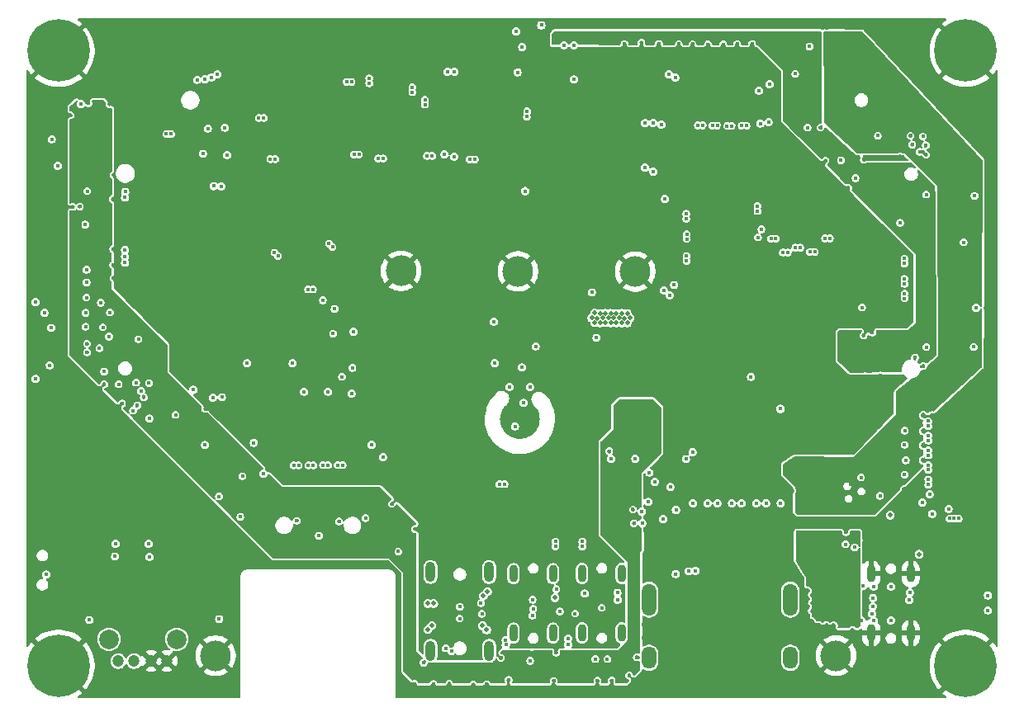
<source format=gbr>
%TF.GenerationSoftware,KiCad,Pcbnew,9.0.6*%
%TF.CreationDate,2025-12-17T23:23:30+01:00*%
%TF.ProjectId,LattePanda_MOKA,4c617474-6550-4616-9e64-615f4d4f4b41,1.0*%
%TF.SameCoordinates,Original*%
%TF.FileFunction,Copper,L3,Inr*%
%TF.FilePolarity,Positive*%
%FSLAX46Y46*%
G04 Gerber Fmt 4.6, Leading zero omitted, Abs format (unit mm)*
G04 Created by KiCad (PCBNEW 9.0.6) date 2025-12-17 23:23:30*
%MOMM*%
%LPD*%
G01*
G04 APERTURE LIST*
%TA.AperFunction,ComponentPad*%
%ADD10C,3.150000*%
%TD*%
%TA.AperFunction,ComponentPad*%
%ADD11O,1.000000X2.050000*%
%TD*%
%TA.AperFunction,ComponentPad*%
%ADD12O,0.860000X1.800000*%
%TD*%
%TA.AperFunction,ComponentPad*%
%ADD13C,0.800000*%
%TD*%
%TA.AperFunction,ComponentPad*%
%ADD14C,6.400000*%
%TD*%
%TA.AperFunction,ComponentPad*%
%ADD15O,1.500000X3.300000*%
%TD*%
%TA.AperFunction,ComponentPad*%
%ADD16O,1.500000X2.300000*%
%TD*%
%TA.AperFunction,ComponentPad*%
%ADD17C,1.200000*%
%TD*%
%TA.AperFunction,ComponentPad*%
%ADD18C,2.000000*%
%TD*%
%TA.AperFunction,ViaPad*%
%ADD19C,0.400000*%
%TD*%
%TA.AperFunction,ViaPad*%
%ADD20C,0.500000*%
%TD*%
%TA.AperFunction,ViaPad*%
%ADD21C,0.450000*%
%TD*%
G04 APERTURE END LIST*
D10*
%TO.N,GND*%
%TO.C,CN79*%
X16115000Y1044973D03*
%TD*%
%TO.N,GND*%
%TO.C,CN78*%
X79720001Y1049974D03*
%TD*%
%TO.N,GND*%
%TO.C,U84*%
X35110000Y40519972D03*
%TD*%
%TO.N,GND*%
%TO.C,U86*%
X59140001Y40459974D03*
%TD*%
%TO.N,GND*%
%TO.C,U85*%
X47115000Y40469972D03*
%TD*%
D11*
%TO.N,Net-(C150-Pad1)*%
%TO.C,USB79*%
X38145001Y1544974D03*
X44145001Y1544974D03*
X44145001Y9644974D03*
X38145001Y9644974D03*
%TD*%
D12*
%TO.N,Net-(USB80-SHIELD)*%
%TO.C,USB80*%
X50700001Y9459974D03*
X46640001Y9459974D03*
X50700001Y3359974D03*
X46640001Y3359974D03*
%TD*%
D13*
%TO.N,GND*%
%TO.C,H78*%
X90615136Y63120000D03*
X91318080Y64817056D03*
X91318080Y61422944D03*
X93015136Y65520000D03*
D14*
X93015136Y63120000D03*
D13*
X93015136Y60720000D03*
X94712192Y64817056D03*
X94712192Y61422944D03*
X95415136Y63120000D03*
%TD*%
%TO.N,GND*%
%TO.C,H79*%
X-2399999Y0D03*
X-1697055Y1697056D03*
X-1697055Y-1697056D03*
X1Y2400000D03*
D14*
X1Y0D03*
D13*
X1Y-2400000D03*
X1697057Y1697056D03*
X1697057Y-1697056D03*
X2400001Y0D03*
%TD*%
D15*
%TO.N,Net-(C87-Pad1)*%
%TO.C,J79*%
X75044002Y6784974D03*
X60544002Y6784974D03*
D16*
X75044002Y824974D03*
X60544002Y824974D03*
%TD*%
D12*
%TO.N,GND*%
%TO.C,USB81*%
X87380000Y9449974D03*
X83320000Y9449974D03*
X87380000Y3349974D03*
X83320000Y3349974D03*
%TD*%
D13*
%TO.N,GND*%
%TO.C,H80*%
X-2399999Y63120000D03*
X-1697055Y64817056D03*
X-1697055Y61422944D03*
X1Y65520000D03*
D14*
X1Y63120000D03*
D13*
X1Y60720000D03*
X1697057Y64817056D03*
X1697057Y61422944D03*
X2400001Y63120000D03*
%TD*%
%TO.N,GND*%
%TO.C,H81*%
X90615136Y0D03*
X91318080Y1697056D03*
X91318080Y-1697056D03*
X93015136Y2400000D03*
D14*
X93015136Y0D03*
D13*
X93015136Y-2400000D03*
X94712192Y1697056D03*
X94712192Y-1697056D03*
X95415136Y0D03*
%TD*%
D12*
%TO.N,Net-(USB78-SHIELD)*%
%TO.C,USB78*%
X57735001Y9484974D03*
X53675001Y9484974D03*
X57735001Y3384974D03*
X53675001Y3384974D03*
%TD*%
D17*
%TO.N,Net-(D96-A2)*%
%TO.C,SW79*%
X6120001Y489974D03*
%TO.N,Net-(D97-A2)*%
X7750001Y489974D03*
%TO.N,GND*%
X9500001Y489974D03*
X11120001Y489974D03*
D18*
%TO.N,unconnected-(SW79-Pad5)*%
X12120001Y2729974D03*
%TO.N,unconnected-(SW79-Pad6)*%
X5180001Y2729974D03*
%TD*%
D19*
%TO.N,GND*%
X80650000Y16395000D03*
X5830000Y-1630000D03*
X6925000Y-455000D03*
X8825000Y7325000D03*
X42625000Y1935000D03*
X39105000Y1405000D03*
X43170000Y9515000D03*
X39145000Y9515000D03*
X54790000Y9950000D03*
X56680000Y9950000D03*
X56680000Y10540000D03*
X49215000Y10615000D03*
D20*
X76620000Y-260000D03*
X76645000Y1075000D03*
X73720000Y10035000D03*
X74800000Y10685000D03*
X74560000Y9125000D03*
X75635000Y9005000D03*
X76195000Y8445000D03*
X75825000Y2445000D03*
X75910000Y3240000D03*
X75900000Y4140000D03*
X78060000Y3495000D03*
X76630000Y2225000D03*
X76630000Y2925000D03*
X77375000Y3065000D03*
D21*
%TO.N,+5V*%
X59720000Y26060000D03*
X59715000Y27085000D03*
X59635000Y24395000D03*
X59670000Y25055000D03*
D19*
%TO.N,GND*%
X83460000Y29245000D03*
X82680000Y29715000D03*
X84170000Y28800000D03*
X86095000Y29070000D03*
D20*
X78290000Y23970000D03*
X79090000Y23255000D03*
X72585000Y23490000D03*
X72525000Y25665000D03*
X72505000Y24655000D03*
X73065000Y23000000D03*
X73505000Y22560000D03*
X75220000Y22025000D03*
X74285000Y22023773D03*
X76155000Y22023773D03*
X79755000Y22020000D03*
X77955000Y22023773D03*
X78855000Y22020000D03*
X77055000Y22023773D03*
D19*
X70895000Y28980000D03*
X86745000Y19615000D03*
X86860000Y21090000D03*
X86760000Y24135000D03*
X86750000Y22680000D03*
X85920000Y990000D03*
X84825000Y970000D03*
X85405000Y985000D03*
X81620000Y12160000D03*
X80685000Y12475000D03*
X74150000Y18890000D03*
X75225000Y17985000D03*
X49840000Y10450000D03*
X49570000Y9790000D03*
X48420000Y10765000D03*
X37425000Y325000D03*
X38440000Y-1875000D03*
X42520000Y-1930000D03*
X43910000Y-1875000D03*
X40060000Y-1830000D03*
X36505000Y-1850000D03*
X46135000Y-1460000D03*
X50770000Y-1525000D03*
X55250000Y-1515000D03*
X56715000Y-1515000D03*
X58500000Y-990000D03*
X59295000Y870000D03*
X56270000Y695000D03*
X55035000Y695000D03*
X48350000Y515000D03*
X4195000Y32610000D03*
X2920000Y32165000D03*
X2920000Y33050000D03*
X-50000Y32635000D03*
X-760000Y31925000D03*
X735000Y47085000D03*
X665000Y50870000D03*
X1230000Y56495000D03*
X3050000Y57735000D03*
X5230000Y57635000D03*
X5650000Y50360000D03*
X5580000Y47900000D03*
X5615000Y41120000D03*
X5615000Y42770000D03*
X5640000Y39785000D03*
X4330000Y37265000D03*
X5270000Y36265000D03*
X2780000Y36225000D03*
X2860000Y37790000D03*
X2875000Y39345000D03*
X2875000Y40645000D03*
X66555000Y29965000D03*
X68030000Y30075000D03*
X69590000Y29985000D03*
X20745000Y32965000D03*
X22810000Y32660000D03*
X21770000Y29610000D03*
X11995000Y25755000D03*
X15005000Y22675000D03*
X15055000Y26355000D03*
X26690000Y13350000D03*
X36545000Y14035000D03*
X34180000Y16625000D03*
X34835000Y11725000D03*
X31475000Y15160000D03*
X28760000Y14825000D03*
X24430000Y14890000D03*
X18640000Y15290000D03*
X16455000Y17395000D03*
X4680000Y30200000D03*
X4680000Y28895000D03*
X6170000Y28895000D03*
X6510000Y26915000D03*
X4820000Y27410000D03*
X9305000Y25380000D03*
X9280000Y29025000D03*
X7960000Y29060000D03*
X18555000Y63470000D03*
X20060000Y63485000D03*
X21520000Y63515000D03*
X23035000Y63470000D03*
X24535000Y63495000D03*
X26030000Y63475000D03*
X27545000Y63465000D03*
X29050000Y63465000D03*
X30550000Y63485000D03*
X32035000Y63490000D03*
X33565000Y63460000D03*
X34915000Y63460000D03*
X50310000Y55430000D03*
X50310000Y55955000D03*
X49130000Y58605000D03*
X47295000Y58655000D03*
X44135000Y58655000D03*
X42365000Y59130000D03*
X45830000Y59135000D03*
X48690000Y59145000D03*
X78120000Y55240000D03*
X76785000Y55240000D03*
X73770000Y52615000D03*
X72290000Y52640000D03*
X70935000Y52650000D03*
X88305000Y52740000D03*
X87530000Y53485000D03*
X88920000Y53415000D03*
X90740000Y57655000D03*
X87605000Y62695000D03*
X88470000Y60115000D03*
X88365000Y62875000D03*
X85885000Y63945000D03*
X82650000Y65480000D03*
X78775000Y65485000D03*
X71110000Y63810000D03*
X69575000Y63810000D03*
X59765000Y63940000D03*
X68145000Y63760000D03*
X66585000Y63770000D03*
X65005000Y63795000D03*
X63595000Y63795000D03*
X61545000Y63815000D03*
X58025000Y63805000D03*
X54050000Y55425000D03*
X52920000Y55615000D03*
X53660000Y51640000D03*
X52850000Y52645000D03*
X88970000Y32715000D03*
X88640000Y30770000D03*
X87815000Y31635000D03*
X88960000Y48365000D03*
X86305000Y52275000D03*
X81715000Y50045000D03*
X80965000Y49060000D03*
X82575000Y51940000D03*
X80215000Y51875000D03*
X78625000Y51840000D03*
X84000000Y54400000D03*
X87345000Y54400000D03*
X88940000Y52450000D03*
X88620000Y54320000D03*
X37220000Y10885000D03*
X35875000Y16525000D03*
X18100000Y13895000D03*
X88200000Y8130000D03*
X87590000Y-2325000D03*
X89075000Y-1585000D03*
X88360000Y-230000D03*
X89095000Y2470000D03*
X91845000Y4025000D03*
X94765000Y4260000D03*
X88225000Y13875000D03*
X90850000Y12510000D03*
X87310000Y15380000D03*
X91375000Y18135000D03*
X91350000Y19625000D03*
X91415000Y21130000D03*
X91390000Y22610000D03*
X86475000Y36335000D03*
X86425000Y35045000D03*
X86555000Y29635000D03*
X84255000Y29800000D03*
X84600000Y27875000D03*
X91410000Y25465000D03*
X91470000Y24100000D03*
X87800000Y64400000D03*
X94260000Y57790000D03*
X94475000Y53985000D03*
X92490000Y56430000D03*
X89605000Y59480000D03*
X86960000Y61890000D03*
X84370000Y64460000D03*
%TO.N,+3V3*%
X76780000Y56650000D03*
%TO.N,GND*%
X44010000Y43310000D03*
X42265000Y45925000D03*
X37770000Y42025000D03*
X36160000Y43685000D03*
X34240000Y45660000D03*
X32790000Y43735000D03*
X31715000Y41735000D03*
X30165000Y44010000D03*
X29500000Y40685000D03*
X31110000Y38745000D03*
X28365000Y39270000D03*
X24070000Y35475000D03*
X21630000Y33425000D03*
X20965000Y35670000D03*
X18855000Y19475000D03*
X22065000Y22345000D03*
X23065000Y23820000D03*
X20275000Y23980000D03*
X21435000Y27715000D03*
X22985000Y25900000D03*
X20090000Y25845000D03*
X23015000Y29745000D03*
X20120000Y29585000D03*
X17725000Y26560000D03*
X12460000Y29665000D03*
X14825000Y29560000D03*
X17615000Y29425000D03*
X18670000Y29270000D03*
X18540000Y25900000D03*
X17540000Y24665000D03*
X-140000Y27450000D03*
X8330000Y23510000D03*
X-350000Y25355000D03*
X1840000Y14320000D03*
X6910000Y15065000D03*
X6175000Y7810000D03*
X5685000Y5275000D03*
X-455000Y5030000D03*
X12680000Y13610000D03*
X11180000Y7270000D03*
X12390000Y5060000D03*
X12850000Y7975000D03*
X14205000Y9745000D03*
X14910000Y12520000D03*
X17520000Y11330000D03*
X16915000Y7730000D03*
X14225000Y6710000D03*
X14875000Y3935000D03*
X14180000Y3305000D03*
X10975000Y4105000D03*
X9390000Y4325000D03*
X9435000Y10305000D03*
X15725000Y16505000D03*
X20165000Y11890000D03*
X39735000Y17455000D03*
X42290000Y13090000D03*
X39480000Y14380000D03*
X37980000Y17015000D03*
X40950000Y15645000D03*
X36380000Y18820000D03*
X36950000Y21660000D03*
X34575000Y18020000D03*
X37130000Y14950000D03*
X38005000Y19340000D03*
X43145000Y14150000D03*
X44695000Y12055000D03*
X44695000Y11075000D03*
X43400000Y11310000D03*
X40200000Y11385000D03*
X54845000Y10570000D03*
X57200000Y10895000D03*
X53795000Y22585000D03*
X54975000Y15300000D03*
X53665000Y14520000D03*
X53465000Y17065000D03*
X49460000Y18070000D03*
X50615000Y16105000D03*
X48045000Y16410000D03*
X48145000Y19410000D03*
X49660000Y13410000D03*
X48425000Y13990000D03*
X46230000Y16105000D03*
X50960000Y19520000D03*
X49775000Y20685000D03*
X55045000Y17365000D03*
X55615000Y29795000D03*
X54955000Y21050000D03*
X53570000Y18905000D03*
X53635000Y25720000D03*
X53615000Y29475000D03*
X50340000Y30445000D03*
X41915000Y27280000D03*
X41830000Y30065000D03*
X42030000Y32815000D03*
X37560000Y30410000D03*
X37710000Y34155000D03*
X42060000Y34155000D03*
X43700000Y34155000D03*
X44020000Y36835000D03*
X42070000Y36820000D03*
X48505000Y45435000D03*
X55480000Y44355000D03*
X57260000Y43155000D03*
X57095000Y45840000D03*
X59495000Y43475000D03*
X55390000Y41365000D03*
X53625000Y42985000D03*
X53900000Y45855000D03*
X53595000Y48115000D03*
X54830000Y48080000D03*
X53545000Y49260000D03*
X54735000Y49245000D03*
X53480000Y50155000D03*
X50960000Y47920000D03*
X50880000Y41745000D03*
X50930000Y44200000D03*
X50930000Y39480000D03*
X49070000Y43090000D03*
X45375000Y44360000D03*
X42895000Y40690000D03*
X44460000Y38240000D03*
X41845000Y38185000D03*
X45270000Y46600000D03*
X48560000Y47325000D03*
X42895000Y47840000D03*
X38420000Y48270000D03*
X39630000Y46410000D03*
X45810000Y60340000D03*
X51020000Y60425000D03*
X49230286Y60920000D03*
X41185000Y58745000D03*
X37365000Y64665000D03*
X39200000Y64580000D03*
X41560000Y64580000D03*
X42255000Y63820000D03*
X40645000Y63850000D03*
X38265000Y63835000D03*
X13790000Y64680000D03*
X10465000Y64515000D03*
X8125000Y62015000D03*
X7595000Y64465000D03*
X5795000Y62435000D03*
X5010000Y64370000D03*
X-605000Y58515000D03*
X8290000Y50295000D03*
X5885000Y49605000D03*
X7795000Y51340000D03*
X8260000Y53255000D03*
X7535000Y53245000D03*
X8605000Y52810000D03*
X7865000Y52825000D03*
X7235000Y52815000D03*
X10650000Y62110000D03*
X11945000Y63000000D03*
X13205000Y61920000D03*
X16620000Y63505000D03*
X14915000Y63465000D03*
X13830000Y62315000D03*
X28265000Y60505000D03*
X27280000Y59520000D03*
X26145000Y60150000D03*
X26115000Y60840000D03*
X24510000Y60785000D03*
X25515000Y59520000D03*
X23750000Y59530000D03*
X23055000Y60135000D03*
X18565000Y59715000D03*
X17240000Y58255000D03*
X11685000Y51910000D03*
X17115000Y51525000D03*
X18875000Y51540000D03*
X20115000Y52030000D03*
X26685000Y52565000D03*
X22620000Y57215000D03*
X22280000Y58560000D03*
X23980000Y58090000D03*
X22130000Y55310000D03*
X23895000Y55405000D03*
X27765000Y56190000D03*
X26290000Y56275000D03*
X25270000Y55270000D03*
X26750000Y55235000D03*
X27745000Y55290000D03*
X28765000Y56340000D03*
X25205000Y56755000D03*
X31125000Y58170000D03*
X33800000Y58335000D03*
X33855000Y56755000D03*
X31045000Y56470000D03*
X32255000Y56745000D03*
X32265000Y55235000D03*
X31225000Y55265000D03*
X29770000Y55275000D03*
X33965000Y59915000D03*
X42865000Y57275000D03*
X46080000Y57280000D03*
X44030000Y57280000D03*
X45840000Y55480000D03*
X44135000Y55850000D03*
X41230000Y55250000D03*
X40445000Y55845000D03*
X38750000Y55240000D03*
X37310000Y55660000D03*
X35790000Y55320000D03*
X35140000Y55855000D03*
X34445000Y55240000D03*
X76995000Y63555000D03*
X75530000Y60745000D03*
X64955000Y60790000D03*
X66570000Y60385000D03*
X68020000Y60360000D03*
X69550000Y60375000D03*
X73700000Y57535000D03*
X71135000Y60755000D03*
X71165000Y57550000D03*
X69525000Y57565000D03*
X68005000Y57565000D03*
X66545000Y57520000D03*
X61520000Y57480000D03*
X64800000Y57515000D03*
X63025000Y57530000D03*
X60650000Y60360000D03*
X59715000Y60830000D03*
X56135000Y60300000D03*
X57950000Y60850000D03*
X54100000Y60895000D03*
X54030000Y57670000D03*
X53290000Y57265000D03*
X52125000Y57730000D03*
X59130000Y57535000D03*
X57260000Y57525000D03*
X56055000Y57545000D03*
X64040000Y55860000D03*
X63285000Y55310000D03*
X57485000Y55770000D03*
X55960000Y55915000D03*
X55860000Y55270000D03*
X58800000Y55210000D03*
X58000000Y51065000D03*
X60655000Y48840000D03*
X65000000Y50705000D03*
X63720000Y48270000D03*
X73925000Y46335000D03*
X73925000Y40465000D03*
X75165000Y40410000D03*
X78055000Y40480000D03*
X76480000Y40775000D03*
X81570000Y38645000D03*
X79655000Y38720000D03*
X79760000Y40170000D03*
X83690000Y40500000D03*
X86290000Y45465000D03*
X93915000Y48230000D03*
X93830000Y32720000D03*
X92790000Y43460000D03*
X83445000Y45505000D03*
X83375000Y43470000D03*
X85730000Y43595000D03*
X84580000Y42615000D03*
X81760000Y42895000D03*
X81775000Y45380000D03*
X82320000Y46960000D03*
X78810000Y50630000D03*
X76805000Y52670000D03*
X81310000Y48125000D03*
X86500000Y12250000D03*
X80740000Y13715000D03*
X84380000Y12155000D03*
X85710000Y14410000D03*
X86095000Y15290000D03*
X83235000Y18145000D03*
X84225000Y17450000D03*
X82280000Y19340000D03*
X81230000Y18665000D03*
X77160000Y-1095000D03*
X69380000Y-210000D03*
X74265000Y-1350000D03*
X72330000Y-70000D03*
X67730000Y-1405000D03*
X65660000Y-300000D03*
X62080000Y-1065000D03*
X62820000Y3195000D03*
X68925000Y2515000D03*
X65260000Y3790000D03*
X72075000Y2885000D03*
X71780000Y5775000D03*
X70275000Y5785000D03*
X68800000Y5820000D03*
X67290000Y5840000D03*
X64270000Y5870000D03*
X59980000Y2845000D03*
X59980000Y4230000D03*
X61825000Y5710000D03*
X73355000Y7895000D03*
X75395000Y9690000D03*
X73985000Y11245000D03*
X75050000Y12370000D03*
X75470000Y15105000D03*
X74840000Y16150000D03*
X74425000Y14005000D03*
X72890000Y12230000D03*
X72660000Y10030000D03*
X66250000Y9420000D03*
X66360000Y12225000D03*
X64275000Y11780000D03*
X64590000Y13850000D03*
X64285000Y15345000D03*
X63650000Y14600000D03*
X62005000Y16285000D03*
X60585000Y17585000D03*
X61910000Y17510000D03*
X63685000Y19580000D03*
X63605000Y17220000D03*
X71945000Y17270000D03*
X69505000Y17225000D03*
X66985000Y17340000D03*
X66920000Y18450000D03*
X69240000Y18410000D03*
X71545000Y18315000D03*
X71475000Y20455000D03*
X69505000Y23655000D03*
X69525000Y25635000D03*
X66535000Y25650000D03*
X68030000Y25530000D03*
X69425000Y21500000D03*
X69220000Y20610000D03*
X68255000Y22685000D03*
X66535000Y22600000D03*
X66915000Y20905000D03*
X71030000Y40235000D03*
X71040000Y38750000D03*
X68040000Y38150000D03*
X66510000Y39795000D03*
X66510000Y37760000D03*
X68015000Y34135000D03*
X69560000Y32315000D03*
X64845000Y39180000D03*
X63595000Y38490000D03*
X61625000Y37640000D03*
X61420000Y38165000D03*
X64355000Y37730000D03*
X65110000Y37695000D03*
X43685000Y27875000D03*
X50770000Y27570000D03*
X49650000Y22040000D03*
X50950000Y23305000D03*
X51045000Y21355000D03*
X42085000Y25295000D03*
X43160000Y24670000D03*
X46235000Y20695000D03*
X45320000Y21985000D03*
X42825000Y21000000D03*
X44710000Y20045000D03*
X43785000Y18590000D03*
X35600000Y25165000D03*
X34390000Y25205000D03*
X34235000Y20385000D03*
X37615000Y23665000D03*
X41760000Y22990000D03*
X40515000Y21690000D03*
X40635000Y24010000D03*
X40240000Y43375000D03*
X36380000Y47235000D03*
X41925000Y43880000D03*
X43930000Y49915000D03*
X42290000Y50205000D03*
X49085000Y49365000D03*
X47095000Y49265000D03*
X48790000Y52515000D03*
X47175000Y52580000D03*
X45550000Y52585000D03*
X44090000Y52610000D03*
X35265000Y52235000D03*
X38650000Y50010000D03*
X37585000Y50120000D03*
X36500000Y49125000D03*
X36275000Y50790000D03*
X35500000Y50100000D03*
X33660000Y49935000D03*
X29265000Y51525000D03*
X28025000Y51535000D03*
X25170000Y51510000D03*
X24035000Y49340000D03*
X25155000Y49255000D03*
X25130000Y47045000D03*
X27980000Y48845000D03*
X31495000Y48380000D03*
X32275000Y47910000D03*
X31145000Y47755000D03*
X30915000Y46435000D03*
X31840000Y46350000D03*
X30280000Y46975000D03*
X30140000Y45765000D03*
X27110000Y41255000D03*
X26480000Y40030000D03*
X23200000Y40445000D03*
X24370000Y43095000D03*
X25060000Y44020000D03*
X25765000Y44785000D03*
X26490000Y43095000D03*
X25155000Y42530000D03*
X24560000Y40865000D03*
X23895000Y36890000D03*
X23930000Y38140000D03*
X22490000Y37095000D03*
X22660000Y38895000D03*
X20720000Y38985000D03*
X21330000Y40205000D03*
X17430000Y41285000D03*
X19295000Y39345000D03*
X17420000Y39500000D03*
X14930000Y37880000D03*
X18440000Y33675000D03*
X18365000Y37840000D03*
X19370000Y35665000D03*
X17450000Y35590000D03*
X19335000Y32360000D03*
X17480000Y32435000D03*
X14845000Y34940000D03*
X14870000Y32360000D03*
X11740000Y36905000D03*
X12845000Y35725000D03*
X12520000Y34230000D03*
X11525000Y34300000D03*
X11235000Y35700000D03*
X10375000Y36240000D03*
X12285000Y38005000D03*
X10320000Y38715000D03*
X10875000Y39795000D03*
X10285000Y39910000D03*
X13035000Y40370000D03*
X12965000Y41285000D03*
X11185000Y41180000D03*
X10285000Y41160000D03*
X10275000Y42425000D03*
X14815000Y41265000D03*
X18420000Y41290000D03*
X20265000Y41215000D03*
X19690000Y43215000D03*
X18275000Y42580000D03*
X17440000Y43230000D03*
X15130000Y42555000D03*
X14540000Y43230000D03*
X360000Y30445000D03*
X2780000Y34790000D03*
X2935000Y48720000D03*
X1430000Y47095000D03*
X2185000Y47130000D03*
X2740000Y45285000D03*
X9760000Y51210000D03*
X10410000Y50345000D03*
X23785000Y51935000D03*
X23895000Y47660000D03*
X22795000Y47945000D03*
X21810000Y45510000D03*
X20515000Y45510000D03*
X20515000Y44630000D03*
X21125000Y47955000D03*
X20285000Y47115000D03*
X19150000Y46905000D03*
X19015000Y48900000D03*
X19725000Y48825000D03*
D21*
%TO.N,+3V3*%
X81350000Y34189172D03*
X81540000Y33720000D03*
D19*
%TO.N,GND*%
X36760000Y63890000D03*
D21*
%TO.N,+3V3*%
X6820000Y48050000D03*
X6820000Y42690000D03*
X6820000Y42015000D03*
D19*
%TO.N,GND*%
X14170000Y53215000D03*
X14170000Y53965000D03*
X14180000Y54535000D03*
X46750000Y63760000D03*
X48335000Y63575000D03*
X49635000Y63805000D03*
X50050000Y64190000D03*
X82575000Y37335000D03*
X87245000Y37270000D03*
X86280000Y37240000D03*
X87235000Y38715000D03*
X86285000Y38725000D03*
X87265000Y40085000D03*
X86280000Y40130000D03*
X86275000Y40790000D03*
X87245000Y40900000D03*
X87255000Y42165000D03*
X86256033Y42188701D03*
X-1875000Y9820000D03*
X8740000Y27565000D03*
X8070000Y26720000D03*
X4545000Y34740000D03*
X-830000Y29875000D03*
X-875000Y33785000D03*
X71080000Y42265000D03*
X69565000Y44130000D03*
X78050000Y46090000D03*
X78080000Y47490000D03*
X75245000Y42120000D03*
X76740000Y43050000D03*
X76450000Y42155000D03*
X79465000Y43285000D03*
X79465000Y44430000D03*
X78260000Y44445000D03*
X78050000Y42130000D03*
X78020000Y43190000D03*
X73860000Y43165000D03*
X73865000Y44425000D03*
X72765000Y44513682D03*
X72230000Y47545000D03*
X71135000Y47570000D03*
X71130000Y43675000D03*
X72125000Y45420000D03*
X71145000Y46295000D03*
X72280000Y46295000D03*
%TO.N,+3V3*%
X88200000Y46935000D03*
X88200000Y47385000D03*
X87705000Y48275000D03*
D20*
%TO.N,GND*%
X88125000Y12215000D03*
X89670000Y24105000D03*
X89685000Y22615000D03*
X89680000Y18125000D03*
X89680000Y19605000D03*
X89680000Y21120000D03*
X88495000Y18260000D03*
X88650000Y19600000D03*
X88660000Y21110000D03*
X88670000Y25700000D03*
X89560000Y25675000D03*
X88685000Y24100000D03*
X88685000Y22640000D03*
D19*
X3880000Y4810000D03*
X5470000Y10630000D03*
X8745000Y10600000D03*
X8680000Y11895000D03*
X5290000Y13045000D03*
X5455000Y11910000D03*
X20665000Y22975000D03*
X21515000Y20220000D03*
X39895000Y9590000D03*
X42500000Y9595000D03*
X42915000Y9060000D03*
X42085000Y9065000D03*
X40290000Y9050000D03*
X39510000Y9030000D03*
X37805000Y3035000D03*
X37475000Y7000000D03*
X38760000Y7045000D03*
X43590000Y8330000D03*
X44780000Y7795000D03*
X37460000Y5835000D03*
X41135000Y2810000D03*
X39010000Y2850000D03*
X38505000Y2970000D03*
D21*
%TO.N,/USB2.0&USB3.0/VBUS1*%
X52240000Y2805000D03*
%TO.N,/USB2.0&USB3.0/VBUS2*%
X45855000Y2630000D03*
D19*
%TO.N,GND*%
X55170000Y2045000D03*
X54585000Y2065000D03*
X56785000Y2065000D03*
X55690000Y2045000D03*
X56270000Y2060000D03*
X56545000Y2640000D03*
X56545000Y3250000D03*
X54840000Y3250000D03*
X54840000Y2640000D03*
X84570000Y1490000D03*
X86185000Y1510000D03*
X85090000Y1490000D03*
X85670000Y1505000D03*
X84825000Y1975000D03*
X84240000Y1995000D03*
X86440000Y1995000D03*
X85345000Y1975000D03*
X85925000Y1990000D03*
X86200000Y2570000D03*
X84495000Y2570000D03*
X86200000Y3240000D03*
X84495000Y3240000D03*
X65695000Y10340000D03*
X62100000Y13805000D03*
X58890000Y16045000D03*
X58990000Y14620000D03*
X56460000Y22020000D03*
X63490000Y18470000D03*
X61860000Y19145000D03*
X60475000Y19145000D03*
X65025000Y20895000D03*
X64320000Y22415000D03*
X49450000Y32340000D03*
X48365000Y24530000D03*
X46085000Y25305000D03*
X48310000Y26420000D03*
X45450000Y28650000D03*
X49195000Y28650000D03*
X47245000Y31260000D03*
X44055000Y31320000D03*
X14490000Y28450000D03*
X15230000Y28035000D03*
X17320000Y28095000D03*
X10650000Y54050000D03*
X11920000Y53965000D03*
X11905000Y55170000D03*
X16930000Y55865000D03*
X17890000Y52530000D03*
X14975000Y51905000D03*
X52140000Y60280000D03*
X61475000Y60680000D03*
X63945000Y60500000D03*
X72445000Y59190000D03*
X73665000Y59360000D03*
X72575000Y60445000D03*
X74225000Y55280000D03*
X73574523Y55874273D03*
X71150000Y55185000D03*
X71070000Y55910000D03*
X69540000Y55920000D03*
X69540000Y55160000D03*
X68030000Y55170000D03*
X68045000Y55935000D03*
X66505000Y55150000D03*
X66545000Y55950000D03*
X65015000Y55150000D03*
X65180000Y56015000D03*
X62460000Y55295000D03*
X61480000Y56020000D03*
X59470000Y55820000D03*
X59500000Y50785000D03*
X61690000Y48355000D03*
X64910000Y46740000D03*
X63785000Y46800000D03*
X64935000Y45470000D03*
X63845000Y45475000D03*
X63935000Y44755000D03*
X64965000Y44745000D03*
X64965000Y43450000D03*
X63885000Y43390000D03*
X63840000Y42465000D03*
X64950000Y42445000D03*
X64940000Y41165000D03*
X63885000Y41130000D03*
X57495000Y6160000D03*
X50530000Y8110000D03*
X53910000Y8045000D03*
X54855000Y13135000D03*
X53370000Y11110000D03*
X53725000Y11605000D03*
X54250000Y12515000D03*
X53625000Y13425000D03*
X52285000Y12555000D03*
X51020000Y13435000D03*
X50355000Y12480000D03*
X50970000Y11585000D03*
X46100000Y18080000D03*
X46080000Y19210000D03*
X44795000Y18095000D03*
X44840000Y19220000D03*
X29730000Y20290000D03*
X28145000Y20165000D03*
X26635000Y20140000D03*
X25075000Y20140000D03*
X23430000Y20290000D03*
X23600000Y21055000D03*
X29635000Y21060000D03*
X28125000Y21060000D03*
X26655000Y21090000D03*
X25125000Y21070000D03*
X17340000Y49198600D03*
X15270000Y49198600D03*
X21365000Y51540000D03*
X22630000Y51540000D03*
X22480000Y52735000D03*
X18850000Y60505000D03*
X16230000Y59945000D03*
X16857454Y60282546D03*
X16965000Y60885000D03*
X17390000Y57375000D03*
X15305000Y55720000D03*
X21410000Y56865000D03*
X21365000Y55610000D03*
X20170000Y55595000D03*
X20125000Y56815000D03*
X48245000Y49130000D03*
X42905000Y52495000D03*
X41720000Y51555000D03*
%TO.N,/LattePanda Module/PCIE_3.CK3-*%
X42164200Y51960000D03*
%TO.N,/LattePanda Module/PCIE_3.CK3+*%
X42665800Y51960000D03*
%TO.N,GND*%
X41750000Y52490000D03*
X43125000Y51530000D03*
X47995000Y60920000D03*
X48625000Y56025000D03*
X48650000Y57190000D03*
X47455000Y56020000D03*
X47475000Y57225000D03*
X37221400Y52705000D03*
X38190000Y57270000D03*
X36995000Y57275000D03*
X38305000Y58430000D03*
X35600000Y58505000D03*
X36740000Y58495000D03*
X36765000Y59680000D03*
X35740000Y59680000D03*
%TO.N,/LattePanda Module/PCIE_3.RX-*%
X37565000Y57589200D03*
%TO.N,/LattePanda Module/PCIE_3.RX+*%
X37565000Y58090800D03*
%TO.N,/LattePanda Module/PCIE_3.TX+*%
X36280000Y58859200D03*
%TO.N,/LattePanda Module/PCIE_3.TX-*%
X36280000Y59360800D03*
%TO.N,GND*%
X42625000Y60400000D03*
X40005000Y59985000D03*
X39200000Y60790000D03*
X41060000Y52710000D03*
X38700000Y51760000D03*
X38820000Y52740000D03*
X37210000Y51890000D03*
X33600000Y60650000D03*
X32305000Y59380800D03*
X31210000Y60035000D03*
X31985000Y60940000D03*
X30455000Y59380800D03*
X30420000Y60515000D03*
X29150000Y59380800D03*
X29130000Y60475000D03*
X33715000Y52635000D03*
X33810000Y51690000D03*
X32370000Y51520000D03*
X32340000Y52695000D03*
X31420000Y52705000D03*
X31170000Y51840000D03*
X29870000Y51855000D03*
X29680000Y52700000D03*
X21485000Y42265000D03*
X22250000Y43085000D03*
X23175000Y42165000D03*
X22365000Y41385000D03*
X27885000Y42345000D03*
X28690000Y43145000D03*
X27990000Y43995000D03*
X27095000Y43160000D03*
X26495000Y39225000D03*
X25105000Y39215000D03*
X25110000Y38100000D03*
X32550000Y38600000D03*
X33310000Y38075000D03*
X37755000Y38755000D03*
X37055000Y38055000D03*
X37890000Y38075000D03*
X37440000Y36785000D03*
X36200000Y36770000D03*
X35185000Y36770000D03*
X34240000Y36760000D03*
X33290000Y36755000D03*
X32370000Y36750000D03*
X29555000Y37295000D03*
X29080000Y37745000D03*
X28645000Y37280000D03*
X28380000Y37745000D03*
X27915000Y37360000D03*
X26900000Y38285000D03*
X54535000Y39250000D03*
X55170000Y39025000D03*
X53625000Y38925000D03*
X47235000Y34105000D03*
X46405000Y34105000D03*
X45625000Y34085000D03*
X45710000Y36675000D03*
X46965000Y36675000D03*
X47890000Y36690000D03*
X48955000Y36690000D03*
X50950000Y34255000D03*
X50935000Y36960000D03*
X50915000Y37600000D03*
X54925000Y32635000D03*
X53510000Y32000000D03*
X53510000Y32905000D03*
X57190000Y32690000D03*
X57190000Y33430000D03*
X55855000Y33170000D03*
X54055000Y34080000D03*
X56980000Y36940000D03*
X56460000Y37445000D03*
X56385000Y36970000D03*
X55805000Y37585000D03*
X55690000Y36930000D03*
X55235000Y37615000D03*
X55080000Y36940000D03*
X54565000Y37590000D03*
X54450000Y37070000D03*
X53915000Y37575000D03*
X53725000Y36965000D03*
X54455000Y34330000D03*
X53705000Y34345000D03*
D20*
%TO.N,+3V3*%
X55512000Y35194000D03*
X57187500Y35196000D03*
X56629000Y35198000D03*
X57746000Y35202000D03*
X56070500Y35206000D03*
X58304500Y35192000D03*
X54953500Y35212000D03*
X55514000Y36174000D03*
X57189500Y36176000D03*
X56631000Y36178000D03*
X57748000Y36182000D03*
X56072500Y36186000D03*
X54955500Y36192000D03*
X58306500Y36172000D03*
X54685000Y35700000D03*
X55243500Y35682000D03*
X55802000Y35694000D03*
X56360500Y35686000D03*
X58594500Y35696000D03*
X58036000Y35680000D03*
X57477500Y35690000D03*
X56919000Y35684000D03*
D21*
%TO.N,Net-(J80-MP1)*%
X16475000Y4785000D03*
%TO.N,/CSI/CAM_GPIO_D3*%
X89310000Y17615000D03*
D20*
%TO.N,GND*%
X86698554Y18123554D03*
%TO.N,VDC*%
X75470000Y18960000D03*
X80825000Y20460000D03*
X80425000Y19945000D03*
X74985000Y19335000D03*
X75475000Y19715000D03*
X74990000Y20121319D03*
X74540000Y19713773D03*
X74985000Y20872546D03*
X75435000Y21188773D03*
X74535000Y20465000D03*
D21*
%TO.N,Net-(Q78-D)*%
X63300000Y15990000D03*
%TO.N,/CSI/CAM_GPIO_D3*%
X64995000Y21925000D03*
X47835000Y48720000D03*
D19*
%TO.N,GND*%
X51015000Y1350000D03*
X50960000Y1960000D03*
X50995000Y4940000D03*
X50740000Y5800000D03*
X50475000Y5380000D03*
X50530000Y4785000D03*
X45350000Y810000D03*
X49300000Y2150000D03*
X48530000Y1960000D03*
X47930000Y2500000D03*
X47740000Y2955000D03*
X47420000Y2380000D03*
D20*
%TO.N,+15V*%
X78665000Y12560000D03*
X76105000Y12555000D03*
X77390000Y12560000D03*
X78010000Y13145000D03*
X76745000Y13155000D03*
%TO.N,GND*%
X82115000Y3355000D03*
X81415000Y3620000D03*
X76460000Y3655000D03*
X77345000Y3860000D03*
X76550000Y4545000D03*
X76775000Y7705000D03*
X76770000Y6865000D03*
X76775000Y6060000D03*
X76795000Y5190000D03*
X77220000Y4555000D03*
X77945000Y4150000D03*
X78715000Y4115000D03*
X79450000Y4105000D03*
D21*
%TO.N,+15V*%
X85350000Y8149974D03*
X82500000Y8189999D03*
X83580000Y8148974D03*
X82340026Y4649974D03*
X83585000Y4649974D03*
X85350000Y4649974D03*
D20*
%TO.N,/LattePanda Module/USB2_3.P+*%
X50907349Y6990931D03*
%TO.N,/USB2.0&USB3.0/CON_USB3_SSTX_P*%
X43982698Y7622698D03*
%TO.N,/USB2.0&USB3.0/CON_USB3_SSTX_N*%
X43557302Y7197302D03*
%TO.N,/USB2.0&USB3.0/CON_USB3_SSTX_P*%
X37847302Y3732302D03*
%TO.N,/USB2.0&USB3.0/CON_USB3_SSTX_N*%
X38272698Y4157698D03*
%TO.N,/LattePanda Module/USB3_2.RX+*%
X43897698Y3682302D03*
%TO.N,/LattePanda Module/USB3_2.RX-*%
X43472302Y4107698D03*
X38465800Y6410000D03*
%TO.N,/LattePanda Module/USB3_2.RX+*%
X37864200Y6410000D03*
D19*
%TO.N,/LattePanda Module/USB3_2.P+*%
X31860000Y59784200D03*
%TO.N,/LattePanda Module/USB3_2.P-*%
X31860000Y60285800D03*
%TO.N,/LattePanda Module/USB3_2.P+*%
X32779200Y52065000D03*
%TO.N,/LattePanda Module/USB3_2.P-*%
X33280800Y52065000D03*
%TO.N,/LattePanda Module/USB3_2.P+*%
X45214200Y18645000D03*
%TO.N,/LattePanda Module/USB3_2.P-*%
X45715800Y18645000D03*
%TO.N,/LattePanda Module/PCIE_3.P+*%
X48043286Y56905152D03*
%TO.N,/LattePanda Module/PCIE_3.P-*%
X48020000Y56354200D03*
%TO.N,/LattePanda Module/PCIE_2.CK0-*%
X11049200Y54570000D03*
%TO.N,/LattePanda Module/PCIE_2.CK0+*%
X11550800Y54570000D03*
%TO.N,/LattePanda Module/PCIE_2.RX+*%
X21709200Y51990000D03*
%TO.N,/LattePanda Module/PCIE_2.RX-*%
X22210800Y51990000D03*
%TO.N,/LattePanda Module/PCIE_2.TX+*%
X20539200Y56230000D03*
%TO.N,/LattePanda Module/PCIE_2.TX-*%
X21040800Y56230000D03*
%TO.N,/Gigabit Ethernet/GBE.CK+*%
X27732657Y43322343D03*
%TO.N,/Gigabit Ethernet/GBE.CK-*%
X28087343Y42967657D03*
X38290800Y52330000D03*
%TO.N,/Gigabit Ethernet/GBE.CK+*%
X37789200Y52330000D03*
%TO.N,/Gigabit Ethernet/GBE.RX+*%
X25594200Y38625000D03*
%TO.N,/Gigabit Ethernet/GBE.RX-*%
X26095800Y38625000D03*
%TO.N,/Gigabit Ethernet/GBE.RX+*%
X30289200Y52470000D03*
%TO.N,/Gigabit Ethernet/GBE.RX-*%
X30790800Y52470000D03*
%TO.N,/Gigabit Ethernet/GBE.TX+*%
X29539200Y59920000D03*
%TO.N,/Gigabit Ethernet/GBE.TX-*%
X30040800Y59920000D03*
%TO.N,/Gigabit Ethernet/GBE.TX+*%
X22137657Y42407343D03*
%TO.N,/Gigabit Ethernet/GBE.TX-*%
X22492343Y42052657D03*
%TO.N,/Gigabit Ethernet/MDI0+*%
X29120801Y20600000D03*
%TO.N,/Gigabit Ethernet/MDI0-*%
X28619201Y20600000D03*
%TO.N,/Gigabit Ethernet/MDI1+*%
X27620801Y20595000D03*
%TO.N,/Gigabit Ethernet/MDI1-*%
X27119201Y20595000D03*
%TO.N,/Gigabit Ethernet/MDI2-*%
X25619201Y20580000D03*
%TO.N,/Gigabit Ethernet/MDI2+*%
X26120801Y20580000D03*
%TO.N,/Gigabit Ethernet/MDI3+*%
X24610800Y20585000D03*
%TO.N,/Gigabit Ethernet/MDI3-*%
X24109200Y20585000D03*
%TO.N,/LattePanda Module/USB2_5.P+*%
X53700000Y12750800D03*
%TO.N,/LattePanda Module/USB2_5.P-*%
X53700000Y12249200D03*
%TO.N,/LattePanda Module/USB2_3.P+*%
X50950000Y12249200D03*
%TO.N,/LattePanda Module/USB2_3.P-*%
X50950000Y12750800D03*
%TO.N,/LattePanda Module/PCIE_3.CK3+*%
X64390000Y42060800D03*
%TO.N,/LattePanda Module/PCIE_3.CK3-*%
X64390000Y41559200D03*
%TO.N,/LattePanda Module/PCIE_3.CK3+*%
X86750000Y38210774D03*
%TO.N,/LattePanda Module/PCIE_3.CK3-*%
X86750000Y37709174D03*
%TO.N,/LattePanda Module/PCIE_3.RX+*%
X64400000Y44310800D03*
%TO.N,/LattePanda Module/PCIE_3.RX-*%
X64400000Y43809200D03*
%TO.N,/LattePanda Module/PCIE_3.RX+*%
X86730000Y39710774D03*
%TO.N,/LattePanda Module/PCIE_3.RX-*%
X86730000Y39209174D03*
%TO.N,/LattePanda Module/PCIE_3.TX+*%
X64360000Y45889200D03*
%TO.N,/LattePanda Module/PCIE_3.TX-*%
X64360000Y46390800D03*
%TO.N,/M.2 E&M Key/E_TX+*%
X86730000Y41289200D03*
%TO.N,/M.2 E&M Key/E_TX-*%
X86730000Y41790800D03*
%TO.N,/CSI/CSI_C.D2-*%
X89180000Y19110800D03*
%TO.N,/CSI/CSI_C.D2+*%
X89180000Y18609200D03*
%TO.N,/CSI/CSI_C.D3+*%
X89180000Y20109200D03*
%TO.N,/CSI/CSI_C.D3-*%
X89180000Y20610800D03*
%TO.N,/CSI/CSI_CK-*%
X89180000Y22110800D03*
%TO.N,/CSI/CSI_CK+*%
X89180000Y21609200D03*
%TO.N,/CSI/CSI_C.D1+*%
X89180000Y23109200D03*
%TO.N,/CSI/CSI_C.D1-*%
X89180000Y23610800D03*
%TO.N,/CSI/CSI_C.D0+*%
X89180000Y24599200D03*
%TO.N,/CSI/CSI_C.D0-*%
X89180000Y25100800D03*
%TO.N,/CSI/CSI_C.D2-*%
X73540800Y43820000D03*
%TO.N,/CSI/CSI_C.D2+*%
X73039200Y43820000D03*
%TO.N,/CSI/CSI_C.D3+*%
X74279200Y42420000D03*
%TO.N,/CSI/CSI_C.D3-*%
X74780800Y42420000D03*
%TO.N,/CSI/CSI_CK+*%
X75544201Y42905482D03*
%TO.N,/CSI/CSI_CK-*%
X76045801Y42905482D03*
%TO.N,/CSI/CSI_C.D1+*%
X77039200Y42470000D03*
%TO.N,/CSI/CSI_C.D1-*%
X77540800Y42470000D03*
%TO.N,/CSI/CSI_C.D0-*%
X79080800Y43870000D03*
%TO.N,/CSI/CSI_C.D0+*%
X78579200Y43870000D03*
%TO.N,/HDMI/HDMI_1.TX0-*%
X70039200Y55420775D03*
%TO.N,/HDMI/HDMI_1.TX0+*%
X70540800Y55420775D03*
%TO.N,/HDMI/HDMI_1.TX1+*%
X69040800Y55410000D03*
%TO.N,/HDMI/HDMI_1.TX1-*%
X68539200Y55410000D03*
%TO.N,/HDMI/HDMI_1.TX2+*%
X67540800Y55430000D03*
%TO.N,/HDMI/HDMI_1.TX2-*%
X67039200Y55430000D03*
%TO.N,/HDMI/HDMI_1.TX3+*%
X66040801Y55470000D03*
%TO.N,/HDMI/HDMI_1.TX3-*%
X65539201Y55470000D03*
D20*
%TO.N,GND*%
X93220000Y14480000D03*
X90360000Y14140000D03*
X91930000Y14120000D03*
X91290000Y14120000D03*
X91680000Y16760000D03*
X89170000Y14770000D03*
%TO.N,+15V*%
X85270000Y15460000D03*
X81990000Y12900000D03*
D21*
X80520000Y11180000D03*
D20*
%TO.N,VDC*%
X78640000Y17770000D03*
X77430000Y17770000D03*
X78020000Y17360000D03*
X78020000Y18110000D03*
X78020000Y18780000D03*
%TO.N,+15V*%
X88230000Y11450000D03*
D19*
%TO.N,+5V*%
X59020000Y2040000D03*
X56730000Y-280000D03*
X54850000Y-300000D03*
X48380000Y-370000D03*
X46390000Y-400000D03*
X43620000Y-880000D03*
X35980000Y9220000D03*
X35980000Y10310000D03*
X35970000Y11330000D03*
X10580000Y25340000D03*
X19280000Y16500000D03*
X26620000Y16460000D03*
X32080000Y16450000D03*
X33920000Y14530000D03*
X35950000Y12660000D03*
D20*
%TO.N,GND*%
X28000000Y32290000D03*
D21*
%TO.N,+1V0*%
X30260000Y34295000D03*
D19*
%TO.N,+3V3*%
X92290000Y15110000D03*
X91820000Y15110000D03*
X91350000Y15110000D03*
%TO.N,+5V*%
X38900000Y-840000D03*
X39350000Y-840000D03*
X37485000Y-795000D03*
X37990000Y-840000D03*
X38450000Y-840000D03*
%TO.N,GND*%
X55935000Y26420000D03*
X55930000Y25840000D03*
X55935000Y25305000D03*
X55935000Y24685000D03*
X56370000Y24380000D03*
X56370000Y25000000D03*
X56365000Y25535000D03*
X56370000Y26115000D03*
X56370000Y26800000D03*
X56740000Y27230000D03*
X57030000Y27685000D03*
X74140000Y27500000D03*
X73730000Y27870000D03*
X73280000Y26020000D03*
X72970000Y26785000D03*
X78080000Y23400000D03*
X77625000Y23705000D03*
X77170000Y23385000D03*
X77170000Y24005000D03*
X73895000Y34480000D03*
X73905000Y32170000D03*
X73905000Y33390000D03*
X73900000Y32805000D03*
X73895000Y33950000D03*
X75175000Y34480000D03*
X75227472Y32197472D03*
X75185000Y33375000D03*
X75180000Y32790000D03*
X75175000Y33935000D03*
X76525000Y34480000D03*
X76597472Y32217472D03*
X76535000Y33375000D03*
X76530000Y32790000D03*
X76525000Y33935000D03*
X79420000Y33100000D03*
X79420000Y33720000D03*
X79420000Y34255000D03*
X78055000Y32150000D03*
X78050000Y32785000D03*
X78055000Y33370000D03*
X78045000Y33930000D03*
X78045000Y34480000D03*
X63985000Y23420000D03*
X63735000Y23860000D03*
X64280000Y23860000D03*
X63200000Y23860000D03*
X63430000Y24290000D03*
X63975000Y24290000D03*
X63190000Y24700000D03*
X63725000Y24700000D03*
X64270000Y24700000D03*
X63425000Y25125000D03*
X63970000Y25125000D03*
D21*
%TO.N,/I2C3_SDA*%
X89575000Y15609974D03*
D19*
%TO.N,GND*%
X83420000Y34215000D03*
X82540000Y33910000D03*
D21*
%TO.N,+3V3*%
X88170000Y35490000D03*
%TO.N,Net-(A78-TCP0_HPD)*%
X63240000Y60370000D03*
%TO.N,Net-(A78-TCP1_HPD)*%
X62565000Y60692444D03*
%TO.N,GND*%
X71050000Y33635000D03*
X71020000Y32600000D03*
X71020000Y31220000D03*
X71767728Y29862272D03*
X60125000Y31770000D03*
X59110000Y31780000D03*
X59650000Y32170000D03*
X58715000Y32250000D03*
X59340000Y32930000D03*
X60040000Y32920000D03*
X60875000Y32935000D03*
X61576950Y32968486D03*
X64135000Y32965000D03*
X66555000Y30445000D03*
X64850000Y30469999D03*
X64155000Y30500000D03*
D19*
X46380000Y8015000D03*
X46050000Y8390000D03*
X46245000Y5515000D03*
X44095000Y3025000D03*
X45140000Y2005000D03*
X43035000Y2195000D03*
X43080000Y1565000D03*
X42265000Y1585000D03*
X42280000Y2255000D03*
X43540000Y2790000D03*
X45035000Y2795000D03*
X44475000Y3375000D03*
X45245000Y3375000D03*
X34890000Y6465000D03*
X34890000Y7965000D03*
X34890000Y9465000D03*
X34950000Y-1105000D03*
X34950000Y395000D03*
X34950000Y1895000D03*
X62510000Y7305000D03*
X62610000Y6645000D03*
X62010000Y8695000D03*
X62485000Y8050000D03*
X60075000Y9370000D03*
X61485000Y9250000D03*
X62230000Y9175000D03*
D21*
%TO.N,/PSU/PWR_C_D+*%
X87210000Y6735000D03*
%TO.N,/HDMI/DDC_SDA*%
X64590000Y9695000D03*
D19*
%TO.N,GND*%
X31235000Y32640000D03*
X32225000Y33780000D03*
D20*
X27045000Y30460000D03*
X27990000Y31405000D03*
X27060000Y32350000D03*
X26045000Y32370000D03*
X27035001Y31419974D03*
D19*
X29620000Y25970000D03*
X33890000Y28805000D03*
X33500000Y27675000D03*
X34430000Y28570000D03*
X35360000Y29480000D03*
X35360000Y30655000D03*
X35360000Y31700000D03*
X34815000Y33890000D03*
X35375000Y32790000D03*
X27570000Y25685000D03*
X28165000Y25890000D03*
X27635000Y26165000D03*
X29895000Y24125000D03*
X30795000Y22980000D03*
X33080000Y22090000D03*
X32720000Y23110000D03*
X34895000Y24125000D03*
X37505000Y25970000D03*
X37550000Y27395000D03*
X37550000Y28395000D03*
X35340000Y26035000D03*
X35395000Y28285000D03*
X34495000Y27440000D03*
X33370000Y26670000D03*
X32245000Y26670000D03*
X31190000Y26670000D03*
X28115000Y24125000D03*
X25100000Y24125000D03*
X25120000Y23320000D03*
X28110000Y23335000D03*
X23225000Y28435000D03*
X23225000Y27380000D03*
X24520000Y29345000D03*
X25000000Y28865000D03*
X13030000Y56785000D03*
X14815000Y58565000D03*
X13285000Y59985000D03*
X14160000Y59115000D03*
X12397286Y57353026D03*
X10380000Y58995000D03*
X12245000Y58995000D03*
X12245000Y60005000D03*
X10110000Y53570000D03*
X9200000Y54480000D03*
X10680000Y55185000D03*
X10450000Y57880000D03*
X10085000Y59985000D03*
X9130000Y59030000D03*
X8210000Y59955000D03*
X6180000Y57925000D03*
X5705000Y58785000D03*
X4255000Y58785000D03*
X5760000Y60085000D03*
X4260002Y60085000D03*
X2890000Y58655000D03*
D21*
%TO.N,+5V*%
X3740000Y57730000D03*
D19*
%TO.N,GND*%
X-830000Y36979999D03*
X-830000Y35480000D03*
X-840000Y41160001D03*
X-840000Y39659999D03*
X-840000Y38160000D03*
X-835000Y42525000D03*
X-820000Y50260000D03*
X-820000Y51760000D03*
X-835000Y44025000D03*
X-820000Y48759999D03*
X-820000Y53260000D03*
X-820000Y47260001D03*
%TO.N,+5V*%
X57830000Y12855000D03*
X57830000Y14050000D03*
X51400000Y5585000D03*
X51370000Y-397501D03*
D21*
%TO.N,VPullup*%
X46930000Y65089974D03*
D19*
%TO.N,GND*%
X96010000Y56054998D03*
X96010000Y57555000D03*
X96005000Y45705001D03*
X96010000Y33830000D03*
X96025000Y21955001D03*
X96010000Y60555000D03*
X96005000Y53205001D03*
X96030000Y10080001D03*
X96005000Y51705001D03*
X96010000Y38329999D03*
X96005000Y47205000D03*
X96010000Y42830000D03*
X96025001Y18955002D03*
X96005000Y44205001D03*
X96005000Y54705001D03*
X96030000Y13080000D03*
X96005000Y48705002D03*
X96010000Y35330000D03*
X96030000Y11580000D03*
X96025001Y24955001D03*
X96030001Y26320001D03*
X96010000Y39830002D03*
X96025000Y14455001D03*
X96025000Y17454999D03*
X96030000Y8579999D03*
X96010001Y59055000D03*
X96010000Y41330000D03*
X96025001Y15955001D03*
X96030000Y2580000D03*
X96025000Y23455001D03*
X96020000Y27890000D03*
X96010000Y36830001D03*
X96025000Y20455000D03*
X96030000Y4080000D03*
X96005000Y50205000D03*
X96010000Y32330000D03*
X96030000Y7080001D03*
X96004999Y30965000D03*
X96015000Y29395000D03*
X96030000Y5580000D03*
X89025000Y66175000D03*
X86024999Y66175000D03*
X87525000Y66175000D03*
X90525000Y66175000D03*
X59365000Y66170000D03*
X62300000Y66175000D03*
X65300000Y66175000D03*
X63800000Y66175000D03*
X60935000Y66180001D03*
X66800001Y66175000D03*
X83175001Y66180000D03*
X71300000Y66175000D03*
X78675001Y66180000D03*
X75675001Y66180000D03*
X68299999Y66175000D03*
X80175000Y66180000D03*
X81675001Y66180000D03*
X77175000Y66180000D03*
X74175001Y66180000D03*
X69800002Y66175000D03*
X84675001Y66180000D03*
X72800000Y66175000D03*
X57860001Y66165000D03*
X4184999Y66160000D03*
X54925001Y66160000D03*
X51925001Y66160000D03*
X53425001Y66160000D03*
X56290001Y66154999D03*
X50425000Y66160000D03*
X34050000Y66155000D03*
X48925002Y66160000D03*
X5685001Y66160000D03*
X17685000Y66160000D03*
X26685000Y66160000D03*
X14685001Y66160000D03*
X37050001Y66155000D03*
X35550000Y66155000D03*
X8685000Y66160000D03*
X7185000Y66160000D03*
X31185000Y66160001D03*
X19185000Y66160000D03*
X16185000Y66160000D03*
X28185000Y66160000D03*
X40050001Y66155000D03*
X20685000Y66160000D03*
X13184999Y66160000D03*
X11685000Y66160000D03*
X43050000Y66155000D03*
X25185000Y66160000D03*
X2685000Y66160000D03*
X47424999Y66160000D03*
X32550000Y66155000D03*
X23685000Y66160000D03*
X22185000Y66160001D03*
X44425001Y66160000D03*
X41550000Y66155000D03*
X45925001Y66160000D03*
X29685000Y66160000D03*
X10185000Y66160000D03*
X38549999Y66155000D03*
X90130000Y-2955000D03*
X87195000Y-2960000D03*
X76695000Y-2960000D03*
X85695000Y-2960000D03*
X79694998Y-2960000D03*
X82694999Y-2960000D03*
X81195001Y-2960000D03*
X78195000Y-2960000D03*
X84195000Y-2960000D03*
X88560000Y-2965001D03*
X64819999Y-2965000D03*
X75319999Y-2965000D03*
X66319999Y-2965000D03*
X72320000Y-2965000D03*
X49954999Y-2960000D03*
X69320000Y-2965000D03*
X45454998Y-2960000D03*
X70819998Y-2965000D03*
X60454999Y-2960000D03*
X73819999Y-2965000D03*
X40954999Y-2960000D03*
X46955000Y-2960000D03*
X52954999Y-2960000D03*
X48454999Y-2960000D03*
X54454999Y-2959999D03*
X36454998Y-2960000D03*
X67819999Y-2965000D03*
X51454999Y-2960000D03*
X43954999Y-2960000D03*
X37955000Y-2960000D03*
X34954999Y-2960000D03*
X39454999Y-2960000D03*
X58954999Y-2960000D03*
X42454999Y-2960000D03*
X55954999Y-2960000D03*
X61954999Y-2960000D03*
X57454999Y-2960000D03*
X63454999Y-2959999D03*
X18245000Y-1360000D03*
X5730000Y-2925000D03*
X3305000Y-2925000D03*
X7670000Y-2930000D03*
X15170000Y-2930000D03*
X16670000Y-2930000D03*
X9170000Y-2930000D03*
X13669999Y-2930000D03*
X10670000Y-2930000D03*
X18170000Y-2930000D03*
X12170001Y-2930000D03*
X18285000Y9405000D03*
X18235000Y7900000D03*
X18235000Y6400000D03*
X22135001Y10260000D03*
X20634999Y10260000D03*
X19135000Y10260000D03*
X23500000Y10255000D03*
X31000000Y10255000D03*
X32500000Y10255000D03*
X25000000Y10255000D03*
X26500000Y10255000D03*
X29499999Y10255000D03*
X28000001Y10255000D03*
X34000000Y10255000D03*
X-2980000Y58875000D03*
X-2980000Y60375000D03*
X-2980000Y2840000D03*
X-2980000Y8840000D03*
X-2980000Y4340000D03*
X-2980000Y5840000D03*
X-2980000Y10340000D03*
X-2980000Y7340000D03*
X-2985000Y24215000D03*
X-2985000Y13715000D03*
X-2985000Y15215000D03*
X-2985000Y16715000D03*
X-2985000Y19714999D03*
X-2985000Y22715000D03*
X-2985000Y18215000D03*
X-2985000Y21215000D03*
X-2980000Y27080000D03*
X-2980000Y28580000D03*
X-2980000Y30080000D03*
X-2980000Y31580000D03*
X-2980000Y33080000D03*
X-2980000Y34580000D03*
X-2980000Y36080000D03*
X-2980000Y37580000D03*
X-2980000Y39080000D03*
X-2980000Y40580000D03*
X-2980000Y42080000D03*
X-2980000Y43580000D03*
X-2980000Y45080000D03*
X-2980000Y46580000D03*
X-2980000Y48080000D03*
X-2980000Y49580000D03*
X-2980000Y51080000D03*
X-2980000Y52580000D03*
X-2980000Y54080000D03*
X-2980000Y25580000D03*
D21*
X67050000Y13950000D03*
X72005000Y13865000D03*
X71055000Y12345000D03*
X68040000Y12385000D03*
X67294002Y9382549D03*
X71800000Y9220000D03*
X70295000Y9205000D03*
X68794002Y9382549D03*
X71040000Y10150000D03*
X68040000Y10145000D03*
%TO.N,+3V3*%
X88200000Y34910000D03*
X88200000Y34405000D03*
X88200000Y33860000D03*
X88096014Y33288986D03*
X87718514Y32911486D03*
X87338514Y32531486D03*
X86943514Y32136486D03*
X86517027Y31710000D03*
%TO.N,Net-(A78-~{BIOS_SEL})*%
X47540000Y63510000D03*
%TO.N,+3V3*%
X20020000Y22895000D03*
X19335000Y31050000D03*
X32105000Y22690000D03*
%TO.N,/Gigabit Ethernet/LED2_ACT*%
X21020000Y19710000D03*
%TO.N,/Gigabit Ethernet/LED1_1000*%
X33260001Y21410000D03*
%TO.N,+3V3*%
X44740000Y31070000D03*
X44629999Y35330001D03*
X46250000Y28635000D03*
X46795578Y24575000D03*
%TO.N,GND*%
X67845000Y52800000D03*
X63300000Y52655000D03*
X64907801Y52775508D03*
X66352533Y52783095D03*
X69400000Y52700000D03*
%TO.N,5V_HDMI_VCC*%
X59815000Y15835000D03*
X59845000Y14655000D03*
%TO.N,/M.2 E&M Key/~{CLKREQE}*%
X94080000Y36730000D03*
%TO.N,+3V3*%
X80130000Y32965000D03*
X80110000Y33455000D03*
X80540000Y33250000D03*
X81785000Y31305000D03*
X80460000Y31300000D03*
X81160000Y30975000D03*
X81160000Y31600000D03*
X81160000Y32230000D03*
X81160000Y32755000D03*
X81035000Y33285000D03*
X80985000Y33795000D03*
X80800000Y34225000D03*
X80450002Y33790000D03*
X80200000Y34240000D03*
D20*
%TO.N,VDC*%
X82179999Y64676227D03*
X79029999Y64363773D03*
X80829999Y64360001D03*
X82630000Y64360000D03*
X79929999Y64360000D03*
X81729999Y64360001D03*
X81279999Y64676227D03*
X79479999Y64680000D03*
X80379999Y64676227D03*
D21*
%TO.N,/Fan_Temp/TACHO*%
X2295000Y57645000D03*
%TO.N,/Fan_Temp/PWM*%
X-685000Y54035000D03*
%TO.N,+3V3*%
X-75000Y51314997D03*
%TO.N,+5V*%
X59323353Y23893050D03*
X58770000Y23820000D03*
X58635000Y25460000D03*
X60760000Y25465000D03*
X59120000Y25460000D03*
X60125000Y25465000D03*
X59674325Y25511897D03*
X59720000Y26600000D03*
X60865000Y26970000D03*
X60314997Y26970000D03*
X58610000Y26935000D03*
X59210000Y26970000D03*
%TO.N,/LattePanda Module/USB2_5.P-*%
X53945000Y7410000D03*
D19*
%TO.N,/LattePanda Module/USB2_3.P-*%
X48610000Y6785000D03*
%TO.N,/LattePanda Module/USB2_3.P+*%
X48665000Y5835000D03*
%TO.N,Net-(USB80-CC1)*%
X51040000Y7855000D03*
%TO.N,Net-(USB78-CC2)*%
X52965000Y5370000D03*
D21*
%TO.N,Net-(USB78-CC1)*%
X57295000Y7490000D03*
D19*
%TO.N,/LattePanda Module/USB2_5.P+*%
X55691402Y5949677D03*
D21*
X57330000Y6785000D03*
D19*
%TO.N,+3V3*%
X7650000Y26200000D03*
%TO.N,+BATT*%
X8460000Y28200000D03*
D21*
%TO.N,+3V3*%
X5185000Y33800000D03*
%TO.N,Net-(D88-K)*%
X-895000Y30835000D03*
D19*
X8188001Y33529975D03*
D21*
%TO.N,+3V3*%
X-765000Y34670000D03*
%TO.N,/LattePanda Module/~{PWR_SW}*%
X15810000Y27510000D03*
X15900000Y49230000D03*
X14200000Y60130000D03*
%TO.N,/LattePanda Module/~{RST_SW}*%
X15010000Y60180000D03*
X16750000Y27560000D03*
X16680000Y49220000D03*
%TO.N,/~{PWR_LED}{slash}~{PSON}*%
X-1460000Y36230000D03*
X-1270000Y9360000D03*
X15670000Y60400000D03*
%TO.N,/LattePanda Module/SLS_S3*%
X-2350000Y29440000D03*
X-2350000Y37320000D03*
X16280000Y60680000D03*
%TO.N,Net-(A78-SIO_UART_TX)*%
X17065000Y55215000D03*
D20*
%TO.N,GND*%
X89390000Y16770000D03*
D21*
%TO.N,Net-(A78-SIO_UART_RX)*%
X17285000Y52435000D03*
D19*
%TO.N,/CSI/CSI_D.CK+*%
X71660001Y46669174D03*
D21*
%TO.N,/~{PLT_RST}*%
X54675000Y38315000D03*
X71805000Y59039974D03*
X40605001Y60964974D03*
D19*
X82380000Y36770000D03*
D21*
X71940000Y55660000D03*
D19*
X27100000Y37520000D03*
D21*
%TO.N,+BATT*%
X13810000Y28320000D03*
%TO.N,/LattePanda Module/SUSCLK_WIFI*%
X47060001Y60909974D03*
X72805000Y55795000D03*
X72900000Y59679974D03*
%TO.N,/GPIO/I2C2_SCL*%
X52830001Y60159974D03*
X52840001Y63689974D03*
%TO.N,/HDMI/DDI_B_DDC_SDA*%
X61994903Y15062869D03*
X61130000Y18870000D03*
X60130001Y51129974D03*
X62665000Y38035000D03*
X60130001Y55689974D03*
%TO.N,/HDMI/DDI_B_DDC_SCL*%
X60990001Y50719974D03*
X60960001Y55709974D03*
X63125000Y39085000D03*
%TO.N,/HDMI/DDI_B_HPD*%
X61820001Y55539974D03*
X62180001Y47929974D03*
X62055000Y38550000D03*
D20*
%TO.N,VDC*%
X75470000Y20466227D03*
X78170000Y20466227D03*
X79520000Y20870000D03*
X77270000Y21190000D03*
X83136228Y61040000D03*
X83140000Y63740000D03*
X78919999Y55680001D03*
X82422454Y62390000D03*
X83452454Y60590000D03*
X79070000Y21186227D03*
X78020000Y19480002D03*
X82426227Y63290000D03*
X78620000Y20870000D03*
D21*
X49500000Y65740000D03*
D20*
X78170000Y21190000D03*
X81170000Y56393774D03*
X80270000Y56393774D03*
X79970000Y21186227D03*
X77270000Y20466227D03*
X82520000Y55676228D03*
X76750000Y19480002D03*
X82422454Y61490000D03*
X83136227Y62840000D03*
X82106228Y61040000D03*
X80720000Y56710000D03*
X83136227Y60139999D03*
X77720000Y20873773D03*
X82106227Y60139999D03*
X80270000Y55363774D03*
X76820000Y20873773D03*
X83452454Y62390000D03*
X79370000Y55363774D03*
X82106228Y61940000D03*
X76370000Y20466227D03*
X79070000Y20462454D03*
X75920000Y20873773D03*
X82070000Y56390001D03*
X82520000Y56706228D03*
X81620000Y56710001D03*
X83136228Y61940001D03*
X82070000Y55360001D03*
X83452454Y61490000D03*
X78919999Y56710001D03*
X82110000Y63740000D03*
X82422454Y60590000D03*
X81170000Y55363774D03*
X80720001Y55680001D03*
X83456227Y63290000D03*
X82106227Y62840000D03*
X80420000Y20870000D03*
X79820000Y55680000D03*
X76370000Y21190000D03*
X79820000Y56710000D03*
X79280000Y19480002D03*
X79970000Y20462454D03*
X81620000Y55680001D03*
X79370000Y56393774D03*
D21*
%TO.N,+5V*%
X55790000Y19890000D03*
%TO.N,+1V0*%
X27635001Y28140000D03*
X25180000Y28140000D03*
D19*
X30129801Y30578199D03*
D21*
%TO.N,+3V3*%
X56650000Y21240000D03*
X6820000Y41360000D03*
X50860000Y64850000D03*
D19*
X88120000Y47860000D03*
D21*
X50850001Y63880000D03*
D19*
X29060000Y29670000D03*
D21*
X59140000Y21250000D03*
X60582500Y19837500D03*
X50850001Y64360000D03*
D19*
X28145000Y34085000D03*
D21*
X6830000Y48650000D03*
X64320000Y21210000D03*
X28320000Y36630000D03*
X24000000Y31050000D03*
%TO.N,/HDMI/DDC_SCL*%
X62720000Y18350000D03*
X65300000Y9770000D03*
%TO.N,/HDMI/HPD*%
X63280000Y9430000D03*
X60460000Y16820000D03*
%TO.N,/PSU/PWR_C_D-*%
X83510000Y6980000D03*
%TO.N,/PSU/PWR_C_D+*%
X83480000Y6080000D03*
D20*
%TO.N,+15V*%
X79580000Y6200000D03*
X78230000Y5163773D03*
X80480000Y7615000D03*
X79130000Y6613773D03*
X80030000Y7298773D03*
X78230000Y5883773D03*
X80030000Y7958773D03*
X78230000Y7958773D03*
X77780000Y6200000D03*
X77780000Y6930000D03*
X80480000Y5480000D03*
X78230000Y7298773D03*
X79580000Y6930000D03*
X78680000Y7615000D03*
X79130000Y5883773D03*
X78680000Y6930000D03*
X77780000Y5480000D03*
X77780000Y7615000D03*
X80030000Y5883773D03*
X79580000Y7615000D03*
X79580000Y5480000D03*
X80480000Y6200000D03*
X78680000Y8275000D03*
X79580000Y8275000D03*
X80480000Y6930000D03*
X78230000Y6613773D03*
X79130000Y7958773D03*
X80030000Y6613773D03*
X79130000Y5163773D03*
X80030000Y5163773D03*
X78680000Y6200000D03*
X79130000Y7298773D03*
X78680000Y5480000D03*
D21*
%TO.N,/PSU/CC1*%
X87280000Y7520000D03*
X95285000Y7235000D03*
%TO.N,/PSU/CC2*%
X83420000Y5350000D03*
X95295000Y5685000D03*
D19*
%TO.N,/LattePanda Module/USB3_2.P-*%
X43405000Y5344974D03*
X41140000Y6060000D03*
D21*
%TO.N,Net-(Q78-D)*%
X70030000Y16680000D03*
X69040000Y16680000D03*
X66540000Y16680000D03*
X65060000Y16680000D03*
X72530000Y16680000D03*
X74040000Y16680000D03*
X71540000Y16680000D03*
X67540000Y16680000D03*
X9325002Y11190000D03*
X5800000Y11230000D03*
%TO.N,Net-(U83-RSET)*%
X30040000Y27940000D03*
%TO.N,/PSU/PWR_EN*%
X9230000Y12530000D03*
X5840000Y12530000D03*
X55155000Y33660000D03*
X71000000Y29660000D03*
X74020000Y26370000D03*
%TO.N,/Fan_Temp/FAN_1_PWM*%
X14790000Y52540000D03*
%TO.N,/Fan_Temp/FAN_1_TAC*%
X15310000Y55135000D03*
%TO.N,Net-(A78-~{CLKREQ4})*%
X40560000Y52260000D03*
%TO.N,Net-(A78-~{CLKREQ3})*%
X39575000Y52485000D03*
%TO.N,Net-(D90-K)*%
X3160000Y4700000D03*
D19*
%TO.N,/CSI/CSI_D.CK-*%
X71660001Y47170774D03*
%TO.N,/I2C3_SCL*%
X71710000Y43970000D03*
D21*
X91250000Y16100000D03*
%TO.N,/I2C3_SDA*%
X88550001Y16749974D03*
D19*
X72060001Y44799974D03*
D21*
%TO.N,/GPIO/I2C2_SDA*%
X51820001Y63699974D03*
%TO.N,Net-(U92-SDA_C)*%
X47680000Y26970000D03*
X47510000Y30610000D03*
D19*
%TO.N,Net-(USB80-CC2)*%
X48590000Y5165000D03*
%TO.N,Net-(USB79-CC1)*%
X39700000Y1795000D03*
X41124999Y4850000D03*
%TO.N,Net-(USB79-CC2)*%
X40295835Y1496782D03*
X43303971Y6439203D03*
D21*
%TO.N,/USB2.0&USB3.0/VBUS1*%
X52260000Y2220000D03*
%TO.N,/USB2.0&USB3.0/VBUS2*%
X45859000Y2155754D03*
%TO.N,/LattePanda Module/I2C5_SDA*%
X48925000Y32790000D03*
%TO.N,/LattePanda Module/I2C5_SCL*%
X48330000Y28620000D03*
%TO.N,/LattePanda Module/~{PEWAKE}*%
X39890001Y60949974D03*
D19*
%TO.N,GND*%
X-2980000Y11840000D03*
X62943050Y24289832D03*
X62943973Y25076903D03*
X63440000Y23420000D03*
X62935090Y23420000D03*
X84495000Y9585000D03*
X86200000Y10255000D03*
X84240000Y10830000D03*
X85925000Y10835000D03*
X86440000Y10830000D03*
X86200000Y9585000D03*
X84495000Y10255000D03*
X84825000Y10850000D03*
X85345000Y10850000D03*
%TD*%
%TA.AperFunction,Conductor*%
%TO.N,GND*%
G36*
X37582650Y584950D02*
G01*
X37607435Y566884D01*
X37649801Y524518D01*
X37677578Y470001D01*
X37668007Y409569D01*
X37662828Y400599D01*
X37653839Y386757D01*
X37636887Y348686D01*
X37636875Y348659D01*
X37627690Y328030D01*
X37627006Y325478D01*
X37627003Y325460D01*
X37627002Y325460D01*
X37626921Y325160D01*
X37626917Y325149D01*
X37626401Y323222D01*
X37626382Y323150D01*
X37610085Y262325D01*
X37610084Y262322D01*
X37600194Y238447D01*
X37587556Y216557D01*
X37571823Y196052D01*
X37553948Y178177D01*
X37533443Y162444D01*
X37511553Y149806D01*
X37487680Y139917D01*
X37477890Y137294D01*
X37463262Y133374D01*
X37437638Y130000D01*
X37412361Y130000D01*
X37386737Y133374D01*
X37362319Y139917D01*
X37338442Y149807D01*
X37316553Y162445D01*
X37296050Y178177D01*
X37278177Y196050D01*
X37262444Y216555D01*
X37249805Y238447D01*
X37239915Y262325D01*
X37233373Y286742D01*
X37230000Y312363D01*
X37230000Y337641D01*
X37233372Y363260D01*
X37239916Y387684D01*
X37249799Y411548D01*
X37262446Y433453D01*
X37278170Y453945D01*
X37296055Y471830D01*
X37316551Y487556D01*
X37338645Y500312D01*
X37357962Y508577D01*
X37357881Y508827D01*
X37362129Y510204D01*
X37379212Y515738D01*
X37398225Y522998D01*
X37469723Y569163D01*
X37469729Y569170D01*
X37473748Y572402D01*
X37475015Y570828D01*
X37522248Y594709D01*
X37582650Y584950D01*
G37*
%TD.AperFunction*%
%TA.AperFunction,Conductor*%
G36*
X59333260Y1061627D02*
G01*
X59396400Y1044709D01*
X59396400Y1044710D01*
X59421874Y1037884D01*
X59422619Y1038042D01*
X59431110Y1036780D01*
X59435309Y1035969D01*
X59435318Y1035966D01*
X59446572Y1034854D01*
X59456029Y1033453D01*
X59467116Y1031259D01*
X59477087Y1030204D01*
X59504921Y1027258D01*
X59560799Y1002332D01*
X59591353Y949322D01*
X59593502Y928808D01*
X59593502Y806402D01*
X59590043Y795759D01*
X59591075Y784617D01*
X59580808Y767334D01*
X59574595Y748211D01*
X59565541Y741634D01*
X59559827Y732013D01*
X59544558Y726389D01*
X59525095Y712247D01*
X59503626Y707823D01*
X59498351Y707335D01*
X59462031Y707867D01*
X59429667Y700978D01*
X59423871Y700441D01*
X59419392Y701452D01*
X59359380Y685372D01*
X59333259Y678373D01*
X59307638Y675000D01*
X59282361Y675000D01*
X59256737Y678374D01*
X59232319Y684917D01*
X59208442Y694807D01*
X59186553Y707445D01*
X59166050Y723177D01*
X59148177Y741050D01*
X59132444Y761555D01*
X59119805Y783447D01*
X59109915Y807325D01*
X59103373Y831742D01*
X59100000Y857363D01*
X59100000Y882641D01*
X59103372Y908260D01*
X59103562Y908970D01*
X59109916Y932684D01*
X59119799Y956548D01*
X59132446Y978453D01*
X59148170Y998945D01*
X59166056Y1016831D01*
X59186548Y1032555D01*
X59208447Y1045198D01*
X59232315Y1055084D01*
X59256743Y1061629D01*
X59282360Y1065000D01*
X59307638Y1065000D01*
X59333260Y1061627D01*
G37*
%TD.AperFunction*%
%TA.AperFunction,Conductor*%
G36*
X59028259Y14811627D02*
G01*
X59052679Y14805084D01*
X59076555Y14795195D01*
X59091829Y14786376D01*
X59098443Y14782558D01*
X59118948Y14766825D01*
X59153334Y14732439D01*
X59159432Y14725755D01*
X59161400Y14723389D01*
X59161401Y14723388D01*
X59161403Y14723386D01*
X59166500Y14719091D01*
X59185105Y14703411D01*
X59185165Y14703361D01*
X59217478Y14651404D01*
X59213080Y14590377D01*
X59191691Y14559858D01*
X59192604Y14558991D01*
X59189928Y14556172D01*
X59149455Y14506190D01*
X59149088Y14505655D01*
X59137519Y14491748D01*
X59118948Y14473177D01*
X59098443Y14457444D01*
X59076553Y14444806D01*
X59052680Y14434917D01*
X59042890Y14432294D01*
X59028262Y14428374D01*
X59002638Y14425000D01*
X58977361Y14425000D01*
X58951737Y14428374D01*
X58927319Y14434917D01*
X58903442Y14444807D01*
X58881553Y14457445D01*
X58861050Y14473177D01*
X58843177Y14491050D01*
X58827444Y14511555D01*
X58814805Y14533447D01*
X58804915Y14557325D01*
X58798373Y14581742D01*
X58795000Y14607363D01*
X58795000Y14632641D01*
X58798372Y14658260D01*
X58799493Y14662444D01*
X58804916Y14682684D01*
X58814799Y14706548D01*
X58827446Y14728453D01*
X58843170Y14748945D01*
X58861056Y14766831D01*
X58881548Y14782555D01*
X58903447Y14795198D01*
X58927315Y14805084D01*
X58951743Y14811629D01*
X58977360Y14815000D01*
X59002637Y14815000D01*
X59028259Y14811627D01*
G37*
%TD.AperFunction*%
%TA.AperFunction,Conductor*%
G36*
X28798259Y15016627D02*
G01*
X28822679Y15010084D01*
X28846555Y15000195D01*
X28854712Y14995485D01*
X28868443Y14987558D01*
X28888948Y14971825D01*
X28906823Y14953950D01*
X28922554Y14933449D01*
X28935193Y14911557D01*
X28945082Y14887682D01*
X28959964Y14832142D01*
X28963705Y14818183D01*
X28962495Y14795105D01*
X28964946Y14772126D01*
X28960969Y14765992D01*
X28960502Y14757082D01*
X28934436Y14719091D01*
X28930529Y14715563D01*
X28915187Y14704416D01*
X28887180Y14676410D01*
X28885300Y14674711D01*
X28883215Y14673780D01*
X28868444Y14662444D01*
X28859399Y14657222D01*
X28846553Y14649806D01*
X28822680Y14639917D01*
X28803555Y14634792D01*
X28803554Y14634793D01*
X28798267Y14633375D01*
X28772639Y14630000D01*
X28747361Y14630000D01*
X28721737Y14633374D01*
X28697319Y14639917D01*
X28673442Y14649807D01*
X28651553Y14662445D01*
X28631050Y14678177D01*
X28613177Y14696050D01*
X28597444Y14716555D01*
X28584805Y14738447D01*
X28574915Y14762325D01*
X28568373Y14786742D01*
X28565000Y14812363D01*
X28565000Y14837641D01*
X28568372Y14863260D01*
X28574916Y14887684D01*
X28584799Y14911548D01*
X28597446Y14933453D01*
X28613170Y14953945D01*
X28631056Y14971831D01*
X28651548Y14987555D01*
X28673447Y15000198D01*
X28697315Y15010084D01*
X28721743Y15016629D01*
X28747360Y15020000D01*
X28772637Y15020000D01*
X28798259Y15016627D01*
G37*
%TD.AperFunction*%
%TA.AperFunction,Conductor*%
G36*
X24468259Y15081627D02*
G01*
X24492679Y15075084D01*
X24516555Y15065195D01*
X24530272Y15057275D01*
X24538443Y15052558D01*
X24558948Y15036825D01*
X24576823Y15018950D01*
X24592556Y14998445D01*
X24605194Y14976555D01*
X24615082Y14952683D01*
X24620237Y14933446D01*
X24621626Y14928266D01*
X24625000Y14902640D01*
X24625000Y14877363D01*
X24621629Y14851748D01*
X24621344Y14850684D01*
X24621341Y14850674D01*
X24615083Y14827321D01*
X24605194Y14803447D01*
X24592556Y14781557D01*
X24576823Y14761052D01*
X24558948Y14743177D01*
X24538443Y14727444D01*
X24516553Y14714806D01*
X24492680Y14704917D01*
X24487060Y14703411D01*
X24468262Y14698374D01*
X24442638Y14695000D01*
X24417361Y14695000D01*
X24391737Y14698374D01*
X24367319Y14704917D01*
X24343442Y14714807D01*
X24290518Y14745364D01*
X24290499Y14745375D01*
X24286843Y14747485D01*
X24286832Y14747493D01*
X24281750Y14750427D01*
X24266480Y14758207D01*
X24265624Y14758664D01*
X24245048Y14780058D01*
X24224070Y14801033D01*
X24223911Y14802034D01*
X24223210Y14802763D01*
X24219141Y14832142D01*
X24214496Y14861465D01*
X24214894Y14862811D01*
X24214817Y14863370D01*
X24215362Y14864392D01*
X24221834Y14886242D01*
X24235093Y14916021D01*
X24244917Y14952690D01*
X24254803Y14976555D01*
X24267444Y14998450D01*
X24283168Y15018943D01*
X24301056Y15036831D01*
X24321548Y15052555D01*
X24343447Y15065198D01*
X24367315Y15075084D01*
X24391743Y15081629D01*
X24417360Y15085000D01*
X24442637Y15085000D01*
X24468259Y15081627D01*
G37*
%TD.AperFunction*%
%TA.AperFunction,Conductor*%
G36*
X58928259Y16236627D02*
G01*
X58952679Y16230084D01*
X58976555Y16220195D01*
X58979261Y16218632D01*
X58998443Y16207558D01*
X59018948Y16191825D01*
X59036822Y16173951D01*
X59052554Y16153448D01*
X59065193Y16131557D01*
X59075084Y16107679D01*
X59088741Y16056710D01*
X59088744Y16056700D01*
X59089883Y16053846D01*
X59091600Y16027628D01*
X59095710Y16001667D01*
X59093575Y15997480D01*
X59093883Y15992792D01*
X59067926Y15947153D01*
X59063150Y15942378D01*
X59059412Y15938831D01*
X59056054Y15935807D01*
X59051426Y15930654D01*
X59018949Y15898178D01*
X58998447Y15882447D01*
X58976554Y15869807D01*
X58952680Y15859917D01*
X58942890Y15857294D01*
X58928262Y15853374D01*
X58902638Y15850000D01*
X58877361Y15850000D01*
X58851737Y15853374D01*
X58827319Y15859917D01*
X58803442Y15869807D01*
X58781553Y15882445D01*
X58761050Y15898177D01*
X58743177Y15916050D01*
X58727444Y15936555D01*
X58714805Y15958447D01*
X58704915Y15982325D01*
X58698373Y16006742D01*
X58695000Y16032363D01*
X58695000Y16057641D01*
X58698372Y16083260D01*
X58704916Y16107684D01*
X58714799Y16131548D01*
X58727446Y16153453D01*
X58743170Y16173945D01*
X58761056Y16191831D01*
X58781548Y16207555D01*
X58803447Y16220198D01*
X58827315Y16230084D01*
X58851743Y16236629D01*
X58877360Y16240000D01*
X58902637Y16240000D01*
X58928259Y16236627D01*
G37*
%TD.AperFunction*%
%TA.AperFunction,Conductor*%
G36*
X56498259Y22211627D02*
G01*
X56522679Y22205084D01*
X56546555Y22195195D01*
X56562025Y22186263D01*
X56568443Y22182558D01*
X56588948Y22166825D01*
X56606823Y22148950D01*
X56622556Y22128445D01*
X56635194Y22106555D01*
X56645082Y22082683D01*
X56646504Y22077377D01*
X56651626Y22058266D01*
X56655000Y22032640D01*
X56655000Y22007362D01*
X56651626Y21981737D01*
X56645083Y21957320D01*
X56635194Y21933448D01*
X56604656Y21880551D01*
X56604655Y21880552D01*
X56602492Y21876807D01*
X56602486Y21876798D01*
X56600854Y21873970D01*
X56600845Y21873953D01*
X56599852Y21872231D01*
X56599850Y21872230D01*
X56590301Y21855690D01*
X56590330Y21854205D01*
X56587605Y21846734D01*
X56587685Y21846703D01*
X56586370Y21843278D01*
X56547862Y21795731D01*
X56488760Y21779899D01*
X56431647Y21801825D01*
X56391295Y21834500D01*
X56391292Y21834503D01*
X56351555Y21857444D01*
X56331050Y21873177D01*
X56313177Y21891050D01*
X56297444Y21911555D01*
X56284805Y21933447D01*
X56274915Y21957325D01*
X56268373Y21981742D01*
X56265000Y22007363D01*
X56265000Y22032641D01*
X56268372Y22058260D01*
X56268374Y22058266D01*
X56274916Y22082684D01*
X56284799Y22106548D01*
X56297446Y22128453D01*
X56313170Y22148945D01*
X56331056Y22166831D01*
X56351548Y22182555D01*
X56373447Y22195198D01*
X56397315Y22205084D01*
X56421743Y22211629D01*
X56447360Y22215000D01*
X56472637Y22215000D01*
X56498259Y22211627D01*
G37*
%TD.AperFunction*%
%TA.AperFunction,Conductor*%
G36*
X8108259Y26911627D02*
G01*
X8132679Y26905084D01*
X8156555Y26895195D01*
X8174429Y26884875D01*
X8178443Y26882558D01*
X8198948Y26866825D01*
X8216823Y26848950D01*
X8232554Y26828447D01*
X8232556Y26828445D01*
X8245194Y26806555D01*
X8255082Y26782683D01*
X8259418Y26766503D01*
X8261626Y26758266D01*
X8265000Y26732640D01*
X8265000Y26707362D01*
X8261626Y26681738D01*
X8259284Y26672997D01*
X8255083Y26657320D01*
X8245194Y26633447D01*
X8232556Y26611557D01*
X8216823Y26591052D01*
X8198949Y26573178D01*
X8178444Y26557445D01*
X8156552Y26544806D01*
X8132678Y26534917D01*
X8070643Y26518294D01*
X8065490Y26516840D01*
X8060543Y26515375D01*
X8060535Y26515372D01*
X8017329Y26494065D01*
X7988913Y26489946D01*
X7960672Y26484696D01*
X7958861Y26485589D01*
X7956777Y26485286D01*
X7905433Y26511009D01*
X7904490Y26511903D01*
X7895913Y26520480D01*
X7894709Y26521175D01*
X7889701Y26525923D01*
X7877433Y26548491D01*
X7862888Y26569654D01*
X7862959Y26575116D01*
X7860479Y26579679D01*
X7863303Y26601217D01*
X7863660Y26628372D01*
X7864943Y26632317D01*
X7872981Y26683071D01*
X7875000Y26695816D01*
X7875000Y26732642D01*
X7878371Y26758255D01*
X7884917Y26782688D01*
X7894799Y26806548D01*
X7907446Y26828453D01*
X7923170Y26848945D01*
X7941056Y26866831D01*
X7961548Y26882555D01*
X7983447Y26895198D01*
X8007315Y26905084D01*
X8031743Y26911629D01*
X8057360Y26915000D01*
X8082637Y26915000D01*
X8108259Y26911627D01*
G37*
%TD.AperFunction*%
%TA.AperFunction,Conductor*%
G36*
X8731720Y27806666D02*
G01*
X8762100Y27780717D01*
X8762138Y27780684D01*
X8763093Y27779867D01*
X8763111Y27779853D01*
X8770180Y27773815D01*
X8771243Y27772130D01*
X8774930Y27770001D01*
X8774931Y27770000D01*
X8781403Y27766264D01*
X8781422Y27766251D01*
X8794818Y27758518D01*
X8848446Y27727556D01*
X8868949Y27711824D01*
X8886823Y27693950D01*
X8902556Y27673445D01*
X8915194Y27651555D01*
X8925082Y27627683D01*
X8931152Y27605032D01*
X8931626Y27603266D01*
X8935000Y27577640D01*
X8935000Y27552362D01*
X8931626Y27526736D01*
X8925083Y27502320D01*
X8915194Y27478447D01*
X8902556Y27456557D01*
X8886823Y27436052D01*
X8868948Y27418177D01*
X8848443Y27402444D01*
X8826553Y27389806D01*
X8802680Y27379917D01*
X8792890Y27377294D01*
X8778262Y27373374D01*
X8752638Y27370000D01*
X8727361Y27370000D01*
X8701737Y27373374D01*
X8677319Y27379917D01*
X8653442Y27389807D01*
X8631553Y27402445D01*
X8611050Y27418177D01*
X8593177Y27436050D01*
X8577444Y27456555D01*
X8564805Y27478447D01*
X8554915Y27502325D01*
X8548373Y27526742D01*
X8545000Y27552363D01*
X8545000Y27577643D01*
X8548373Y27603265D01*
X8562544Y27656153D01*
X8566579Y27674543D01*
X8569647Y27692401D01*
X8568475Y27728148D01*
X8585466Y27786924D01*
X8633762Y27824490D01*
X8694914Y27826494D01*
X8731720Y27806666D01*
G37*
%TD.AperFunction*%
%TA.AperFunction,Conductor*%
G36*
X2924563Y32377999D02*
G01*
X2927175Y32378698D01*
X2953436Y32368617D01*
X2980182Y32359926D01*
X2984293Y32356773D01*
X3000314Y32343798D01*
X3000316Y32343797D01*
X3028446Y32327556D01*
X3048949Y32311824D01*
X3066823Y32293950D01*
X3082556Y32273445D01*
X3095194Y32251555D01*
X3105082Y32227683D01*
X3105084Y32227676D01*
X3111626Y32203266D01*
X3115000Y32177640D01*
X3115000Y32152362D01*
X3111626Y32126736D01*
X3105083Y32102320D01*
X3095194Y32078447D01*
X3082556Y32056557D01*
X3066823Y32036052D01*
X3048948Y32018177D01*
X3028443Y32002444D01*
X3006553Y31989806D01*
X2982680Y31979917D01*
X2972890Y31977294D01*
X2958262Y31973374D01*
X2932638Y31970000D01*
X2907361Y31970000D01*
X2881737Y31973374D01*
X2857319Y31979917D01*
X2833442Y31989807D01*
X2811553Y32002445D01*
X2791050Y32018177D01*
X2773177Y32036050D01*
X2757444Y32056555D01*
X2744805Y32078447D01*
X2734915Y32102325D01*
X2728373Y32126742D01*
X2725000Y32152363D01*
X2725000Y32177641D01*
X2728372Y32203260D01*
X2728374Y32203266D01*
X2734916Y32227684D01*
X2744799Y32251548D01*
X2757446Y32273453D01*
X2773170Y32293945D01*
X2791053Y32311828D01*
X2811556Y32327558D01*
X2839681Y32343795D01*
X2857714Y32355505D01*
X2863801Y32359927D01*
X2866372Y32360763D01*
X2868074Y32362864D01*
X2895243Y32370144D01*
X2921992Y32378834D01*
X2924563Y32377999D01*
G37*
%TD.AperFunction*%
%TA.AperFunction,Conductor*%
G36*
X2958259Y33241627D02*
G01*
X2982679Y33235084D01*
X3006556Y33225194D01*
X3028443Y33212558D01*
X3048948Y33196825D01*
X3066823Y33178950D01*
X3082556Y33158445D01*
X3095194Y33136555D01*
X3105082Y33112683D01*
X3105084Y33112676D01*
X3111626Y33088266D01*
X3115000Y33062640D01*
X3115000Y33037362D01*
X3111626Y33011736D01*
X3105083Y32987320D01*
X3095194Y32963447D01*
X3082556Y32941557D01*
X3066823Y32921052D01*
X3048949Y32903178D01*
X3028446Y32887446D01*
X2997642Y32869661D01*
X2986795Y32862942D01*
X2984267Y32861264D01*
X2984242Y32861246D01*
X2975473Y32854953D01*
X2948388Y32846324D01*
X2921727Y32836459D01*
X2919617Y32837159D01*
X2917177Y32836381D01*
X2862823Y32853011D01*
X2859005Y32855557D01*
X2839683Y32871204D01*
X2808792Y32889039D01*
X2806130Y32890814D01*
X2804539Y32892828D01*
X2791047Y32903180D01*
X2773174Y32921054D01*
X2757444Y32941555D01*
X2744806Y32963444D01*
X2734915Y32987325D01*
X2728373Y33011743D01*
X2725000Y33037363D01*
X2725000Y33062641D01*
X2728372Y33088260D01*
X2728374Y33088266D01*
X2734916Y33112684D01*
X2744799Y33136548D01*
X2757446Y33158453D01*
X2773170Y33178945D01*
X2791056Y33196831D01*
X2811548Y33212555D01*
X2833447Y33225198D01*
X2857315Y33235084D01*
X2881743Y33241629D01*
X2907360Y33245000D01*
X2932637Y33245000D01*
X2958259Y33241627D01*
G37*
%TD.AperFunction*%
%TA.AperFunction,Conductor*%
G36*
X2223259Y47321627D02*
G01*
X2247679Y47315084D01*
X2271555Y47305195D01*
X2293439Y47292560D01*
X2293443Y47292558D01*
X2313948Y47276825D01*
X2331823Y47258950D01*
X2347556Y47238445D01*
X2360194Y47216555D01*
X2370083Y47192682D01*
X2376626Y47168266D01*
X2380000Y47142640D01*
X2380000Y47117362D01*
X2376626Y47091738D01*
X2373576Y47080356D01*
X2370083Y47067320D01*
X2360194Y47043447D01*
X2347556Y47021557D01*
X2331823Y47001052D01*
X2313948Y46983177D01*
X2293443Y46967444D01*
X2271553Y46954806D01*
X2247680Y46944917D01*
X2237890Y46942294D01*
X2223262Y46938374D01*
X2197638Y46935000D01*
X2172361Y46935000D01*
X2146737Y46938374D01*
X2122319Y46944917D01*
X2098444Y46954806D01*
X2076554Y46967444D01*
X2056053Y46983174D01*
X2040310Y46998917D01*
X2015788Y47019862D01*
X1990733Y47038065D01*
X1990699Y47038090D01*
X1982215Y47044107D01*
X1983345Y47045702D01*
X1947150Y47083995D01*
X1939284Y47144673D01*
X1968585Y47198386D01*
X1978392Y47206526D01*
X2005316Y47226087D01*
X2056054Y47276828D01*
X2076558Y47292560D01*
X2098438Y47305193D01*
X2122313Y47315083D01*
X2146739Y47321628D01*
X2172361Y47325000D01*
X2197637Y47325000D01*
X2223259Y47321627D01*
G37*
%TD.AperFunction*%
%TA.AperFunction,Conductor*%
G36*
X88678259Y30961627D02*
G01*
X88702679Y30955084D01*
X88726556Y30945194D01*
X88748462Y30932547D01*
X88767005Y30918722D01*
X88767857Y30917916D01*
X88767859Y30917914D01*
X88784629Y30902888D01*
X88801522Y30889345D01*
X88801524Y30889344D01*
X88805618Y30886062D01*
X88804343Y30884472D01*
X88815494Y30870867D01*
X88833834Y30852529D01*
X88834626Y30847527D01*
X88837838Y30843609D01*
X88843408Y30792097D01*
X88837874Y30757150D01*
X88835718Y30747009D01*
X88825083Y30707321D01*
X88815194Y30683447D01*
X88802556Y30661557D01*
X88786823Y30641052D01*
X88768948Y30623177D01*
X88748443Y30607444D01*
X88726553Y30594806D01*
X88702680Y30584917D01*
X88697314Y30583479D01*
X88678262Y30578374D01*
X88652638Y30575000D01*
X88594835Y30575000D01*
X88591424Y30575059D01*
X88590422Y30575094D01*
X88574460Y30575645D01*
X88533160Y30568517D01*
X88491863Y30561389D01*
X88491860Y30561388D01*
X88491858Y30561388D01*
X88483595Y30558123D01*
X88459382Y30556620D01*
X88435588Y30551886D01*
X88429365Y30554755D01*
X88422528Y30554330D01*
X88402054Y30567346D01*
X88380023Y30577502D01*
X88376675Y30583479D01*
X88370893Y30587155D01*
X88350126Y30630886D01*
X88333543Y30714254D01*
X88340735Y30775015D01*
X88382267Y30819945D01*
X88385698Y30821778D01*
X88390279Y30824112D01*
X88418486Y30838484D01*
X88470503Y30876277D01*
X88511051Y30916826D01*
X88531548Y30932555D01*
X88553444Y30945196D01*
X88577319Y30955084D01*
X88601740Y30961627D01*
X88627361Y30965000D01*
X88652637Y30965000D01*
X88678259Y30961627D01*
G37*
%TD.AperFunction*%
%TA.AperFunction,Conductor*%
G36*
X87853259Y31826627D02*
G01*
X87877679Y31820084D01*
X87901556Y31810194D01*
X87923443Y31797558D01*
X87943948Y31781825D01*
X87961823Y31763950D01*
X87977556Y31743445D01*
X87990194Y31721555D01*
X88000082Y31697683D01*
X88000084Y31697676D01*
X88006626Y31673266D01*
X88010000Y31647640D01*
X88010000Y31622362D01*
X88006626Y31596736D01*
X88000083Y31572320D01*
X87990193Y31548446D01*
X87977553Y31526553D01*
X87961821Y31506050D01*
X87921533Y31465763D01*
X87921534Y31465762D01*
X87915591Y31459819D01*
X87915584Y31459814D01*
X87910998Y31455227D01*
X87910990Y31455219D01*
X87908226Y31452453D01*
X87908225Y31452452D01*
X87897969Y31442197D01*
X87896696Y31438276D01*
X87892709Y31433151D01*
X87884189Y31422910D01*
X87881174Y31419452D01*
X87872733Y31410214D01*
X87872299Y31409555D01*
X87872259Y31409494D01*
X87865267Y31398927D01*
X87865202Y31398840D01*
X87865189Y31398808D01*
X87865137Y31398729D01*
X87864040Y31396792D01*
X87863576Y31396369D01*
X87863267Y31395900D01*
X87861709Y31394661D01*
X87857448Y31390764D01*
X87856566Y31389702D01*
X87856420Y31389823D01*
X87818892Y31355497D01*
X87758094Y31348625D01*
X87740033Y31354156D01*
X87690556Y31374650D01*
X87644031Y31414387D01*
X87629578Y31471297D01*
X87632359Y31524339D01*
X87625639Y31588285D01*
X87623371Y31596748D01*
X87620000Y31622364D01*
X87620000Y31647641D01*
X87623372Y31673260D01*
X87623374Y31673266D01*
X87629916Y31697684D01*
X87639799Y31721548D01*
X87652446Y31743453D01*
X87668170Y31763945D01*
X87686056Y31781831D01*
X87706548Y31797555D01*
X87728447Y31810198D01*
X87752315Y31820084D01*
X87776743Y31826629D01*
X87802360Y31830000D01*
X87827637Y31830000D01*
X87853259Y31826627D01*
G37*
%TD.AperFunction*%
%TA.AperFunction,Conductor*%
G36*
X86343257Y52466627D02*
G01*
X86367675Y52460085D01*
X86391551Y52450197D01*
X86432332Y52426652D01*
X86432338Y52426650D01*
X86432339Y52426649D01*
X86468331Y52411736D01*
X86481852Y52406134D01*
X86531311Y52392870D01*
X86584457Y52385856D01*
X86656460Y52385827D01*
X86714643Y52366896D01*
X86726176Y52357077D01*
X87076193Y52009500D01*
X87080979Y52004748D01*
X87108947Y51950329D01*
X87099587Y51889864D01*
X87056474Y51846448D01*
X87011221Y51835500D01*
X82912511Y51835500D01*
X82911102Y51835510D01*
X82910432Y51835520D01*
X82843607Y51836472D01*
X82843605Y51836471D01*
X82783772Y51823752D01*
X82783757Y51823748D01*
X82723759Y51800720D01*
X82716957Y51796795D01*
X82716827Y51796717D01*
X82690723Y51781647D01*
X82661552Y51764806D01*
X82637680Y51754917D01*
X82613263Y51748374D01*
X82587638Y51745000D01*
X82562361Y51745000D01*
X82536737Y51748374D01*
X82512319Y51754917D01*
X82488442Y51764807D01*
X82466553Y51777445D01*
X82446050Y51793177D01*
X82428177Y51811050D01*
X82412444Y51831555D01*
X82399805Y51853447D01*
X82389915Y51877325D01*
X82383373Y51901742D01*
X82380000Y51927363D01*
X82380000Y51952643D01*
X82383373Y51978263D01*
X82385667Y51986825D01*
X82389914Y52002679D01*
X82399802Y52026553D01*
X82409788Y52043846D01*
X82414497Y52052472D01*
X82418835Y52060891D01*
X82440332Y52131698D01*
X82447275Y52192488D01*
X82448157Y52229318D01*
X82438933Y52260207D01*
X82440400Y52321373D01*
X82477539Y52369997D01*
X82533833Y52387533D01*
X86025690Y52386088D01*
X86078921Y52393079D01*
X86128460Y52406342D01*
X86178061Y52426881D01*
X86178064Y52426883D01*
X86178067Y52426884D01*
X86218439Y52450193D01*
X86242319Y52460084D01*
X86249064Y52461891D01*
X86251859Y52462640D01*
X86266740Y52466627D01*
X86292361Y52470000D01*
X86317637Y52470000D01*
X86343257Y52466627D01*
G37*
%TD.AperFunction*%
%TA.AperFunction,Conductor*%
G36*
X88731988Y52949219D02*
G01*
X88762561Y52896219D01*
X88763719Y52889693D01*
X88768487Y52856363D01*
X88768488Y52856359D01*
X88768488Y52856357D01*
X88768489Y52856356D01*
X88790415Y52799235D01*
X88790418Y52799228D01*
X88790420Y52799224D01*
X88806646Y52766164D01*
X88806648Y52766162D01*
X88870341Y52700532D01*
X88907752Y52676237D01*
X88921657Y52667207D01*
X88980396Y52641055D01*
X89002677Y52635085D01*
X89026551Y52625196D01*
X89048445Y52612556D01*
X89068950Y52596823D01*
X89086823Y52578950D01*
X89102556Y52558445D01*
X89115194Y52536555D01*
X89125082Y52512683D01*
X89130888Y52491017D01*
X89131626Y52488266D01*
X89135000Y52462640D01*
X89135000Y52437362D01*
X89131626Y52411738D01*
X89128083Y52398516D01*
X89125083Y52387320D01*
X89115194Y52363447D01*
X89102556Y52341557D01*
X89086823Y52321052D01*
X89068948Y52303177D01*
X89048443Y52287444D01*
X89026553Y52274806D01*
X89002680Y52264917D01*
X88992890Y52262294D01*
X88978262Y52258374D01*
X88952638Y52255000D01*
X88927361Y52255000D01*
X88901737Y52258374D01*
X88877319Y52264917D01*
X88853442Y52274807D01*
X88831553Y52287445D01*
X88811050Y52303177D01*
X88793175Y52321052D01*
X88777443Y52341556D01*
X88777442Y52341557D01*
X88751016Y52387329D01*
X88746310Y52396564D01*
X88742511Y52405097D01*
X88740602Y52409259D01*
X88740602Y52409260D01*
X88684116Y52481188D01*
X88680666Y52483982D01*
X88636571Y52519690D01*
X88625993Y52526786D01*
X88605972Y52540218D01*
X88605970Y52540219D01*
X88530381Y52561689D01*
X88517996Y52565207D01*
X88515652Y52565330D01*
X88456904Y52568410D01*
X88456902Y52568409D01*
X88456900Y52568409D01*
X88456898Y52568409D01*
X88405744Y52563033D01*
X88392955Y52561689D01*
X88343260Y52548373D01*
X88317638Y52545000D01*
X88292361Y52545000D01*
X88266737Y52548374D01*
X88242319Y52554917D01*
X88218442Y52564807D01*
X88196553Y52577445D01*
X88176050Y52593177D01*
X88158177Y52611050D01*
X88142444Y52631555D01*
X88129805Y52653447D01*
X88119915Y52677325D01*
X88113373Y52701742D01*
X88110000Y52727363D01*
X88110000Y52752641D01*
X88113372Y52778260D01*
X88119916Y52802684D01*
X88129799Y52826548D01*
X88142446Y52848453D01*
X88158170Y52868945D01*
X88176056Y52886831D01*
X88196548Y52902555D01*
X88218447Y52915198D01*
X88242315Y52925084D01*
X88266743Y52931629D01*
X88292360Y52935000D01*
X88317641Y52935000D01*
X88343261Y52931628D01*
X88379248Y52921985D01*
X88379252Y52921985D01*
X88379254Y52921984D01*
X88381136Y52921711D01*
X88427014Y52915054D01*
X88473182Y52913836D01*
X88493879Y52914334D01*
X88581283Y52941257D01*
X88616250Y52961428D01*
X88676102Y52974126D01*
X88731988Y52949219D01*
G37*
%TD.AperFunction*%
%TA.AperFunction,Conductor*%
G36*
X88899635Y53612695D02*
G01*
X88916651Y53610000D01*
X88916653Y53610000D01*
X88932637Y53610000D01*
X88958259Y53606627D01*
X88982679Y53600084D01*
X89006556Y53590194D01*
X89028443Y53577558D01*
X89048948Y53561825D01*
X89066823Y53543950D01*
X89082556Y53523445D01*
X89095194Y53501555D01*
X89105082Y53477683D01*
X89110001Y53459328D01*
X89111626Y53453266D01*
X89115000Y53427640D01*
X89115000Y53402362D01*
X89111626Y53376736D01*
X89105083Y53352320D01*
X89095194Y53328447D01*
X89082556Y53306557D01*
X89066823Y53286052D01*
X89048947Y53268176D01*
X89028444Y53252444D01*
X89006560Y53239809D01*
X88982697Y53229922D01*
X88980362Y53229297D01*
X88970070Y53226249D01*
X88960210Y53223044D01*
X88899849Y53190268D01*
X88870976Y53184917D01*
X88842224Y53178816D01*
X88841002Y53179361D01*
X88839688Y53179117D01*
X88813172Y53191764D01*
X88786337Y53203723D01*
X88785669Y53204881D01*
X88784463Y53205456D01*
X88755764Y53256721D01*
X88752010Y53274418D01*
X88753078Y53284542D01*
X88728373Y53376742D01*
X88725000Y53402365D01*
X88725000Y53427641D01*
X88728372Y53453260D01*
X88729998Y53459329D01*
X88734916Y53477684D01*
X88744804Y53501555D01*
X88757445Y53523452D01*
X88773173Y53543947D01*
X88814146Y53584919D01*
X88828115Y53592037D01*
X88839203Y53603124D01*
X88854690Y53605577D01*
X88868663Y53612696D01*
X88899635Y53612695D01*
G37*
%TD.AperFunction*%
%TA.AperFunction,Conductor*%
G36*
X87533728Y53685880D02*
G01*
X87592681Y53670083D01*
X87616556Y53660194D01*
X87638443Y53647558D01*
X87658948Y53631825D01*
X87676823Y53613950D01*
X87692556Y53593445D01*
X87705194Y53571555D01*
X87715082Y53547683D01*
X87721577Y53523446D01*
X87721626Y53523266D01*
X87725000Y53497640D01*
X87725000Y53472362D01*
X87721627Y53446742D01*
X87720001Y53440673D01*
X87715083Y53422320D01*
X87705194Y53398447D01*
X87692556Y53376557D01*
X87676823Y53356052D01*
X87658948Y53338177D01*
X87638443Y53322444D01*
X87616553Y53309806D01*
X87592680Y53299917D01*
X87582890Y53297294D01*
X87568262Y53293374D01*
X87542638Y53290000D01*
X87517361Y53290000D01*
X87491737Y53293374D01*
X87467319Y53299917D01*
X87443442Y53309807D01*
X87421553Y53322445D01*
X87401050Y53338177D01*
X87383177Y53356050D01*
X87367444Y53376555D01*
X87354805Y53398447D01*
X87344915Y53422325D01*
X87338373Y53446742D01*
X87335000Y53472363D01*
X87335000Y53497641D01*
X87338372Y53523260D01*
X87338422Y53523446D01*
X87344916Y53547684D01*
X87354799Y53571548D01*
X87367446Y53593453D01*
X87383170Y53613945D01*
X87404079Y53634854D01*
X87414831Y53644159D01*
X87448871Y53669579D01*
X87506806Y53689245D01*
X87533728Y53685880D01*
G37*
%TD.AperFunction*%
%TA.AperFunction,Conductor*%
G36*
X87383259Y54591627D02*
G01*
X87407679Y54585084D01*
X87431556Y54575194D01*
X87453443Y54562558D01*
X87473948Y54546825D01*
X87491823Y54528950D01*
X87507556Y54508445D01*
X87520194Y54486555D01*
X87530082Y54462683D01*
X87536232Y54439734D01*
X87536626Y54438266D01*
X87540000Y54412641D01*
X87540000Y54387365D01*
X87536628Y54361745D01*
X87532324Y54345680D01*
X87532319Y54345663D01*
X87530079Y54337308D01*
X87520194Y54313447D01*
X87507557Y54291558D01*
X87491823Y54271052D01*
X87470922Y54250151D01*
X87460152Y54240831D01*
X87426128Y54215424D01*
X87368190Y54195756D01*
X87341271Y54199121D01*
X87282319Y54214917D01*
X87258443Y54224807D01*
X87236556Y54237443D01*
X87216049Y54253178D01*
X87198174Y54271054D01*
X87182444Y54291555D01*
X87180843Y54294328D01*
X87169805Y54313447D01*
X87159915Y54337325D01*
X87153373Y54361743D01*
X87150000Y54387363D01*
X87150000Y54412641D01*
X87153372Y54438260D01*
X87153767Y54439735D01*
X87159916Y54462684D01*
X87169799Y54486548D01*
X87182446Y54508453D01*
X87198170Y54528945D01*
X87216056Y54546831D01*
X87236548Y54562555D01*
X87258447Y54575198D01*
X87282315Y54585084D01*
X87306743Y54591629D01*
X87332360Y54595000D01*
X87357637Y54595000D01*
X87383259Y54591627D01*
G37*
%TD.AperFunction*%
%TA.AperFunction,Conductor*%
G36*
X78246113Y55445394D02*
G01*
X78295126Y55446337D01*
X78345309Y55411331D01*
X78365332Y55353515D01*
X78349380Y55297695D01*
X78346612Y55293434D01*
X78346602Y55293415D01*
X78320455Y55234687D01*
X78320454Y55234686D01*
X78305084Y55177322D01*
X78295194Y55153447D01*
X78295193Y55153444D01*
X78282555Y55131555D01*
X78266823Y55111052D01*
X78248948Y55093177D01*
X78228443Y55077444D01*
X78206553Y55064806D01*
X78182680Y55054917D01*
X78172890Y55052294D01*
X78158262Y55048374D01*
X78132638Y55045000D01*
X78107361Y55045000D01*
X78081737Y55048374D01*
X78057319Y55054917D01*
X78033442Y55064807D01*
X78011553Y55077445D01*
X77991050Y55093177D01*
X77973177Y55111050D01*
X77957444Y55131555D01*
X77944805Y55153447D01*
X77934915Y55177325D01*
X77928373Y55201742D01*
X77925000Y55227363D01*
X77925000Y55252641D01*
X77928372Y55278260D01*
X77930037Y55284474D01*
X77934916Y55302684D01*
X77944799Y55326548D01*
X77957446Y55348453D01*
X77973170Y55368945D01*
X77991056Y55386831D01*
X78011548Y55402555D01*
X78033447Y55415198D01*
X78057315Y55425084D01*
X78081743Y55431629D01*
X78107360Y55435000D01*
X78156811Y55435000D01*
X78156822Y55435000D01*
X78194249Y55438437D01*
X78229709Y55445005D01*
X78239467Y55447059D01*
X78239467Y55447060D01*
X78245496Y55448328D01*
X78246113Y55445394D01*
G37*
%TD.AperFunction*%
%TA.AperFunction,Conductor*%
G36*
X91025156Y66400567D02*
G01*
X91061120Y66351067D01*
X91061120Y66289881D01*
X91025156Y66240381D01*
X91021967Y66238159D01*
X90808389Y66095451D01*
X90580369Y65908321D01*
X91459694Y65028996D01*
X91367808Y65067056D01*
X91268352Y65067056D01*
X91176466Y65028996D01*
X91106140Y64958670D01*
X91068080Y64866784D01*
X91068080Y64767328D01*
X91106140Y64675442D01*
X90226815Y65554767D01*
X90039685Y65326747D01*
X89837710Y65024472D01*
X89666351Y64703881D01*
X89666338Y64703854D01*
X89527218Y64367988D01*
X89421692Y64020116D01*
X89350768Y63663554D01*
X89315136Y63301777D01*
X89315136Y62938224D01*
X89350768Y62576447D01*
X89421692Y62219885D01*
X89527218Y61872013D01*
X89666338Y61536147D01*
X89666351Y61536120D01*
X89837710Y61215529D01*
X90039685Y60913254D01*
X90226815Y60685235D01*
X91106140Y61564558D01*
X91068080Y61472672D01*
X91068080Y61373216D01*
X91106140Y61281330D01*
X91176466Y61211004D01*
X91268352Y61172944D01*
X91367808Y61172944D01*
X91459690Y61211003D01*
X90580369Y60331681D01*
X90808389Y60144550D01*
X91110664Y59942575D01*
X91431255Y59771216D01*
X91431282Y59771203D01*
X91767148Y59632083D01*
X92115020Y59526557D01*
X92471584Y59455633D01*
X92471580Y59455633D01*
X92833359Y59420000D01*
X93196913Y59420000D01*
X93558689Y59455633D01*
X93915251Y59526557D01*
X94263123Y59632083D01*
X94598989Y59771203D01*
X94599016Y59771216D01*
X94919607Y59942575D01*
X95221882Y60144550D01*
X95449901Y60331681D01*
X94570578Y61211004D01*
X94662464Y61172944D01*
X94761920Y61172944D01*
X94853806Y61211004D01*
X94924132Y61281330D01*
X94962192Y61373216D01*
X94962192Y61472672D01*
X94924132Y61564558D01*
X95803455Y60685235D01*
X95990590Y60913258D01*
X96133292Y61126826D01*
X96181341Y61164706D01*
X96242480Y61167108D01*
X96293353Y61133115D01*
X96314531Y61075712D01*
X96314607Y61071825D01*
X96314635Y2048133D01*
X96295728Y1989942D01*
X96246228Y1953978D01*
X96185042Y1953978D01*
X96135542Y1989942D01*
X96133320Y1993132D01*
X95990590Y2206743D01*
X95803455Y2434767D01*
X94924132Y1555445D01*
X94962192Y1647328D01*
X94962192Y1746784D01*
X94924132Y1838670D01*
X94853806Y1908996D01*
X94761920Y1947056D01*
X94662464Y1947056D01*
X94570578Y1908996D01*
X95449901Y2788321D01*
X95221882Y2975451D01*
X94919607Y3177426D01*
X94599016Y3348785D01*
X94598989Y3348798D01*
X94263123Y3487918D01*
X93915251Y3593444D01*
X93558687Y3664368D01*
X93558691Y3664368D01*
X93196913Y3700000D01*
X92833359Y3700000D01*
X92471582Y3664368D01*
X92115020Y3593444D01*
X91767148Y3487918D01*
X91431282Y3348798D01*
X91431255Y3348785D01*
X91110664Y3177426D01*
X90808389Y2975451D01*
X90580369Y2788321D01*
X91459694Y1908996D01*
X91367808Y1947056D01*
X91268352Y1947056D01*
X91176466Y1908996D01*
X91106140Y1838670D01*
X91068080Y1746784D01*
X91068080Y1647328D01*
X91106140Y1555442D01*
X90226815Y2434767D01*
X90039685Y2206747D01*
X89837710Y1904472D01*
X89666351Y1583881D01*
X89666338Y1583854D01*
X89527218Y1247988D01*
X89421692Y900116D01*
X89350768Y543554D01*
X89315136Y181777D01*
X89315136Y-181776D01*
X89350768Y-543553D01*
X89421692Y-900115D01*
X89527218Y-1247987D01*
X89666338Y-1583853D01*
X89666351Y-1583880D01*
X89837710Y-1904471D01*
X90039685Y-2206746D01*
X90226815Y-2434765D01*
X91106140Y-1555442D01*
X91068080Y-1647328D01*
X91068080Y-1746784D01*
X91106140Y-1838670D01*
X91176466Y-1908996D01*
X91268352Y-1947056D01*
X91367808Y-1947056D01*
X91459691Y-1908996D01*
X90580369Y-2788319D01*
X90808389Y-2975450D01*
X91022044Y-3118211D01*
X91059923Y-3166261D01*
X91062325Y-3227399D01*
X91028332Y-3278273D01*
X90970928Y-3299450D01*
X90967042Y-3299526D01*
X34649501Y-3299526D01*
X34591310Y-3280619D01*
X34555346Y-3231119D01*
X34550501Y-3200526D01*
X34550501Y9118964D01*
X34550508Y9118989D01*
X34550507Y9228966D01*
X34550507Y9228970D01*
X34523585Y9364305D01*
X34523584Y9364306D01*
X34523584Y9364309D01*
X34484342Y9459042D01*
X34470778Y9491787D01*
X34394116Y9606518D01*
X34296544Y9704088D01*
X34281736Y9713982D01*
X34181809Y9780751D01*
X34054331Y9833554D01*
X34054328Y9833555D01*
X33918991Y9860474D01*
X33889884Y9860474D01*
X33889883Y9860474D01*
X19421099Y9860474D01*
X19420815Y9860566D01*
X19311004Y9860565D01*
X19310995Y9860564D01*
X19175656Y9833640D01*
X19175642Y9833636D01*
X19048160Y9780825D01*
X19048158Y9780824D01*
X18933415Y9704143D01*
X18835839Y9606551D01*
X18759184Y9491799D01*
X18759183Y9491797D01*
X18706390Y9364291D01*
X18679490Y9228940D01*
X18679489Y9228934D01*
X18679501Y9160011D01*
X18679501Y-3200526D01*
X18660594Y-3258717D01*
X18611094Y-3294681D01*
X18580501Y-3299526D01*
X2048095Y-3299526D01*
X1989904Y-3280619D01*
X1953940Y-3231119D01*
X1953940Y-3169933D01*
X1989904Y-3120433D01*
X1993093Y-3118211D01*
X2206747Y-2975450D01*
X2434766Y-2788319D01*
X1555443Y-1908996D01*
X1647329Y-1947056D01*
X1746785Y-1947056D01*
X1838671Y-1908996D01*
X1908997Y-1838670D01*
X1947057Y-1746784D01*
X1947057Y-1647328D01*
X1908997Y-1555442D01*
X2788320Y-2434765D01*
X2975451Y-2206746D01*
X3177426Y-1904471D01*
X3348785Y-1583880D01*
X3348798Y-1583853D01*
X3487918Y-1247987D01*
X3593444Y-900115D01*
X3664368Y-543553D01*
X3700001Y-181776D01*
X3700001Y181777D01*
X3664368Y543556D01*
X3664367Y543560D01*
X3662218Y554368D01*
X3659343Y568819D01*
X5319501Y568819D01*
X5319501Y411130D01*
X5340009Y308029D01*
X5349101Y262322D01*
X5350264Y256478D01*
X5350264Y256476D01*
X5410604Y110800D01*
X5410610Y110789D01*
X5458006Y39857D01*
X5498212Y-20315D01*
X5609712Y-131815D01*
X5683222Y-180933D01*
X5740815Y-219416D01*
X5740826Y-219422D01*
X5773465Y-232941D01*
X5886504Y-279763D01*
X6041159Y-310526D01*
X6041160Y-310526D01*
X6198842Y-310526D01*
X6198843Y-310526D01*
X6353498Y-279763D01*
X6499180Y-219420D01*
X6630290Y-131815D01*
X6741790Y-20315D01*
X6829395Y110795D01*
X6843537Y144940D01*
X6883273Y191463D01*
X6942767Y205747D01*
X6999295Y182333D01*
X7026463Y144941D01*
X7037940Y117234D01*
X7040609Y110791D01*
X7040610Y110789D01*
X7088006Y39857D01*
X7128212Y-20315D01*
X7239712Y-131815D01*
X7313222Y-180933D01*
X7370815Y-219416D01*
X7370826Y-219422D01*
X7403465Y-232941D01*
X7516504Y-279763D01*
X7671159Y-310526D01*
X7671160Y-310526D01*
X7828842Y-310526D01*
X7828843Y-310526D01*
X7983498Y-279763D01*
X8129180Y-219420D01*
X8260290Y-131815D01*
X8371790Y-20315D01*
X8371790Y-20314D01*
X8375229Y-16876D01*
X8376421Y-18068D01*
X8422059Y11174D01*
X8483140Y7597D01*
X8530453Y-31199D01*
X8535305Y-39662D01*
X8559195Y-86548D01*
X8563709Y-92761D01*
X9100002Y443532D01*
X9100002Y437313D01*
X9127261Y335580D01*
X9179922Y244369D01*
X9254396Y169895D01*
X9345607Y117234D01*
X9447340Y89975D01*
X9453554Y89975D01*
X8917263Y-446315D01*
X8917263Y-446316D01*
X8923470Y-450826D01*
X8923476Y-450830D01*
X9077752Y-529437D01*
X9242421Y-582941D01*
X9413426Y-610026D01*
X9586576Y-610026D01*
X9757580Y-582941D01*
X9922249Y-529437D01*
X10076524Y-450830D01*
X10076531Y-450826D01*
X10082737Y-446316D01*
X9546446Y89975D01*
X9552662Y89975D01*
X9654395Y117234D01*
X9745606Y169895D01*
X9820080Y244369D01*
X9872741Y335580D01*
X9900000Y437313D01*
X9900000Y443530D01*
X10310000Y33529D01*
X10720002Y443531D01*
X10720002Y437313D01*
X10747261Y335580D01*
X10799922Y244369D01*
X10874396Y169895D01*
X10965607Y117234D01*
X11067340Y89975D01*
X11073554Y89975D01*
X10537263Y-446315D01*
X10537263Y-446316D01*
X10543470Y-450826D01*
X10543476Y-450830D01*
X10697752Y-529437D01*
X10862421Y-582941D01*
X11033426Y-610026D01*
X11206576Y-610026D01*
X11377580Y-582941D01*
X11542249Y-529437D01*
X11674717Y-461942D01*
X11674718Y-461941D01*
X11696520Y-450833D01*
X11696531Y-450826D01*
X11702737Y-446316D01*
X11166446Y89975D01*
X11172662Y89975D01*
X11274395Y117234D01*
X11365606Y169895D01*
X11440080Y244369D01*
X11492741Y335580D01*
X11520000Y437313D01*
X11520000Y443529D01*
X12056291Y-92762D01*
X12060801Y-86556D01*
X12060805Y-86549D01*
X12139412Y67726D01*
X12192916Y232395D01*
X12220001Y403399D01*
X12220001Y576550D01*
X12192916Y747555D01*
X12139412Y912223D01*
X12060805Y1066499D01*
X12060801Y1066505D01*
X12056291Y1072712D01*
X12056290Y1072712D01*
X11520000Y536422D01*
X11520000Y542635D01*
X11492741Y644368D01*
X11440080Y735579D01*
X11365606Y810053D01*
X11274395Y862714D01*
X11172662Y889973D01*
X11166444Y889973D01*
X11457449Y1180977D01*
X14040000Y1180977D01*
X14040000Y908970D01*
X14075503Y639300D01*
X14075503Y639295D01*
X14145902Y376563D01*
X14145906Y376550D01*
X14249992Y125263D01*
X14385998Y-110307D01*
X14481589Y-234882D01*
X14892339Y175869D01*
X14970864Y67789D01*
X15137816Y-99163D01*
X15245893Y-177685D01*
X14835142Y-588437D01*
X14959719Y-684028D01*
X15195289Y-820034D01*
X15446576Y-924120D01*
X15446589Y-924124D01*
X15709323Y-994523D01*
X15978996Y-1030026D01*
X15978998Y-1030027D01*
X16251002Y-1030027D01*
X16251003Y-1030026D01*
X16520673Y-994523D01*
X16520678Y-994523D01*
X16783410Y-924124D01*
X16783423Y-924120D01*
X17034710Y-820034D01*
X17270290Y-684022D01*
X17394856Y-588437D01*
X16984105Y-177686D01*
X17092184Y-99163D01*
X17259136Y67789D01*
X17337659Y175868D01*
X17748410Y-234883D01*
X17843995Y-110317D01*
X17980007Y125263D01*
X18084093Y376550D01*
X18084097Y376563D01*
X18154496Y639295D01*
X18154496Y639300D01*
X18189999Y908970D01*
X18190000Y908971D01*
X18190000Y1180975D01*
X18189999Y1180977D01*
X18154496Y1450647D01*
X18154496Y1450652D01*
X18084097Y1713384D01*
X18084093Y1713397D01*
X17980007Y1964684D01*
X17844001Y2200254D01*
X17748409Y2324831D01*
X17337658Y1914081D01*
X17259136Y2022157D01*
X17092184Y2189109D01*
X16984104Y2267634D01*
X17394855Y2678384D01*
X17270280Y2773975D01*
X17034710Y2909981D01*
X16783423Y3014067D01*
X16783410Y3014071D01*
X16520676Y3084470D01*
X16251003Y3119973D01*
X15978996Y3119973D01*
X15709326Y3084470D01*
X15709321Y3084470D01*
X15446589Y3014071D01*
X15446576Y3014067D01*
X15195289Y2909981D01*
X14959714Y2773972D01*
X14835142Y2678385D01*
X15245894Y2267633D01*
X15137816Y2189109D01*
X14970864Y2022157D01*
X14892340Y1914079D01*
X14481588Y2324831D01*
X14386001Y2200259D01*
X14249992Y1964684D01*
X14145906Y1713397D01*
X14145902Y1713384D01*
X14075503Y1450652D01*
X14075503Y1450647D01*
X14040000Y1180977D01*
X11457449Y1180977D01*
X11530693Y1254221D01*
X11702736Y1426265D01*
X11700065Y1460206D01*
X11714347Y1519701D01*
X11760872Y1559439D01*
X11821869Y1564241D01*
X11829351Y1562131D01*
X11838883Y1559034D01*
X11901668Y1549090D01*
X12025517Y1529474D01*
X12025520Y1529474D01*
X12214485Y1529474D01*
X12401114Y1559033D01*
X12401115Y1559034D01*
X12401119Y1559034D01*
X12580833Y1617427D01*
X12749200Y1703214D01*
X12902074Y1814284D01*
X13035691Y1947901D01*
X13146761Y2100775D01*
X13232548Y2269142D01*
X13290941Y2448856D01*
X13294061Y2468554D01*
X13320501Y2635490D01*
X13320501Y2824459D01*
X13290942Y3011088D01*
X13285934Y3026502D01*
X13232548Y3190806D01*
X13146761Y3359173D01*
X13035691Y3512047D01*
X12902074Y3645664D01*
X12749200Y3756734D01*
X12749199Y3756735D01*
X12749197Y3756736D01*
X12580833Y3842521D01*
X12401114Y3900916D01*
X12214485Y3930474D01*
X12214482Y3930474D01*
X12025520Y3930474D01*
X12025517Y3930474D01*
X11838887Y3900916D01*
X11659168Y3842521D01*
X11490804Y3756736D01*
X11337929Y3645665D01*
X11204310Y3512046D01*
X11093239Y3359171D01*
X11007454Y3190807D01*
X10949059Y3011088D01*
X10919501Y2824459D01*
X10919501Y2635490D01*
X10949059Y2448861D01*
X11007454Y2269142D01*
X11079984Y2126792D01*
X11093241Y2100775D01*
X11204311Y1947901D01*
X11337928Y1814284D01*
X11435738Y1743221D01*
X11471701Y1693722D01*
X11471701Y1632536D01*
X11435737Y1583036D01*
X11377546Y1564129D01*
X11362059Y1565348D01*
X11206576Y1589974D01*
X11033426Y1589974D01*
X10862421Y1562890D01*
X10697752Y1509386D01*
X10543479Y1430780D01*
X10537263Y1426266D01*
X11073556Y889973D01*
X11067340Y889973D01*
X10965607Y862714D01*
X10874396Y810053D01*
X10799922Y735579D01*
X10747261Y644368D01*
X10720002Y542635D01*
X10720002Y536419D01*
X10310000Y946420D01*
X9900000Y536420D01*
X9900000Y542635D01*
X9872741Y644368D01*
X9820080Y735579D01*
X9745606Y810053D01*
X9654395Y862714D01*
X9552662Y889973D01*
X9546444Y889973D01*
X10082737Y1426266D01*
X10076525Y1430778D01*
X9922249Y1509386D01*
X9757580Y1562890D01*
X9586576Y1589974D01*
X9413426Y1589974D01*
X9242421Y1562890D01*
X9077752Y1509386D01*
X8923479Y1430780D01*
X8917263Y1426266D01*
X9453556Y889973D01*
X9447340Y889973D01*
X9345607Y862714D01*
X9254396Y810053D01*
X9179922Y735579D01*
X9127261Y644368D01*
X9100002Y542635D01*
X9100002Y536419D01*
X8563709Y1072712D01*
X8559193Y1066494D01*
X8535305Y1019611D01*
X8492040Y976347D01*
X8431608Y966776D01*
X8377091Y994554D01*
X8373152Y998901D01*
X8260293Y1111760D01*
X8260290Y1111763D01*
X8208060Y1146662D01*
X8129186Y1199365D01*
X8129175Y1199371D01*
X7983498Y1259711D01*
X7828844Y1290474D01*
X7828843Y1290474D01*
X7671159Y1290474D01*
X7671156Y1290474D01*
X7516504Y1259711D01*
X7516502Y1259711D01*
X7370826Y1199371D01*
X7370815Y1199365D01*
X7239712Y1111763D01*
X7239708Y1111760D01*
X7128215Y1000267D01*
X7128212Y1000263D01*
X7040610Y869160D01*
X7040604Y869149D01*
X7026465Y835012D01*
X6986729Y788486D01*
X6927234Y774202D01*
X6870706Y797617D01*
X6843537Y835012D01*
X6829397Y869149D01*
X6829391Y869160D01*
X6781324Y941096D01*
X6741790Y1000263D01*
X6630290Y1111763D01*
X6578060Y1146662D01*
X6499186Y1199365D01*
X6499175Y1199371D01*
X6353498Y1259711D01*
X6198845Y1290474D01*
X6198843Y1290474D01*
X6041159Y1290474D01*
X6041156Y1290474D01*
X5886504Y1259711D01*
X5886502Y1259711D01*
X5740826Y1199371D01*
X5740815Y1199365D01*
X5609712Y1111763D01*
X5609708Y1111760D01*
X5498215Y1000267D01*
X5498212Y1000263D01*
X5410610Y869160D01*
X5410604Y869149D01*
X5350264Y723473D01*
X5350264Y723471D01*
X5319501Y568819D01*
X3659343Y568819D01*
X3593444Y900116D01*
X3487918Y1247988D01*
X3348798Y1583854D01*
X3348785Y1583881D01*
X3177426Y1904472D01*
X2975451Y2206747D01*
X2788319Y2434767D01*
X1908998Y1555447D01*
X1947057Y1647328D01*
X1947057Y1746784D01*
X1908997Y1838670D01*
X1838671Y1908996D01*
X1746785Y1947056D01*
X1647329Y1947056D01*
X1555443Y1908996D01*
X2434766Y2788321D01*
X2390732Y2824459D01*
X3979501Y2824459D01*
X3979501Y2635490D01*
X4009059Y2448861D01*
X4067454Y2269142D01*
X4139984Y2126792D01*
X4153241Y2100775D01*
X4264311Y1947901D01*
X4397928Y1814284D01*
X4550802Y1703214D01*
X4719169Y1617427D01*
X4898883Y1559034D01*
X4898884Y1559034D01*
X4898887Y1559033D01*
X5085517Y1529474D01*
X5085520Y1529474D01*
X5274485Y1529474D01*
X5461114Y1559033D01*
X5461115Y1559034D01*
X5461119Y1559034D01*
X5640833Y1617427D01*
X5809200Y1703214D01*
X5962074Y1814284D01*
X6095691Y1947901D01*
X6206761Y2100775D01*
X6292548Y2269142D01*
X6350941Y2448856D01*
X6354061Y2468554D01*
X6380501Y2635490D01*
X6380501Y2824459D01*
X6350942Y3011088D01*
X6345934Y3026502D01*
X6292548Y3190806D01*
X6206761Y3359173D01*
X6095691Y3512047D01*
X5962074Y3645664D01*
X5809200Y3756734D01*
X5809199Y3756735D01*
X5809197Y3756736D01*
X5640833Y3842521D01*
X5461114Y3900916D01*
X5274485Y3930474D01*
X5274482Y3930474D01*
X5085520Y3930474D01*
X5085517Y3930474D01*
X4898887Y3900916D01*
X4719168Y3842521D01*
X4550804Y3756736D01*
X4397929Y3645665D01*
X4264310Y3512046D01*
X4153239Y3359171D01*
X4067454Y3190807D01*
X4009059Y3011088D01*
X3979501Y2824459D01*
X2390732Y2824459D01*
X2206747Y2975451D01*
X1904472Y3177426D01*
X1583881Y3348785D01*
X1583854Y3348798D01*
X1247988Y3487918D01*
X900116Y3593444D01*
X543552Y3664368D01*
X543556Y3664368D01*
X181778Y3700000D01*
X-181776Y3700000D01*
X-543553Y3664368D01*
X-900115Y3593444D01*
X-1247987Y3487918D01*
X-1583853Y3348798D01*
X-1583880Y3348785D01*
X-1904471Y3177426D01*
X-2206746Y2975451D01*
X-2434766Y2788321D01*
X-1555441Y1908996D01*
X-1647327Y1947056D01*
X-1746783Y1947056D01*
X-1838669Y1908996D01*
X-1908995Y1838670D01*
X-1947055Y1746784D01*
X-1947055Y1647328D01*
X-1908995Y1555442D01*
X-2788320Y2434767D01*
X-2975450Y2206747D01*
X-3118183Y1993132D01*
X-3166233Y1955253D01*
X-3227371Y1952851D01*
X-3278245Y1986844D01*
X-3299422Y2044247D01*
X-3299498Y2048134D01*
X-3299498Y4756018D01*
X2734500Y4756018D01*
X2734500Y4643982D01*
X2752315Y4577496D01*
X2763498Y4535759D01*
X2819513Y4438740D01*
X2819515Y4438737D01*
X2898737Y4359515D01*
X2917592Y4348629D01*
X2995759Y4303499D01*
X2995757Y4303499D01*
X2995761Y4303498D01*
X2995763Y4303497D01*
X3103982Y4274500D01*
X3103984Y4274500D01*
X3216016Y4274500D01*
X3216018Y4274500D01*
X3324237Y4303497D01*
X3324239Y4303499D01*
X3324241Y4303499D01*
X3372892Y4331588D01*
X3421263Y4359515D01*
X3500485Y4438737D01*
X3539859Y4506936D01*
X3556501Y4535759D01*
X3556501Y4535761D01*
X3556503Y4535763D01*
X3585500Y4643982D01*
X3585500Y4756018D01*
X3562724Y4841018D01*
X16049500Y4841018D01*
X16049500Y4728982D01*
X16058496Y4695410D01*
X16078498Y4620759D01*
X16132526Y4527182D01*
X16134515Y4523737D01*
X16213737Y4444515D01*
X16238711Y4430096D01*
X16310759Y4388499D01*
X16310757Y4388499D01*
X16310761Y4388498D01*
X16310763Y4388497D01*
X16418982Y4359500D01*
X16418984Y4359500D01*
X16531016Y4359500D01*
X16531018Y4359500D01*
X16639237Y4388497D01*
X16639239Y4388499D01*
X16639241Y4388499D01*
X16682912Y4413713D01*
X16736263Y4444515D01*
X16815485Y4523737D01*
X16871503Y4620763D01*
X16900500Y4728982D01*
X16900500Y4841018D01*
X16871503Y4949237D01*
X16871501Y4949240D01*
X16871501Y4949242D01*
X16817570Y5042652D01*
X16815485Y5046263D01*
X16736263Y5125485D01*
X16736237Y5125500D01*
X16639240Y5181502D01*
X16639242Y5181502D01*
X16597251Y5192753D01*
X16531018Y5210500D01*
X16418982Y5210500D01*
X16352748Y5192753D01*
X16310758Y5181502D01*
X16213739Y5125487D01*
X16134513Y5046261D01*
X16078498Y4949242D01*
X16074541Y4934474D01*
X16049500Y4841018D01*
X3562724Y4841018D01*
X3556503Y4864237D01*
X3556501Y4864240D01*
X3556501Y4864242D01*
X3500486Y4961261D01*
X3500485Y4961263D01*
X3421263Y5040485D01*
X3411259Y5046261D01*
X3324240Y5096502D01*
X3324242Y5096502D01*
X3279116Y5108593D01*
X3216018Y5125500D01*
X3103982Y5125500D01*
X3040884Y5108593D01*
X2995758Y5096502D01*
X2898739Y5040487D01*
X2819513Y4961261D01*
X2763498Y4864242D01*
X2757275Y4841017D01*
X2734500Y4756018D01*
X-3299498Y4756018D01*
X-3299498Y8389031D01*
X-2257999Y8389031D01*
X-2257999Y8230917D01*
X-2217076Y8078190D01*
X-2138019Y7941258D01*
X-2026215Y7829454D01*
X-1889283Y7750397D01*
X-1736556Y7709474D01*
X-1736554Y7709474D01*
X-1578444Y7709474D01*
X-1578442Y7709474D01*
X-1425715Y7750397D01*
X-1288783Y7829454D01*
X-1176979Y7941258D01*
X-1097922Y8078190D01*
X-1056999Y8230917D01*
X-1056999Y8389031D01*
X-1097922Y8541758D01*
X-1176979Y8678690D01*
X-1265384Y8767095D01*
X-1293159Y8821609D01*
X-1283588Y8882041D01*
X-1240323Y8925306D01*
X-1219930Y8931626D01*
X-1220250Y8932821D01*
X-1213984Y8934500D01*
X-1213982Y8934500D01*
X-1105763Y8963497D01*
X-1105761Y8963499D01*
X-1105759Y8963499D01*
X-1076649Y8980306D01*
X-1008737Y9019515D01*
X-929515Y9098737D01*
X-873497Y9195763D01*
X-844500Y9303982D01*
X-844500Y9416018D01*
X-873497Y9524237D01*
X-873499Y9524240D01*
X-873499Y9524242D01*
X-929514Y9621261D01*
X-929515Y9621263D01*
X-1008737Y9700485D01*
X-1013280Y9703108D01*
X-1105760Y9756502D01*
X-1105758Y9756502D01*
X-1157945Y9770485D01*
X-1213982Y9785500D01*
X-1326018Y9785500D01*
X-1382055Y9770485D01*
X-1434242Y9756502D01*
X-1531261Y9700487D01*
X-1610487Y9621261D01*
X-1666502Y9524242D01*
X-1681842Y9466992D01*
X-1695500Y9416018D01*
X-1695500Y9303982D01*
X-1675401Y9228970D01*
X-1666502Y9195759D01*
X-1610487Y9098740D01*
X-1610485Y9098737D01*
X-1591224Y9079476D01*
X-1563448Y9024961D01*
X-1573019Y8964529D01*
X-1616284Y8921264D01*
X-1661229Y8910474D01*
X-1736556Y8910474D01*
X-1889283Y8869551D01*
X-2026215Y8790494D01*
X-2138019Y8678690D01*
X-2217076Y8541758D01*
X-2257999Y8389031D01*
X-3299498Y8389031D01*
X-3299498Y11389031D01*
X-2257999Y11389031D01*
X-2257999Y11230917D01*
X-2217076Y11078190D01*
X-2138019Y10941258D01*
X-2026215Y10829454D01*
X-1889283Y10750397D01*
X-1736556Y10709474D01*
X-1736554Y10709474D01*
X-1578444Y10709474D01*
X-1578442Y10709474D01*
X-1425715Y10750397D01*
X-1288783Y10829454D01*
X-1176979Y10941258D01*
X-1097922Y11078190D01*
X-1056999Y11230917D01*
X-1056999Y11286018D01*
X5374500Y11286018D01*
X5374500Y11173982D01*
X5385218Y11133982D01*
X5403498Y11065759D01*
X5459513Y10968740D01*
X5459515Y10968737D01*
X5538737Y10889515D01*
X5538739Y10889514D01*
X5635759Y10833499D01*
X5635757Y10833499D01*
X5635761Y10833498D01*
X5635763Y10833497D01*
X5743982Y10804500D01*
X5743984Y10804500D01*
X5856016Y10804500D01*
X5856018Y10804500D01*
X5964237Y10833497D01*
X5964239Y10833499D01*
X5964241Y10833499D01*
X6016143Y10863465D01*
X6061263Y10889515D01*
X6140485Y10968737D01*
X6196503Y11065763D01*
X6225500Y11173982D01*
X6225500Y11246018D01*
X8899502Y11246018D01*
X8899502Y11133982D01*
X8917781Y11065763D01*
X8928500Y11025759D01*
X8977287Y10941259D01*
X8984517Y10928737D01*
X9063739Y10849515D01*
X9063741Y10849514D01*
X9160761Y10793499D01*
X9160759Y10793499D01*
X9160763Y10793498D01*
X9160765Y10793497D01*
X9268984Y10764500D01*
X9268986Y10764500D01*
X9381018Y10764500D01*
X9381020Y10764500D01*
X9489239Y10793497D01*
X9489241Y10793499D01*
X9489243Y10793499D01*
X9518066Y10810141D01*
X9586265Y10849515D01*
X9665487Y10928737D01*
X9721505Y11025763D01*
X9750502Y11133982D01*
X9750502Y11246018D01*
X9721505Y11354237D01*
X9721503Y11354240D01*
X9721503Y11354242D01*
X9665488Y11451261D01*
X9665487Y11451263D01*
X9586265Y11530485D01*
X9564088Y11543289D01*
X9489242Y11586502D01*
X9489244Y11586502D01*
X9447253Y11597753D01*
X9381020Y11615500D01*
X9268984Y11615500D01*
X9202750Y11597753D01*
X9160760Y11586502D01*
X9063741Y11530487D01*
X8984515Y11451261D01*
X8928500Y11354242D01*
X8928499Y11354237D01*
X8899502Y11246018D01*
X6225500Y11246018D01*
X6225500Y11286018D01*
X6196503Y11394237D01*
X6196501Y11394240D01*
X6196501Y11394242D01*
X6140486Y11491261D01*
X6140485Y11491263D01*
X6061263Y11570485D01*
X6061260Y11570487D01*
X5964240Y11626502D01*
X5964242Y11626502D01*
X5922251Y11637753D01*
X5856018Y11655500D01*
X5743982Y11655500D01*
X5677748Y11637753D01*
X5635758Y11626502D01*
X5538739Y11570487D01*
X5459513Y11491261D01*
X5403498Y11394242D01*
X5392780Y11354242D01*
X5374500Y11286018D01*
X-1056999Y11286018D01*
X-1056999Y11389031D01*
X-1097922Y11541758D01*
X-1176979Y11678690D01*
X-1288783Y11790494D01*
X-1425715Y11869551D01*
X-1578442Y11910474D01*
X-1736556Y11910474D01*
X-1889283Y11869551D01*
X-2026215Y11790494D01*
X-2138019Y11678690D01*
X-2217076Y11541758D01*
X-2257999Y11389031D01*
X-3299498Y11389031D01*
X-3299498Y12586018D01*
X5414500Y12586018D01*
X5414500Y12473982D01*
X5421106Y12449329D01*
X5443498Y12365759D01*
X5496905Y12273257D01*
X5499515Y12268737D01*
X5578737Y12189515D01*
X5578739Y12189514D01*
X5675759Y12133499D01*
X5675757Y12133499D01*
X5675761Y12133498D01*
X5675763Y12133497D01*
X5783982Y12104500D01*
X5783984Y12104500D01*
X5896016Y12104500D01*
X5896018Y12104500D01*
X6004237Y12133497D01*
X6004239Y12133499D01*
X6004241Y12133499D01*
X6033064Y12150141D01*
X6101263Y12189515D01*
X6180485Y12268737D01*
X6236503Y12365763D01*
X6265500Y12473982D01*
X6265500Y12586018D01*
X8804500Y12586018D01*
X8804500Y12473982D01*
X8811106Y12449329D01*
X8833498Y12365759D01*
X8886905Y12273257D01*
X8889515Y12268737D01*
X8968737Y12189515D01*
X8968739Y12189514D01*
X9065759Y12133499D01*
X9065757Y12133499D01*
X9065761Y12133498D01*
X9065763Y12133497D01*
X9173982Y12104500D01*
X9173984Y12104500D01*
X9286016Y12104500D01*
X9286018Y12104500D01*
X9394237Y12133497D01*
X9394239Y12133499D01*
X9394241Y12133499D01*
X9423064Y12150141D01*
X9491263Y12189515D01*
X9570485Y12268737D01*
X9626503Y12365763D01*
X9655500Y12473982D01*
X9655500Y12586018D01*
X9626503Y12694237D01*
X9626501Y12694240D01*
X9626501Y12694242D01*
X9570486Y12791261D01*
X9570485Y12791263D01*
X9491263Y12870485D01*
X9491260Y12870487D01*
X9394240Y12926502D01*
X9394242Y12926502D01*
X9352251Y12937753D01*
X9286018Y12955500D01*
X9173982Y12955500D01*
X9107748Y12937753D01*
X9065758Y12926502D01*
X8968739Y12870487D01*
X8889513Y12791261D01*
X8833498Y12694242D01*
X8833497Y12694237D01*
X8804500Y12586018D01*
X6265500Y12586018D01*
X6236503Y12694237D01*
X6236501Y12694240D01*
X6236501Y12694242D01*
X6180486Y12791261D01*
X6180485Y12791263D01*
X6101263Y12870485D01*
X6101260Y12870487D01*
X6004240Y12926502D01*
X6004242Y12926502D01*
X5962251Y12937753D01*
X5896018Y12955500D01*
X5783982Y12955500D01*
X5717748Y12937753D01*
X5675758Y12926502D01*
X5578739Y12870487D01*
X5499513Y12791261D01*
X5443498Y12694242D01*
X5443497Y12694237D01*
X5414500Y12586018D01*
X-3299498Y12586018D01*
X-3299498Y29496018D01*
X-2775500Y29496018D01*
X-2775500Y29383982D01*
X-2758226Y29319515D01*
X-2746502Y29275759D01*
X-2706636Y29206711D01*
X-2690485Y29178737D01*
X-2611263Y29099515D01*
X-2588942Y29086628D01*
X-2514241Y29043499D01*
X-2514243Y29043499D01*
X-2514239Y29043498D01*
X-2514237Y29043497D01*
X-2406018Y29014500D01*
X-2406016Y29014500D01*
X-2293984Y29014500D01*
X-2293982Y29014500D01*
X-2185763Y29043497D01*
X-2185761Y29043499D01*
X-2185759Y29043499D01*
X-2156313Y29060500D01*
X-2088737Y29099515D01*
X-2009515Y29178737D01*
X-1970141Y29246936D01*
X-1953499Y29275759D01*
X-1953499Y29275761D01*
X-1953497Y29275763D01*
X-1924500Y29383982D01*
X-1924500Y29496018D01*
X-1953497Y29604237D01*
X-1953499Y29604240D01*
X-1953499Y29604242D01*
X-2009514Y29701261D01*
X-2009515Y29701263D01*
X-2088737Y29780485D01*
X-2088740Y29780487D01*
X-2185760Y29836502D01*
X-2185758Y29836502D01*
X-2227749Y29847753D01*
X-2293982Y29865500D01*
X-2406018Y29865500D01*
X-2472252Y29847753D01*
X-2514242Y29836502D01*
X-2611261Y29780487D01*
X-2690487Y29701261D01*
X-2746502Y29604242D01*
X-2761755Y29547317D01*
X-2775500Y29496018D01*
X-3299498Y29496018D01*
X-3299498Y30891018D01*
X-1320500Y30891018D01*
X-1320500Y30778982D01*
X-1297925Y30694732D01*
X-1291502Y30670759D01*
X-1236214Y30575000D01*
X-1235485Y30573737D01*
X-1156263Y30494515D01*
X-1156261Y30494514D01*
X-1059241Y30438499D01*
X-1059243Y30438499D01*
X-1059239Y30438498D01*
X-1059237Y30438497D01*
X-951018Y30409500D01*
X-951016Y30409500D01*
X-838984Y30409500D01*
X-838982Y30409500D01*
X-730763Y30438497D01*
X-730761Y30438499D01*
X-730759Y30438499D01*
X-701936Y30455141D01*
X-633737Y30494515D01*
X-554515Y30573737D01*
X-510331Y30650266D01*
X-498499Y30670759D01*
X-498499Y30670761D01*
X-498497Y30670763D01*
X-469500Y30778982D01*
X-469500Y30891018D01*
X-498497Y30999237D01*
X-498499Y30999240D01*
X-498499Y30999242D01*
X-554514Y31096261D01*
X-554515Y31096263D01*
X-633737Y31175485D01*
X-633740Y31175487D01*
X-730760Y31231502D01*
X-730758Y31231502D01*
X-772749Y31242753D01*
X-838982Y31260500D01*
X-951018Y31260500D01*
X-1017252Y31242753D01*
X-1059242Y31231502D01*
X-1156261Y31175487D01*
X-1235487Y31096261D01*
X-1291502Y30999242D01*
X-1304566Y30950485D01*
X-1320500Y30891018D01*
X-3299498Y30891018D01*
X-3299498Y34726018D01*
X-1190500Y34726018D01*
X-1190500Y34613982D01*
X-1176950Y34563413D01*
X-1161502Y34505759D01*
X-1105487Y34408740D01*
X-1105485Y34408737D01*
X-1026263Y34329515D01*
X-1020130Y34325974D01*
X-929241Y34273499D01*
X-929243Y34273499D01*
X-929239Y34273498D01*
X-929237Y34273497D01*
X-821018Y34244500D01*
X-821016Y34244500D01*
X-708984Y34244500D01*
X-708982Y34244500D01*
X-600763Y34273497D01*
X-600761Y34273499D01*
X-600759Y34273499D01*
X-571936Y34290141D01*
X-503737Y34329515D01*
X-424515Y34408737D01*
X-368497Y34505763D01*
X-339500Y34613982D01*
X-339500Y34726018D01*
X-368497Y34834237D01*
X-368499Y34834240D01*
X-368499Y34834242D01*
X-424514Y34931261D01*
X-424515Y34931263D01*
X-503737Y35010485D01*
X-503740Y35010487D01*
X-600760Y35066502D01*
X-600758Y35066502D01*
X-642749Y35077753D01*
X-708982Y35095500D01*
X-821018Y35095500D01*
X-887252Y35077753D01*
X-929242Y35066502D01*
X-1026261Y35010487D01*
X-1105487Y34931261D01*
X-1161502Y34834242D01*
X-1174374Y34786203D01*
X-1190500Y34726018D01*
X-3299498Y34726018D01*
X-3299498Y36286018D01*
X-1885500Y36286018D01*
X-1885500Y36173982D01*
X-1869910Y36115799D01*
X-1856502Y36065759D01*
X-1805030Y35976609D01*
X-1800485Y35968737D01*
X-1721263Y35889515D01*
X-1721261Y35889514D01*
X-1624241Y35833499D01*
X-1624243Y35833499D01*
X-1624239Y35833498D01*
X-1624237Y35833497D01*
X-1516018Y35804500D01*
X-1516016Y35804500D01*
X-1403984Y35804500D01*
X-1403982Y35804500D01*
X-1295763Y35833497D01*
X-1295761Y35833499D01*
X-1295759Y35833499D01*
X-1266936Y35850141D01*
X-1198737Y35889515D01*
X-1119515Y35968737D01*
X-1063497Y36065763D01*
X-1034500Y36173982D01*
X-1034500Y36286018D01*
X-1063497Y36394237D01*
X-1063499Y36394240D01*
X-1063499Y36394242D01*
X-1119514Y36491261D01*
X-1119515Y36491263D01*
X-1198737Y36570485D01*
X-1198740Y36570487D01*
X-1295760Y36626502D01*
X-1295758Y36626502D01*
X-1350763Y36641240D01*
X-1403982Y36655500D01*
X-1516018Y36655500D01*
X-1569237Y36641240D01*
X-1624242Y36626502D01*
X-1721261Y36570487D01*
X-1800487Y36491261D01*
X-1856502Y36394242D01*
X-1870964Y36340269D01*
X-1885500Y36286018D01*
X-3299498Y36286018D01*
X-3299498Y37376018D01*
X-2775500Y37376018D01*
X-2775500Y37263982D01*
X-2758227Y37199519D01*
X-2746502Y37155759D01*
X-2696988Y37070000D01*
X-2690485Y37058737D01*
X-2611263Y36979515D01*
X-2578921Y36960843D01*
X-2514241Y36923499D01*
X-2514243Y36923499D01*
X-2514239Y36923498D01*
X-2514237Y36923497D01*
X-2406018Y36894500D01*
X-2406016Y36894500D01*
X-2293984Y36894500D01*
X-2293982Y36894500D01*
X-2185763Y36923497D01*
X-2185761Y36923499D01*
X-2185759Y36923499D01*
X-2156936Y36940141D01*
X-2088737Y36979515D01*
X-2009515Y37058737D01*
X-1958676Y37146793D01*
X-1953499Y37155759D01*
X-1953499Y37155761D01*
X-1953497Y37155763D01*
X-1924500Y37263982D01*
X-1924500Y37376018D01*
X-1953497Y37484237D01*
X-1953499Y37484240D01*
X-1953499Y37484242D01*
X-2009514Y37581261D01*
X-2009515Y37581263D01*
X-2088737Y37660485D01*
X-2113162Y37674587D01*
X-2185760Y37716502D01*
X-2185758Y37716502D01*
X-2227749Y37727753D01*
X-2293982Y37745500D01*
X-2406018Y37745500D01*
X-2472252Y37727753D01*
X-2514242Y37716502D01*
X-2611261Y37660487D01*
X-2690487Y37581261D01*
X-2746502Y37484242D01*
X-2752997Y37460000D01*
X-2775500Y37376018D01*
X-3299498Y37376018D01*
X-3299498Y51371015D01*
X-500500Y51371015D01*
X-500500Y51258979D01*
X-485675Y51203651D01*
X-471502Y51150756D01*
X-419369Y51060461D01*
X-415485Y51053734D01*
X-336263Y50974512D01*
X-336261Y50974511D01*
X-239241Y50918496D01*
X-239243Y50918496D01*
X-239239Y50918495D01*
X-239237Y50918494D01*
X-131018Y50889497D01*
X-131016Y50889497D01*
X-18984Y50889497D01*
X-18982Y50889497D01*
X89237Y50918494D01*
X89239Y50918496D01*
X89241Y50918496D01*
X118064Y50935138D01*
X186263Y50974512D01*
X265485Y51053734D01*
X321503Y51150760D01*
X350500Y51258979D01*
X350500Y51371015D01*
X321503Y51479234D01*
X321501Y51479237D01*
X321501Y51479239D01*
X265486Y51576258D01*
X265485Y51576260D01*
X186263Y51655482D01*
X184526Y51656485D01*
X89240Y51711499D01*
X89242Y51711499D01*
X47251Y51722750D01*
X-18982Y51740497D01*
X-131018Y51740497D01*
X-197252Y51722750D01*
X-239242Y51711499D01*
X-336261Y51655484D01*
X-415487Y51576258D01*
X-471502Y51479239D01*
X-474517Y51467986D01*
X-500500Y51371015D01*
X-3299498Y51371015D01*
X-3299498Y54091018D01*
X-1110500Y54091018D01*
X-1110500Y53978982D01*
X-1084928Y53883545D01*
X-1081502Y53870759D01*
X-1025487Y53773740D01*
X-1025485Y53773737D01*
X-946263Y53694515D01*
X-946261Y53694514D01*
X-849241Y53638499D01*
X-849243Y53638499D01*
X-849239Y53638498D01*
X-849237Y53638497D01*
X-741018Y53609500D01*
X-741016Y53609500D01*
X-628984Y53609500D01*
X-628982Y53609500D01*
X-520763Y53638497D01*
X-520761Y53638499D01*
X-520759Y53638499D01*
X-466931Y53669577D01*
X-423737Y53694515D01*
X-344515Y53773737D01*
X-288497Y53870763D01*
X-259500Y53978982D01*
X-259500Y54091018D01*
X-288497Y54199237D01*
X-288499Y54199240D01*
X-288499Y54199242D01*
X-343398Y54294328D01*
X-344515Y54296263D01*
X-423737Y54375485D01*
X-444310Y54387363D01*
X-520760Y54431502D01*
X-520758Y54431502D01*
X-562749Y54442753D01*
X-628982Y54460500D01*
X-741018Y54460500D01*
X-807252Y54442753D01*
X-849242Y54431502D01*
X-946261Y54375487D01*
X-1025487Y54296261D01*
X-1081502Y54199242D01*
X-1089471Y54169500D01*
X-1110500Y54091018D01*
X-3299498Y54091018D01*
X-3299498Y57288996D01*
X914500Y57288996D01*
X914500Y57288992D01*
X914500Y56994500D01*
X917030Y56962357D01*
X921883Y56931707D01*
X922646Y56927219D01*
X922647Y56927214D01*
X958591Y56843118D01*
X958592Y56843117D01*
X994556Y56793617D01*
X1018797Y56765872D01*
X1097307Y56718964D01*
X1155498Y56700057D01*
X1168198Y56698046D01*
X1218996Y56690000D01*
X1219000Y56690000D01*
X1242637Y56690000D01*
X1268259Y56686627D01*
X1292679Y56680084D01*
X1316556Y56670194D01*
X1338443Y56657558D01*
X1358948Y56641825D01*
X1376823Y56623950D01*
X1392556Y56603445D01*
X1405194Y56581555D01*
X1415082Y56557683D01*
X1418322Y56545593D01*
X1421626Y56533266D01*
X1425000Y56507640D01*
X1425000Y56482362D01*
X1421626Y56456736D01*
X1415083Y56432320D01*
X1405194Y56408447D01*
X1392556Y56386557D01*
X1376823Y56366052D01*
X1358948Y56348177D01*
X1338443Y56332444D01*
X1316553Y56319806D01*
X1292680Y56309917D01*
X1282890Y56307294D01*
X1268262Y56303374D01*
X1242638Y56300000D01*
X1219000Y56300000D01*
X1186856Y56297470D01*
X1156206Y56292617D01*
X1151718Y56291854D01*
X1151713Y56291853D01*
X1067617Y56255909D01*
X1018118Y56219945D01*
X990372Y56195703D01*
X943464Y56117193D01*
X943462Y56117190D01*
X924556Y56059001D01*
X914500Y55995504D01*
X914500Y55995500D01*
X914500Y48745674D01*
X914500Y47549953D01*
X914813Y47543981D01*
X915624Y47528490D01*
X915626Y47528473D01*
X917786Y47507904D01*
X944186Y47426639D01*
X944191Y47426629D01*
X974773Y47373653D01*
X974778Y47373645D01*
X995984Y47343517D01*
X1069158Y47288656D01*
X1125052Y47263767D01*
X1159915Y47251857D01*
X1251361Y47250484D01*
X1311210Y47263202D01*
X1322309Y47267463D01*
X1332149Y47270660D01*
X1367321Y47280084D01*
X1391741Y47286627D01*
X1417363Y47290000D01*
X1442637Y47290000D01*
X1468259Y47286627D01*
X1492679Y47280084D01*
X1516553Y47270196D01*
X1538447Y47257556D01*
X1558947Y47241826D01*
X1574689Y47226084D01*
X1590836Y47212292D01*
X1599212Y47205138D01*
X1608506Y47198386D01*
X1624266Y47186936D01*
X1628027Y47184268D01*
X1628028Y47184268D01*
X1632271Y47181258D01*
X1633255Y47180982D01*
X1649666Y47160245D01*
X1667836Y47141032D01*
X1668418Y47136549D01*
X1671224Y47133003D01*
X1672311Y47106580D01*
X1675718Y47080356D01*
X1673554Y47076387D01*
X1673740Y47071869D01*
X1661491Y47054260D01*
X1646431Y47026635D01*
X1639842Y47020932D01*
X1638210Y47019642D01*
X1609702Y46998931D01*
X1605187Y46994417D01*
X1604984Y46994212D01*
X1600839Y46990068D01*
X1600830Y46990060D01*
X1558947Y46948177D01*
X1538443Y46932444D01*
X1516553Y46919806D01*
X1492680Y46909917D01*
X1482890Y46907294D01*
X1468262Y46903374D01*
X1442638Y46900000D01*
X1417361Y46900000D01*
X1391740Y46903373D01*
X1356895Y46912710D01*
X1342248Y46917897D01*
X1337961Y46919806D01*
X1333182Y46921934D01*
X1333178Y46921935D01*
X1333175Y46921936D01*
X1249594Y46939703D01*
X1249593Y46939703D01*
X1188407Y46939703D01*
X1188389Y46939703D01*
X1151717Y46936401D01*
X1151715Y46936401D01*
X1151713Y46936400D01*
X1097644Y46913290D01*
X1067614Y46900455D01*
X1018118Y46864493D01*
X990372Y46840251D01*
X943464Y46761741D01*
X943462Y46761738D01*
X924556Y46703549D01*
X914500Y46640052D01*
X914500Y46640048D01*
X914500Y45310674D01*
X914500Y40670674D01*
X914500Y39370674D01*
X914500Y37815674D01*
X914500Y37290674D01*
X914500Y36250672D01*
X914500Y34815674D01*
X914500Y33828965D01*
X914500Y33555649D01*
X914500Y33075674D01*
X914500Y32635674D01*
X914500Y32190674D01*
X914500Y31951008D01*
X914943Y31939721D01*
X915134Y31934877D01*
X916353Y31919398D01*
X916354Y31919393D01*
X938115Y31842231D01*
X938117Y31842225D01*
X965894Y31787709D01*
X1003681Y31735700D01*
X1003683Y31735698D01*
X1003686Y31735694D01*
X2158187Y30581193D01*
X2513706Y30225674D01*
X3971261Y28768119D01*
X3987254Y28753719D01*
X4003339Y28740695D01*
X4079468Y28701907D01*
X4100541Y28696261D01*
X4138555Y28686074D01*
X4138560Y28686074D01*
X4138568Y28686071D01*
X4174866Y28679764D01*
X4265400Y28692718D01*
X4322522Y28714645D01*
X4355595Y28730878D01*
X4421224Y28794572D01*
X4454548Y28845886D01*
X4480700Y28904624D01*
X4494916Y28957682D01*
X4504804Y28981555D01*
X4517443Y29003447D01*
X4533171Y29023946D01*
X4551056Y29041831D01*
X4571548Y29057555D01*
X4593447Y29070198D01*
X4617315Y29080084D01*
X4641743Y29086629D01*
X4667360Y29090000D01*
X4692637Y29090000D01*
X4718259Y29086627D01*
X4742679Y29080084D01*
X4766556Y29070194D01*
X4788443Y29057558D01*
X4808948Y29041825D01*
X4826823Y29023950D01*
X4842556Y29003445D01*
X4855194Y28981555D01*
X4865083Y28957682D01*
X4871626Y28933266D01*
X4875000Y28907640D01*
X4875000Y28882362D01*
X4871626Y28856736D01*
X4865083Y28832320D01*
X4855194Y28808447D01*
X4842556Y28786557D01*
X4826823Y28766052D01*
X4808948Y28748177D01*
X4788445Y28732445D01*
X4766556Y28719807D01*
X4742679Y28709917D01*
X4689620Y28695700D01*
X4669146Y28689048D01*
X4669137Y28689045D01*
X4649844Y28681638D01*
X4649843Y28681638D01*
X4578173Y28635094D01*
X4534920Y28591841D01*
X4511300Y28563549D01*
X4477982Y28480485D01*
X4477250Y28478661D01*
X4467682Y28418250D01*
X4467682Y28418245D01*
X4467681Y28418239D01*
X4467681Y28418235D01*
X4465203Y28381480D01*
X4476536Y28336502D01*
X4487548Y28292795D01*
X4494315Y28279514D01*
X4515325Y28238279D01*
X4522358Y28228598D01*
X4524482Y28225675D01*
X4536234Y28209500D01*
X4553118Y28186262D01*
X5835693Y26903687D01*
X5835696Y26903685D01*
X5835699Y26903682D01*
X5860886Y26884874D01*
X5882948Y26868399D01*
X5882953Y26868396D01*
X5882958Y26868393D01*
X5895192Y26861751D01*
X5932369Y26841566D01*
X5961104Y26828709D01*
X6051906Y26817790D01*
X6112756Y26824186D01*
X6148903Y26831306D01*
X6228781Y26875845D01*
X6274250Y26916786D01*
X6314712Y26966752D01*
X6347445Y27023451D01*
X6363170Y27043945D01*
X6381056Y27061831D01*
X6401548Y27077555D01*
X6423447Y27090198D01*
X6447315Y27100084D01*
X6471743Y27106629D01*
X6497360Y27110000D01*
X6522637Y27110000D01*
X6548259Y27106627D01*
X6572679Y27100084D01*
X6596555Y27090195D01*
X6610615Y27082077D01*
X6618443Y27077558D01*
X6638948Y27061825D01*
X6656823Y27043950D01*
X6672556Y27023445D01*
X6685194Y27001555D01*
X6695083Y26977682D01*
X6701626Y26953266D01*
X6705000Y26927640D01*
X6705000Y26902362D01*
X6701626Y26876738D01*
X6699394Y26868406D01*
X6695083Y26852320D01*
X6685194Y26828447D01*
X6672556Y26806557D01*
X6656823Y26786052D01*
X6638948Y26768177D01*
X6618444Y26752444D01*
X6564028Y26721027D01*
X6564027Y26721028D01*
X6560711Y26719114D01*
X6560653Y26719079D01*
X6542329Y26708500D01*
X6537050Y26700379D01*
X6536376Y26699839D01*
X6515439Y26683205D01*
X6476725Y26642409D01*
X6456868Y26617982D01*
X6446066Y26591052D01*
X6422992Y26533526D01*
X6422818Y26533093D01*
X6413250Y26472682D01*
X6413250Y26472677D01*
X6413249Y26472671D01*
X6413249Y26472667D01*
X6410771Y26435912D01*
X6421517Y26393263D01*
X6433116Y26347227D01*
X6460894Y26292709D01*
X6498682Y26240699D01*
X6498686Y26240694D01*
X6513330Y26226050D01*
X6513706Y26225674D01*
X6958706Y25780674D01*
X6958705Y25780674D01*
X6980973Y25758407D01*
X6998912Y25740468D01*
X7027828Y25716418D01*
X7057565Y25695981D01*
X7065930Y25690527D01*
X7074983Y25687435D01*
X7077691Y25686510D01*
X7126648Y25649811D01*
X7133905Y25637767D01*
X7152675Y25600928D01*
X7190465Y25548915D01*
X7333705Y25405674D01*
X7333706Y25405674D01*
X15318706Y17420674D01*
X15318705Y17420674D01*
X15563906Y17175474D01*
X15803912Y16935468D01*
X15832828Y16911418D01*
X15862565Y16890981D01*
X15870930Y16885527D01*
X15879983Y16882435D01*
X15882691Y16881510D01*
X15931648Y16844811D01*
X15938905Y16832767D01*
X15957675Y16795928D01*
X15995462Y16743919D01*
X15995464Y16743917D01*
X15995467Y16743913D01*
X17423706Y15315674D01*
X18261451Y14477929D01*
X19363706Y13375674D01*
X20988706Y11750674D01*
X21815694Y10923686D01*
X21827544Y10912731D01*
X21839357Y10902642D01*
X21909315Y10863464D01*
X21967506Y10844557D01*
X21980206Y10842546D01*
X22031004Y10834500D01*
X22031008Y10834500D01*
X33773872Y10834500D01*
X33832063Y10815593D01*
X33843876Y10805504D01*
X35115504Y9533876D01*
X35143281Y9479359D01*
X35144500Y9463872D01*
X35144500Y1958015D01*
X35144947Y1944363D01*
X35145000Y1941123D01*
X35145000Y1848878D01*
X35144947Y1845638D01*
X35144500Y1831986D01*
X35144500Y449599D01*
X35144712Y446366D01*
X35144537Y446355D01*
X35145000Y439311D01*
X35145000Y350691D01*
X35144538Y343647D01*
X35144712Y343635D01*
X35144500Y340412D01*
X35144500Y340407D01*
X35144500Y-558992D01*
X35144943Y-570279D01*
X35145134Y-575123D01*
X35145750Y-582941D01*
X35146182Y-588437D01*
X35146353Y-590602D01*
X35146354Y-590607D01*
X35168115Y-667769D01*
X35168117Y-667775D01*
X35195894Y-722291D01*
X35233681Y-774300D01*
X35233683Y-774302D01*
X35233686Y-774306D01*
X35653659Y-1194279D01*
X36073045Y-1613665D01*
X36076876Y-1617397D01*
X36080652Y-1620979D01*
X36080654Y-1620981D01*
X36138486Y-1659617D01*
X36138487Y-1659617D01*
X36138488Y-1659618D01*
X36194382Y-1684507D01*
X36229245Y-1696417D01*
X36320691Y-1697790D01*
X36380540Y-1685072D01*
X36397349Y-1678619D01*
X36406780Y-1674999D01*
X36416638Y-1671796D01*
X36423939Y-1669840D01*
X36466737Y-1658373D01*
X36492358Y-1655000D01*
X36517637Y-1655000D01*
X36543259Y-1658373D01*
X36567679Y-1664916D01*
X36591555Y-1674805D01*
X36610839Y-1685939D01*
X36613443Y-1687442D01*
X36633948Y-1703175D01*
X36651823Y-1721050D01*
X36667555Y-1741554D01*
X36675472Y-1755266D01*
X36680194Y-1763445D01*
X36690081Y-1787314D01*
X36693421Y-1799778D01*
X36694880Y-1804954D01*
X36696358Y-1809943D01*
X36727144Y-1872378D01*
X36727145Y-1872379D01*
X36727147Y-1872383D01*
X36763111Y-1921883D01*
X36787352Y-1949628D01*
X36865862Y-1996536D01*
X36924053Y-2015443D01*
X36936753Y-2017454D01*
X36987551Y-2025500D01*
X36987555Y-2025500D01*
X37964178Y-2025500D01*
X37969485Y-2025430D01*
X37969508Y-2025429D01*
X37969537Y-2025429D01*
X37974717Y-2025293D01*
X38042964Y-2011716D01*
X38100086Y-1989790D01*
X38133160Y-1973557D01*
X38198790Y-1909864D01*
X38232114Y-1858551D01*
X38256251Y-1804338D01*
X38260940Y-1795136D01*
X38277443Y-1766552D01*
X38293170Y-1746055D01*
X38311056Y-1728169D01*
X38331548Y-1712445D01*
X38353447Y-1699802D01*
X38377315Y-1689916D01*
X38401743Y-1683371D01*
X38427360Y-1680000D01*
X38452637Y-1680000D01*
X38478259Y-1683373D01*
X38502679Y-1689916D01*
X38526556Y-1699806D01*
X38548443Y-1712442D01*
X38568948Y-1728175D01*
X38586822Y-1746049D01*
X38602554Y-1766552D01*
X38615697Y-1789316D01*
X38622907Y-1806100D01*
X38623124Y-1806016D01*
X38624660Y-1809943D01*
X38655446Y-1872378D01*
X38655447Y-1872379D01*
X38655449Y-1872383D01*
X38691413Y-1921883D01*
X38715654Y-1949628D01*
X38794164Y-1996536D01*
X38852355Y-2015443D01*
X38865055Y-2017454D01*
X38915853Y-2025500D01*
X38915857Y-2025500D01*
X39572120Y-2025500D01*
X39577428Y-2025430D01*
X39577453Y-2025429D01*
X39577478Y-2025429D01*
X39582659Y-2025293D01*
X39650911Y-2011715D01*
X39708033Y-1989788D01*
X39741106Y-1973555D01*
X39806735Y-1909861D01*
X39840059Y-1858547D01*
X39866211Y-1799808D01*
X39874916Y-1767315D01*
X39884799Y-1743452D01*
X39897445Y-1721550D01*
X39913170Y-1701055D01*
X39931056Y-1683169D01*
X39951548Y-1667445D01*
X39973447Y-1654802D01*
X39997315Y-1644916D01*
X40021743Y-1638371D01*
X40047360Y-1635000D01*
X40072637Y-1635000D01*
X40098259Y-1638373D01*
X40122679Y-1644916D01*
X40146555Y-1654805D01*
X40164067Y-1664916D01*
X40168443Y-1667442D01*
X40188948Y-1683175D01*
X40206823Y-1701050D01*
X40222555Y-1721553D01*
X40235193Y-1743442D01*
X40245084Y-1767320D01*
X40253789Y-1799809D01*
X40255248Y-1804982D01*
X40256720Y-1809952D01*
X40256722Y-1809956D01*
X40287506Y-1872383D01*
X40287507Y-1872385D01*
X40313388Y-1908007D01*
X40323470Y-1921883D01*
X40347711Y-1949628D01*
X40426221Y-1996536D01*
X40484412Y-2015443D01*
X40497112Y-2017454D01*
X40547910Y-2025500D01*
X40547914Y-2025500D01*
X42063891Y-2025500D01*
X42063893Y-2025500D01*
X42106619Y-2021009D01*
X42146886Y-2012450D01*
X42161789Y-2008695D01*
X42241667Y-1964156D01*
X42287136Y-1923215D01*
X42327598Y-1873249D01*
X42357445Y-1821549D01*
X42373170Y-1801055D01*
X42391056Y-1783169D01*
X42411548Y-1767445D01*
X42433447Y-1754802D01*
X42457315Y-1744916D01*
X42481743Y-1738371D01*
X42507360Y-1735000D01*
X42532637Y-1735000D01*
X42558259Y-1738373D01*
X42582679Y-1744916D01*
X42606555Y-1754805D01*
X42628238Y-1767324D01*
X42628443Y-1767442D01*
X42648948Y-1783175D01*
X42666823Y-1801050D01*
X42682554Y-1821551D01*
X42699827Y-1851469D01*
X42712399Y-1873245D01*
X42712403Y-1873251D01*
X42712407Y-1873256D01*
X42737652Y-1908003D01*
X42737655Y-1908007D01*
X42765202Y-1938602D01*
X42775897Y-1949621D01*
X42775904Y-1949628D01*
X42854414Y-1996536D01*
X42912605Y-2015443D01*
X42925305Y-2017454D01*
X42976103Y-2025500D01*
X42976107Y-2025500D01*
X43434178Y-2025500D01*
X43439485Y-2025430D01*
X43439508Y-2025429D01*
X43439537Y-2025429D01*
X43444717Y-2025293D01*
X43512964Y-2011716D01*
X43570086Y-1989790D01*
X43603160Y-1973557D01*
X43668790Y-1909864D01*
X43702114Y-1858551D01*
X43726251Y-1804338D01*
X43730940Y-1795136D01*
X43747443Y-1766552D01*
X43763170Y-1746055D01*
X43781056Y-1728169D01*
X43801548Y-1712445D01*
X43823447Y-1699802D01*
X43847315Y-1689916D01*
X43871743Y-1683371D01*
X43897360Y-1680000D01*
X43922637Y-1680000D01*
X43948259Y-1683373D01*
X43972679Y-1689916D01*
X43996556Y-1699806D01*
X44018443Y-1712442D01*
X44038948Y-1728175D01*
X44056822Y-1746049D01*
X44072554Y-1766552D01*
X44085697Y-1789316D01*
X44092907Y-1806100D01*
X44093124Y-1806016D01*
X44094660Y-1809943D01*
X44125446Y-1872378D01*
X44125447Y-1872379D01*
X44125449Y-1872383D01*
X44161413Y-1921883D01*
X44185654Y-1949628D01*
X44264164Y-1996536D01*
X44322355Y-2015443D01*
X44335055Y-2017454D01*
X44385853Y-2025500D01*
X44385857Y-2025500D01*
X45708904Y-2025500D01*
X45708915Y-2025500D01*
X45730392Y-2024375D01*
X45746995Y-2022630D01*
X45750968Y-2022213D01*
X45750970Y-2022212D01*
X45750975Y-2022212D01*
X45832249Y-1995805D01*
X45885237Y-1965212D01*
X45907375Y-1949628D01*
X45915355Y-1944011D01*
X45915356Y-1944009D01*
X45915360Y-1944007D01*
X45970218Y-1870831D01*
X45995105Y-1814936D01*
X45996811Y-1809943D01*
X46000298Y-1799732D01*
X46007014Y-1780070D01*
X46008383Y-1688624D01*
X45995662Y-1628775D01*
X45972620Y-1568749D01*
X45959802Y-1546549D01*
X45949915Y-1522677D01*
X45943371Y-1498256D01*
X45940000Y-1472638D01*
X45940000Y-1447359D01*
X45943372Y-1421740D01*
X45944761Y-1416555D01*
X45949916Y-1397316D01*
X45959799Y-1373452D01*
X45972446Y-1351547D01*
X45988170Y-1331055D01*
X46006056Y-1313169D01*
X46026548Y-1297445D01*
X46048447Y-1284802D01*
X46072315Y-1274916D01*
X46096743Y-1268371D01*
X46122360Y-1265000D01*
X46147637Y-1265000D01*
X46173259Y-1268373D01*
X46197679Y-1274916D01*
X46221556Y-1284806D01*
X46243443Y-1297442D01*
X46263948Y-1313175D01*
X46281823Y-1331050D01*
X46297556Y-1351555D01*
X46310194Y-1373445D01*
X46320082Y-1397317D01*
X46322212Y-1405265D01*
X46326626Y-1421734D01*
X46330000Y-1447360D01*
X46330000Y-1472639D01*
X46326626Y-1498264D01*
X46320084Y-1522677D01*
X46310196Y-1546550D01*
X46297383Y-1568743D01*
X46287614Y-1587915D01*
X46279197Y-1606821D01*
X46279196Y-1606825D01*
X46273635Y-1632990D01*
X46261431Y-1690406D01*
X46261430Y-1690409D01*
X46261430Y-1751610D01*
X46264732Y-1788282D01*
X46264732Y-1788283D01*
X46264733Y-1788287D01*
X46294764Y-1858548D01*
X46300678Y-1872385D01*
X46301309Y-1873253D01*
X46336641Y-1921883D01*
X46360882Y-1949628D01*
X46439392Y-1996536D01*
X46497583Y-2015443D01*
X46510283Y-2017454D01*
X46561081Y-2025500D01*
X46561085Y-2025500D01*
X50306791Y-2025500D01*
X50307327Y-2025489D01*
X50314855Y-2025342D01*
X50322621Y-2025037D01*
X50393196Y-2009553D01*
X50449724Y-1986139D01*
X50482360Y-1969046D01*
X50546300Y-1903656D01*
X50578270Y-1851487D01*
X50594627Y-1818477D01*
X50595147Y-1814942D01*
X50603914Y-1755265D01*
X50607921Y-1727992D01*
X50603337Y-1669735D01*
X50603124Y-1667027D01*
X50602106Y-1662787D01*
X50601456Y-1658325D01*
X50602386Y-1652885D01*
X50597247Y-1633704D01*
X50597092Y-1632990D01*
X50596736Y-1631744D01*
X50596300Y-1630169D01*
X50593837Y-1620978D01*
X50578373Y-1563260D01*
X50575000Y-1537639D01*
X50575000Y-1512359D01*
X50578372Y-1486740D01*
X50578807Y-1485116D01*
X50584916Y-1462316D01*
X50594799Y-1438452D01*
X50607446Y-1416547D01*
X50623170Y-1396055D01*
X50641056Y-1378169D01*
X50661548Y-1362445D01*
X50683447Y-1349802D01*
X50707315Y-1339916D01*
X50731743Y-1333371D01*
X50757360Y-1330000D01*
X50782637Y-1330000D01*
X50808259Y-1333373D01*
X50832679Y-1339916D01*
X50856555Y-1349805D01*
X50872413Y-1358961D01*
X50878443Y-1362442D01*
X50898948Y-1378175D01*
X50916823Y-1396050D01*
X50932556Y-1416555D01*
X50945194Y-1438445D01*
X50955082Y-1462317D01*
X50958947Y-1476740D01*
X50961626Y-1486734D01*
X50965000Y-1512359D01*
X50965000Y-1537635D01*
X50961626Y-1563260D01*
X50948743Y-1611336D01*
X50946469Y-1618496D01*
X50946230Y-1619378D01*
X50944452Y-1627357D01*
X50938417Y-1649895D01*
X50939563Y-1655261D01*
X50938555Y-1662405D01*
X50933555Y-1690407D01*
X50933555Y-1751610D01*
X50936857Y-1788282D01*
X50936857Y-1788283D01*
X50936858Y-1788287D01*
X50966889Y-1858548D01*
X50972803Y-1872385D01*
X50973434Y-1873253D01*
X51008766Y-1921883D01*
X51033007Y-1949628D01*
X51111517Y-1996536D01*
X51169708Y-2015443D01*
X51182408Y-2017454D01*
X51233206Y-2025500D01*
X51233210Y-2025500D01*
X54792150Y-2025500D01*
X54792161Y-2025500D01*
X54813639Y-2024375D01*
X54834221Y-2022212D01*
X54915491Y-1995806D01*
X54968479Y-1965214D01*
X54998605Y-1944008D01*
X55053463Y-1870832D01*
X55078350Y-1814937D01*
X55090259Y-1780073D01*
X55091628Y-1688627D01*
X55079816Y-1633052D01*
X55079815Y-1633052D01*
X55079518Y-1631654D01*
X55079518Y-1631650D01*
X55074450Y-1607808D01*
X55073103Y-1606143D01*
X55069905Y-1596300D01*
X55067658Y-1587915D01*
X55058373Y-1553261D01*
X55055000Y-1527638D01*
X55055000Y-1502359D01*
X55058372Y-1476740D01*
X55059471Y-1472638D01*
X55064916Y-1452316D01*
X55074799Y-1428452D01*
X55087446Y-1406547D01*
X55103170Y-1386055D01*
X55121056Y-1368169D01*
X55141548Y-1352445D01*
X55163447Y-1339802D01*
X55187315Y-1329916D01*
X55211743Y-1323371D01*
X55237360Y-1320000D01*
X55262637Y-1320000D01*
X55288259Y-1323373D01*
X55312679Y-1329916D01*
X55336555Y-1339805D01*
X55356906Y-1351555D01*
X55358443Y-1352442D01*
X55378948Y-1368175D01*
X55396823Y-1386050D01*
X55412556Y-1406555D01*
X55425194Y-1428445D01*
X55435082Y-1452317D01*
X55440528Y-1472639D01*
X55441626Y-1476734D01*
X55445000Y-1502360D01*
X55445000Y-1527639D01*
X55441626Y-1553261D01*
X55437476Y-1568750D01*
X55431291Y-1591831D01*
X55426115Y-1606452D01*
X55425957Y-1606806D01*
X55425951Y-1606822D01*
X55408184Y-1690406D01*
X55408184Y-1751610D01*
X55411486Y-1788282D01*
X55411486Y-1788283D01*
X55411487Y-1788287D01*
X55441518Y-1858548D01*
X55447432Y-1872385D01*
X55448063Y-1873253D01*
X55483395Y-1921883D01*
X55507636Y-1949628D01*
X55586146Y-1996536D01*
X55644337Y-2015443D01*
X55657037Y-2017454D01*
X55707835Y-2025500D01*
X55707839Y-2025500D01*
X56257150Y-2025500D01*
X56257161Y-2025500D01*
X56278639Y-2024375D01*
X56299221Y-2022212D01*
X56380491Y-1995806D01*
X56433479Y-1965214D01*
X56463605Y-1944008D01*
X56518463Y-1870832D01*
X56543350Y-1814937D01*
X56555259Y-1780073D01*
X56556628Y-1688627D01*
X56544816Y-1633052D01*
X56544815Y-1633052D01*
X56544518Y-1631654D01*
X56544518Y-1631650D01*
X56539450Y-1607808D01*
X56538103Y-1606143D01*
X56534905Y-1596300D01*
X56532658Y-1587915D01*
X56523373Y-1553261D01*
X56520000Y-1527638D01*
X56520000Y-1502359D01*
X56523372Y-1476740D01*
X56524471Y-1472638D01*
X56529916Y-1452316D01*
X56539799Y-1428452D01*
X56552446Y-1406547D01*
X56568170Y-1386055D01*
X56586056Y-1368169D01*
X56606548Y-1352445D01*
X56628447Y-1339802D01*
X56652315Y-1329916D01*
X56676743Y-1323371D01*
X56702360Y-1320000D01*
X56727637Y-1320000D01*
X56753259Y-1323373D01*
X56777679Y-1329916D01*
X56801555Y-1339805D01*
X56821906Y-1351555D01*
X56823443Y-1352442D01*
X56843948Y-1368175D01*
X56861823Y-1386050D01*
X56877556Y-1406555D01*
X56890194Y-1428445D01*
X56900082Y-1452317D01*
X56905528Y-1472639D01*
X56906626Y-1476734D01*
X56910000Y-1502360D01*
X56910000Y-1527639D01*
X56906626Y-1553261D01*
X56902476Y-1568750D01*
X56896291Y-1591831D01*
X56891115Y-1606452D01*
X56890957Y-1606806D01*
X56890951Y-1606822D01*
X56873184Y-1690406D01*
X56873184Y-1751610D01*
X56876486Y-1788282D01*
X56876486Y-1788283D01*
X56876487Y-1788287D01*
X56906518Y-1858548D01*
X56912432Y-1872385D01*
X56913063Y-1873253D01*
X56948395Y-1921883D01*
X56972636Y-1949628D01*
X57051146Y-1996536D01*
X57109337Y-2015443D01*
X57122037Y-2017454D01*
X57172835Y-2025500D01*
X57172839Y-2025500D01*
X58188978Y-2025500D01*
X58188992Y-2025500D01*
X58205117Y-2024866D01*
X58220604Y-2023647D01*
X58297775Y-2001883D01*
X58352292Y-1974105D01*
X58404307Y-1936313D01*
X58638711Y-1701907D01*
X58644454Y-1695528D01*
X58653089Y-1685939D01*
X58653094Y-1685932D01*
X58653101Y-1685925D01*
X58666126Y-1669841D01*
X58704924Y-1593697D01*
X58720759Y-1534596D01*
X58726887Y-1499326D01*
X58727065Y-1498304D01*
X58727064Y-1498301D01*
X58727065Y-1498300D01*
X58714110Y-1407767D01*
X58692183Y-1350646D01*
X58682008Y-1329914D01*
X58675952Y-1317575D01*
X58662738Y-1303960D01*
X58612257Y-1251945D01*
X58560943Y-1218621D01*
X58560941Y-1218620D01*
X58560938Y-1218618D01*
X58502209Y-1192470D01*
X58502193Y-1192465D01*
X58497194Y-1191125D01*
X58497148Y-1191114D01*
X58479208Y-1186307D01*
X58437320Y-1175083D01*
X58413445Y-1165194D01*
X58391555Y-1152556D01*
X58371050Y-1136823D01*
X58353177Y-1118950D01*
X58337444Y-1098445D01*
X58324805Y-1076553D01*
X58314915Y-1052675D01*
X58308373Y-1028258D01*
X58305000Y-1002637D01*
X58305000Y-977359D01*
X58308372Y-951740D01*
X58314916Y-927316D01*
X58324799Y-903452D01*
X58337446Y-881547D01*
X58353170Y-861055D01*
X58371056Y-843169D01*
X58391548Y-827445D01*
X58413447Y-814802D01*
X58437315Y-804916D01*
X58461743Y-798371D01*
X58487360Y-795000D01*
X58512637Y-795000D01*
X58538259Y-798373D01*
X58562679Y-804916D01*
X58586556Y-814806D01*
X58608443Y-827442D01*
X58628948Y-843175D01*
X58646823Y-861050D01*
X58662556Y-881555D01*
X58675194Y-903445D01*
X58685083Y-927320D01*
X58701114Y-987145D01*
X58701121Y-987176D01*
X58702001Y-990460D01*
X58702468Y-992203D01*
X58709116Y-1012663D01*
X58716533Y-1031985D01*
X58738148Y-1065268D01*
X58763075Y-1103652D01*
X58806329Y-1146907D01*
X58806335Y-1146912D01*
X58806339Y-1146916D01*
X58834621Y-1170528D01*
X58919503Y-1204576D01*
X58979935Y-1214147D01*
X59016690Y-1216625D01*
X59105374Y-1194280D01*
X59159891Y-1166503D01*
X59211908Y-1128711D01*
X59746314Y-594306D01*
X59757269Y-582455D01*
X59767358Y-570642D01*
X59806536Y-500684D01*
X59825443Y-442493D01*
X59830530Y-410370D01*
X59858305Y-355856D01*
X59912821Y-328076D01*
X59973253Y-337646D01*
X59983308Y-343539D01*
X59985372Y-344918D01*
X60093763Y-417344D01*
X60093769Y-417346D01*
X60093771Y-417348D01*
X60266751Y-488999D01*
X60450386Y-525526D01*
X60450387Y-525526D01*
X60637617Y-525526D01*
X60637618Y-525526D01*
X60821253Y-488999D01*
X60994233Y-417348D01*
X60994236Y-417345D01*
X60994240Y-417344D01*
X61058108Y-374668D01*
X61149910Y-313328D01*
X61282304Y-180934D01*
X61382354Y-31199D01*
X61386320Y-25264D01*
X61386321Y-25260D01*
X61386324Y-25257D01*
X61457975Y147723D01*
X61494502Y331358D01*
X61494502Y1318590D01*
X61494501Y1318593D01*
X74093502Y1318593D01*
X74093502Y331356D01*
X74130028Y147725D01*
X74201679Y-25255D01*
X74201683Y-25264D01*
X74258515Y-110317D01*
X74305700Y-180934D01*
X74438094Y-313328D01*
X74485372Y-344918D01*
X74593763Y-417344D01*
X74593769Y-417346D01*
X74593771Y-417348D01*
X74766751Y-488999D01*
X74950386Y-525526D01*
X74950387Y-525526D01*
X75137617Y-525526D01*
X75137618Y-525526D01*
X75321253Y-488999D01*
X75494233Y-417348D01*
X75494236Y-417345D01*
X75494240Y-417344D01*
X75558108Y-374668D01*
X75649910Y-313328D01*
X75782304Y-180934D01*
X75882354Y-31199D01*
X75886320Y-25264D01*
X75886321Y-25260D01*
X75886324Y-25257D01*
X75957975Y147723D01*
X75994502Y331358D01*
X75994502Y1185978D01*
X77645001Y1185978D01*
X77645001Y913971D01*
X77680504Y644301D01*
X77680504Y644296D01*
X77750903Y381564D01*
X77750907Y381551D01*
X77854993Y130264D01*
X77990999Y-105306D01*
X78086590Y-229881D01*
X78497340Y180870D01*
X78575865Y72790D01*
X78742817Y-94162D01*
X78850894Y-172684D01*
X78440143Y-583436D01*
X78564720Y-679027D01*
X78800290Y-815033D01*
X79051577Y-919119D01*
X79051590Y-919123D01*
X79314324Y-989522D01*
X79583997Y-1025025D01*
X79583999Y-1025026D01*
X79856003Y-1025026D01*
X79856004Y-1025025D01*
X80125674Y-989522D01*
X80125679Y-989522D01*
X80388411Y-919123D01*
X80388424Y-919119D01*
X80639711Y-815033D01*
X80875291Y-679021D01*
X80999857Y-583436D01*
X80589106Y-172685D01*
X80697185Y-94162D01*
X80864137Y72790D01*
X80942660Y180869D01*
X81353411Y-229882D01*
X81448996Y-105316D01*
X81585007Y130261D01*
X81623042Y222085D01*
X81623042Y222086D01*
X81689094Y381551D01*
X81689098Y381564D01*
X81759497Y644296D01*
X81759497Y644301D01*
X81795000Y913971D01*
X81795001Y913972D01*
X81795001Y1185976D01*
X81795000Y1185978D01*
X81759497Y1455648D01*
X81759497Y1455653D01*
X81689098Y1718385D01*
X81689094Y1718398D01*
X81585008Y1969685D01*
X81449002Y2205255D01*
X81353410Y2329832D01*
X80942659Y1919082D01*
X80864137Y2027158D01*
X80697185Y2194110D01*
X80589105Y2272635D01*
X80999856Y2683385D01*
X80875281Y2778976D01*
X80639711Y2914982D01*
X80388424Y3019068D01*
X80388412Y3019072D01*
X80290324Y3045354D01*
X80125677Y3089471D01*
X79856004Y3124974D01*
X79583997Y3124974D01*
X79314327Y3089471D01*
X79314322Y3089471D01*
X79051590Y3019072D01*
X79051577Y3019068D01*
X78800290Y2914982D01*
X78564715Y2778973D01*
X78440143Y2683386D01*
X78850895Y2272634D01*
X78742817Y2194110D01*
X78575865Y2027158D01*
X78497341Y1919080D01*
X78086589Y2329832D01*
X77991002Y2205260D01*
X77854993Y1969685D01*
X77750907Y1718398D01*
X77750903Y1718385D01*
X77680504Y1455653D01*
X77680504Y1455648D01*
X77645001Y1185978D01*
X75994502Y1185978D01*
X75994502Y1318590D01*
X75957975Y1502225D01*
X75886324Y1675205D01*
X75886322Y1675207D01*
X75886320Y1675213D01*
X75816205Y1780145D01*
X75782304Y1830882D01*
X75649910Y1963276D01*
X75591665Y2002194D01*
X75494240Y2067293D01*
X75494231Y2067297D01*
X75321251Y2138948D01*
X75137620Y2175474D01*
X75137618Y2175474D01*
X74950386Y2175474D01*
X74950383Y2175474D01*
X74766752Y2138948D01*
X74593772Y2067297D01*
X74593763Y2067293D01*
X74438094Y1963276D01*
X74438090Y1963273D01*
X74305703Y1830886D01*
X74305700Y1830882D01*
X74201683Y1675213D01*
X74201679Y1675204D01*
X74130028Y1502224D01*
X74093502Y1318593D01*
X61494501Y1318593D01*
X61457975Y1502225D01*
X61386324Y1675205D01*
X61386322Y1675207D01*
X61386320Y1675213D01*
X61316205Y1780145D01*
X61282304Y1830882D01*
X61149910Y1963276D01*
X61091665Y2002194D01*
X60994240Y2067293D01*
X60994231Y2067297D01*
X60821251Y2138948D01*
X60637620Y2175474D01*
X60637618Y2175474D01*
X60450386Y2175474D01*
X60450383Y2175474D01*
X60266752Y2138948D01*
X60093772Y2067297D01*
X60093763Y2067293D01*
X59989502Y1997626D01*
X59930614Y1981017D01*
X59873210Y2002194D01*
X59839217Y2053068D01*
X59835500Y2079941D01*
X59835500Y2623690D01*
X59835499Y2623700D01*
X59835164Y2626244D01*
X59835163Y2626245D01*
X59828497Y2676882D01*
X59815232Y2726384D01*
X59800146Y2762803D01*
X59793293Y2788379D01*
X59788373Y2806743D01*
X59785000Y2832364D01*
X59785000Y2857639D01*
X59788373Y2883260D01*
X59796872Y2914982D01*
X59798466Y2920933D01*
X59802620Y2933170D01*
X59815236Y2963629D01*
X59828498Y3013126D01*
X59835500Y3066311D01*
X59835500Y4008691D01*
X59828497Y4061882D01*
X59815232Y4111384D01*
X59802629Y4141809D01*
X59798467Y4154069D01*
X59788373Y4191743D01*
X59785000Y4217364D01*
X59785000Y4242639D01*
X59788373Y4268260D01*
X59794690Y4291838D01*
X59798466Y4305933D01*
X59802620Y4318170D01*
X59815236Y4348629D01*
X59828498Y4398126D01*
X59835500Y4451311D01*
X59835500Y5030008D01*
X59854407Y5088199D01*
X59903907Y5124163D01*
X59965093Y5124163D01*
X59989498Y5112325D01*
X60024800Y5088737D01*
X60093764Y5042656D01*
X60093768Y5042654D01*
X60093771Y5042652D01*
X60266751Y4971001D01*
X60450386Y4934474D01*
X60450387Y4934474D01*
X60637617Y4934474D01*
X60637618Y4934474D01*
X60821253Y4971001D01*
X60994233Y5042652D01*
X60994236Y5042655D01*
X60994240Y5042656D01*
X61056213Y5084066D01*
X61149910Y5146672D01*
X61282304Y5279066D01*
X61361573Y5397701D01*
X61386320Y5434736D01*
X61386321Y5434740D01*
X61386324Y5434743D01*
X61457975Y5607723D01*
X61494502Y5791358D01*
X61494502Y7778590D01*
X61494501Y7778593D01*
X74093502Y7778593D01*
X74093502Y5791356D01*
X74130028Y5607725D01*
X74201679Y5434745D01*
X74201683Y5434736D01*
X74259909Y5347597D01*
X74305700Y5279066D01*
X74438094Y5146672D01*
X74495083Y5108593D01*
X74593763Y5042656D01*
X74593769Y5042654D01*
X74593771Y5042652D01*
X74766751Y4971001D01*
X74950386Y4934474D01*
X74950387Y4934474D01*
X75137617Y4934474D01*
X75137618Y4934474D01*
X75321253Y4971001D01*
X75494233Y5042652D01*
X75494236Y5042655D01*
X75494240Y5042656D01*
X75556213Y5084066D01*
X75649910Y5146672D01*
X75782304Y5279066D01*
X75861573Y5397701D01*
X75886320Y5434736D01*
X75886321Y5434740D01*
X75886324Y5434743D01*
X75957975Y5607723D01*
X75994502Y5791358D01*
X75994502Y7778590D01*
X75957975Y7962225D01*
X75886324Y8135205D01*
X75886322Y8135207D01*
X75886320Y8135213D01*
X75824182Y8228207D01*
X75782304Y8290882D01*
X75649910Y8423276D01*
X75591665Y8462194D01*
X75494240Y8527293D01*
X75494231Y8527297D01*
X75321251Y8598948D01*
X75137620Y8635474D01*
X75137618Y8635474D01*
X74950386Y8635474D01*
X74950383Y8635474D01*
X74766752Y8598948D01*
X74593772Y8527297D01*
X74593763Y8527293D01*
X74438094Y8423276D01*
X74438090Y8423273D01*
X74305703Y8290886D01*
X74305700Y8290882D01*
X74201683Y8135213D01*
X74201679Y8135204D01*
X74130028Y7962224D01*
X74093502Y7778593D01*
X61494501Y7778593D01*
X61457975Y7962225D01*
X61386324Y8135205D01*
X61386322Y8135207D01*
X61386320Y8135213D01*
X61324182Y8228207D01*
X61282304Y8290882D01*
X61149910Y8423276D01*
X61091665Y8462194D01*
X60994240Y8527293D01*
X60994231Y8527297D01*
X60821251Y8598948D01*
X60637620Y8635474D01*
X60637618Y8635474D01*
X60450386Y8635474D01*
X60450383Y8635474D01*
X60266752Y8598948D01*
X60093772Y8527297D01*
X60093763Y8527293D01*
X59989502Y8457626D01*
X59930614Y8441017D01*
X59873210Y8462194D01*
X59839217Y8513068D01*
X59835500Y8539941D01*
X59835500Y9486018D01*
X62854500Y9486018D01*
X62854500Y9373982D01*
X62874726Y9298497D01*
X62883498Y9265759D01*
X62939513Y9168740D01*
X62939515Y9168737D01*
X63018737Y9089515D01*
X63018739Y9089514D01*
X63115759Y9033499D01*
X63115757Y9033499D01*
X63115761Y9033498D01*
X63115763Y9033497D01*
X63223982Y9004500D01*
X63223984Y9004500D01*
X63336016Y9004500D01*
X63336018Y9004500D01*
X63444237Y9033497D01*
X63444239Y9033499D01*
X63444241Y9033499D01*
X63474524Y9050983D01*
X63541263Y9089515D01*
X63620485Y9168737D01*
X63676503Y9265763D01*
X63705500Y9373982D01*
X63705500Y9486018D01*
X63676503Y9594237D01*
X63676501Y9594240D01*
X63676501Y9594242D01*
X63620486Y9691261D01*
X63620485Y9691263D01*
X63560730Y9751018D01*
X64164500Y9751018D01*
X64164500Y9638982D01*
X64179039Y9584722D01*
X64193498Y9530759D01*
X64249513Y9433740D01*
X64249515Y9433737D01*
X64328737Y9354515D01*
X64360666Y9336081D01*
X64425759Y9298499D01*
X64425757Y9298499D01*
X64425761Y9298498D01*
X64425763Y9298497D01*
X64533982Y9269500D01*
X64533984Y9269500D01*
X64646016Y9269500D01*
X64646018Y9269500D01*
X64754237Y9298497D01*
X64754239Y9298499D01*
X64754241Y9298499D01*
X64810369Y9330905D01*
X64851263Y9354515D01*
X64913717Y9416970D01*
X64968231Y9444746D01*
X65028663Y9435175D01*
X65033220Y9432701D01*
X65038735Y9429517D01*
X65038737Y9429515D01*
X65135763Y9373497D01*
X65243982Y9344500D01*
X65243984Y9344500D01*
X65356016Y9344500D01*
X65356018Y9344500D01*
X65464237Y9373497D01*
X65464239Y9373499D01*
X65464241Y9373499D01*
X65514217Y9402353D01*
X65561263Y9429515D01*
X65640485Y9508737D01*
X65684355Y9584722D01*
X65696501Y9605759D01*
X65696501Y9605761D01*
X65696503Y9605763D01*
X65725500Y9713982D01*
X65725500Y9826018D01*
X65696503Y9934237D01*
X65696501Y9934240D01*
X65696501Y9934242D01*
X65640486Y10031261D01*
X65640485Y10031263D01*
X65561263Y10110485D01*
X65561260Y10110487D01*
X65464240Y10166502D01*
X65464242Y10166502D01*
X65422251Y10177753D01*
X65356018Y10195500D01*
X65243982Y10195500D01*
X65177748Y10177753D01*
X65135758Y10166502D01*
X65038737Y10110486D01*
X64976283Y10048032D01*
X64921766Y10020255D01*
X64861334Y10029827D01*
X64856780Y10032300D01*
X64754240Y10091502D01*
X64754242Y10091502D01*
X64712251Y10102753D01*
X64646018Y10120500D01*
X64533982Y10120500D01*
X64467748Y10102753D01*
X64425758Y10091502D01*
X64328739Y10035487D01*
X64249513Y9956261D01*
X64193498Y9859242D01*
X64178290Y9802485D01*
X64164500Y9751018D01*
X63560730Y9751018D01*
X63541263Y9770485D01*
X63529132Y9777489D01*
X63444240Y9826502D01*
X63444242Y9826502D01*
X63402251Y9837753D01*
X63336018Y9855500D01*
X63223982Y9855500D01*
X63157748Y9837753D01*
X63115758Y9826502D01*
X63018739Y9770487D01*
X62939513Y9691261D01*
X62883498Y9594242D01*
X62883497Y9594237D01*
X62854500Y9486018D01*
X59835500Y9486018D01*
X59835500Y11513874D01*
X59854407Y11572065D01*
X59864490Y11583872D01*
X59936314Y11655695D01*
X59947264Y11667539D01*
X59957353Y11679351D01*
X59996536Y11749315D01*
X60015443Y11807506D01*
X60021967Y11848700D01*
X60025500Y11871005D01*
X60025500Y13638980D01*
X60025500Y13638993D01*
X60024866Y13655118D01*
X60023647Y13670605D01*
X60001884Y13747773D01*
X59995766Y13759780D01*
X75385990Y13759780D01*
X75390920Y12526905D01*
X75391025Y12500674D01*
X75392284Y12185673D01*
X75397841Y10795704D01*
X75397842Y10795687D01*
X75405706Y10740203D01*
X75405706Y10740202D01*
X75420361Y10688771D01*
X75420365Y10688761D01*
X75442933Y10637453D01*
X76185482Y9429515D01*
X76437519Y9019514D01*
X76439839Y9015741D01*
X76454500Y8963896D01*
X76454500Y8254500D01*
X76456570Y8228206D01*
X76457030Y8222357D01*
X76461883Y8191707D01*
X76462646Y8187219D01*
X76462647Y8187214D01*
X76498591Y8103118D01*
X76498592Y8103117D01*
X76534556Y8053617D01*
X76558797Y8025872D01*
X76637307Y7978964D01*
X76695498Y7960057D01*
X76708198Y7958046D01*
X76758996Y7950000D01*
X76759000Y7950000D01*
X76794219Y7950000D01*
X76819840Y7946627D01*
X76856977Y7936677D01*
X76880855Y7926787D01*
X76898667Y7916503D01*
X76914139Y7907570D01*
X76934642Y7891838D01*
X76961835Y7864645D01*
X76977567Y7844142D01*
X76996785Y7810856D01*
X77006675Y7786980D01*
X77016454Y7750485D01*
X77016626Y7749846D01*
X77020000Y7724221D01*
X77020000Y7685784D01*
X77016626Y7660160D01*
X77006675Y7623024D01*
X76996785Y7599147D01*
X76977563Y7565854D01*
X76961832Y7545353D01*
X76914288Y7497808D01*
X76914286Y7497806D01*
X76893346Y7473286D01*
X76875121Y7448201D01*
X76872477Y7444475D01*
X76862150Y7418728D01*
X76845213Y7376502D01*
X76838427Y7359585D01*
X76828859Y7299174D01*
X76828859Y7299170D01*
X76826380Y7262406D01*
X76848723Y7173723D01*
X76848723Y7173721D01*
X76876500Y7119205D01*
X76914287Y7067196D01*
X76914289Y7067194D01*
X76914292Y7067190D01*
X76956836Y7024646D01*
X76972564Y7004149D01*
X76991787Y6970854D01*
X77001673Y6946986D01*
X77011628Y6909837D01*
X77015000Y6884221D01*
X77015000Y6845784D01*
X77011626Y6820159D01*
X77001674Y6783021D01*
X76991785Y6759146D01*
X76972567Y6725859D01*
X76956835Y6705357D01*
X76931793Y6680315D01*
X76910844Y6655785D01*
X76892622Y6630701D01*
X76889977Y6626975D01*
X76855927Y6542085D01*
X76846359Y6481674D01*
X76846359Y6481670D01*
X76846358Y6481662D01*
X76846358Y6481659D01*
X76844421Y6452925D01*
X76843880Y6444906D01*
X76866223Y6356223D01*
X76866225Y6356217D01*
X76893997Y6301710D01*
X76893997Y6301709D01*
X76916921Y6270157D01*
X76931791Y6249690D01*
X76961836Y6219644D01*
X76977565Y6199145D01*
X76996785Y6165856D01*
X77006675Y6141980D01*
X77008978Y6133387D01*
X77012907Y6118722D01*
X77016626Y6104846D01*
X77020000Y6079221D01*
X77020000Y6040784D01*
X77016626Y6015159D01*
X77006674Y5978021D01*
X76996785Y5954146D01*
X76977567Y5920859D01*
X76961835Y5900357D01*
X76910381Y5848902D01*
X76910375Y5848895D01*
X76875102Y5801666D01*
X76848278Y5752278D01*
X76848261Y5752244D01*
X76835426Y5723577D01*
X76835424Y5723571D01*
X76824480Y5632779D01*
X76824480Y5632778D01*
X76824480Y5632776D01*
X76824480Y5632773D01*
X76829019Y5589466D01*
X76830859Y5571914D01*
X76837967Y5535770D01*
X76837968Y5535768D01*
X76858141Y5499564D01*
X76882483Y5455878D01*
X76915449Y5419245D01*
X76915854Y5419610D01*
X76927933Y5406812D01*
X76926302Y5405179D01*
X76982847Y5348633D01*
X76983825Y5347597D01*
X76984500Y5346171D01*
X76997566Y5329143D01*
X77016785Y5295855D01*
X77026675Y5271980D01*
X77030019Y5259500D01*
X77032608Y5249838D01*
X77036626Y5234846D01*
X77040000Y5209221D01*
X77040000Y5160871D01*
X77038343Y5142832D01*
X77037713Y5139433D01*
X77037712Y5139427D01*
X77034472Y5108593D01*
X77034047Y5104056D01*
X77046998Y5013529D01*
X77047001Y5013517D01*
X77068921Y4956410D01*
X77068930Y4956389D01*
X77085156Y4923327D01*
X77085162Y4923319D01*
X77148847Y4857699D01*
X77148853Y4857694D01*
X77148855Y4857692D01*
X77200168Y4824369D01*
X77258904Y4798218D01*
X77301980Y4786677D01*
X77325855Y4776787D01*
X77346970Y4764596D01*
X77359139Y4757570D01*
X77379642Y4741838D01*
X77406835Y4714645D01*
X77422567Y4694143D01*
X77441785Y4660858D01*
X77451676Y4636978D01*
X77464245Y4590065D01*
X77475008Y4559674D01*
X77475013Y4559661D01*
X77485655Y4535759D01*
X77487622Y4531342D01*
X77489529Y4527182D01*
X77537530Y4466060D01*
X77546016Y4455254D01*
X77593566Y4416749D01*
X77613564Y4403333D01*
X77624156Y4396226D01*
X77624158Y4396225D01*
X77687251Y4378303D01*
X77712129Y4371236D01*
X77712132Y4371235D01*
X77773228Y4368032D01*
X77773228Y4368033D01*
X77773235Y4368032D01*
X77837181Y4374752D01*
X77900159Y4391628D01*
X77925781Y4395000D01*
X77964219Y4395000D01*
X77989841Y4391627D01*
X78026981Y4381676D01*
X78050850Y4371790D01*
X78084145Y4352567D01*
X78104639Y4336841D01*
X78121765Y4319716D01*
X78132190Y4309291D01*
X78156710Y4288349D01*
X78181766Y4270145D01*
X78185527Y4267477D01*
X78270409Y4233429D01*
X78270414Y4233429D01*
X78270415Y4233428D01*
X78326951Y4224474D01*
X78330841Y4223858D01*
X78367597Y4221380D01*
X78436438Y4238726D01*
X78456278Y4243725D01*
X78456278Y4243726D01*
X78456281Y4243726D01*
X78510795Y4271502D01*
X78562808Y4309290D01*
X78562814Y4309297D01*
X78563601Y4309868D01*
X78572285Y4315507D01*
X78609142Y4336787D01*
X78633020Y4346677D01*
X78645424Y4350000D01*
X78670159Y4356627D01*
X78695779Y4360000D01*
X78734219Y4360000D01*
X78759840Y4356627D01*
X78796977Y4346677D01*
X78820856Y4336786D01*
X78854378Y4317432D01*
X78870633Y4305457D01*
X78870714Y4305551D01*
X78872024Y4304432D01*
X78872092Y4304382D01*
X78872179Y4304302D01*
X78872191Y4304290D01*
X78875982Y4301052D01*
X78896693Y4283363D01*
X78896702Y4283356D01*
X78896710Y4283349D01*
X78921766Y4265145D01*
X78925527Y4262477D01*
X79010409Y4228429D01*
X79010414Y4228429D01*
X79010415Y4228428D01*
X79054910Y4221381D01*
X79070841Y4218858D01*
X79107597Y4216380D01*
X79175259Y4233429D01*
X79196278Y4238725D01*
X79196278Y4238726D01*
X79196281Y4238726D01*
X79250795Y4266502D01*
X79289447Y4294584D01*
X79298108Y4300208D01*
X79344145Y4326789D01*
X79368020Y4336677D01*
X79376520Y4338955D01*
X79405159Y4346627D01*
X79430779Y4350000D01*
X79469219Y4350000D01*
X79494840Y4346627D01*
X79531977Y4336677D01*
X79555855Y4326787D01*
X79583108Y4311052D01*
X79589139Y4307570D01*
X79609642Y4291838D01*
X79636835Y4264645D01*
X79652567Y4244142D01*
X79671785Y4210856D01*
X79681675Y4186980D01*
X79691021Y4152101D01*
X79691626Y4149846D01*
X79695000Y4124221D01*
X79695000Y4085780D01*
X79691627Y4060159D01*
X79688318Y4047813D01*
X79681386Y3989250D01*
X79681386Y3989241D01*
X79682858Y3933013D01*
X79686090Y3901716D01*
X79686091Y3901713D01*
X79722034Y3817618D01*
X79722035Y3817617D01*
X79757999Y3768117D01*
X79782240Y3740372D01*
X79860750Y3693464D01*
X79918941Y3674557D01*
X79931641Y3672546D01*
X79982439Y3664500D01*
X79982443Y3664500D01*
X80986877Y3664500D01*
X80986891Y3664500D01*
X81003016Y3665134D01*
X81018503Y3666353D01*
X81095672Y3688117D01*
X81150186Y3715893D01*
X81202202Y3753684D01*
X81255356Y3806840D01*
X81275851Y3822566D01*
X81309144Y3841788D01*
X81333015Y3851676D01*
X81370157Y3861628D01*
X81395779Y3865000D01*
X81434219Y3865000D01*
X81459841Y3861627D01*
X81496981Y3851676D01*
X81520854Y3841788D01*
X81554143Y3822568D01*
X81574641Y3806839D01*
X81627801Y3753680D01*
X81639650Y3742727D01*
X81651457Y3732643D01*
X81721416Y3693464D01*
X81779607Y3674557D01*
X81792307Y3672546D01*
X81843105Y3664500D01*
X81843109Y3664500D01*
X81918978Y3664500D01*
X81918992Y3664500D01*
X81935117Y3665134D01*
X81950604Y3666353D01*
X82027779Y3688120D01*
X82034015Y3691298D01*
X82040680Y3693463D01*
X82074570Y3707948D01*
X82090457Y3721830D01*
X82134307Y3753687D01*
X82220997Y3840378D01*
X82275512Y3868155D01*
X82335945Y3858584D01*
X82379209Y3815320D01*
X82390000Y3770374D01*
X82390000Y3599975D01*
X82390001Y3599974D01*
X83069988Y3599974D01*
X83069988Y3099974D01*
X82390001Y3099974D01*
X82390000Y3099973D01*
X82390000Y2788375D01*
X82425738Y2608706D01*
X82425740Y2608700D01*
X82495844Y2439455D01*
X82597619Y2287137D01*
X82727162Y2157594D01*
X82879480Y2055819D01*
X83048725Y1985715D01*
X83048732Y1985713D01*
X83069999Y1981483D01*
X83070000Y1981483D01*
X83070000Y2850229D01*
X83108050Y2758367D01*
X83178380Y2688037D01*
X83270270Y2649975D01*
X83369730Y2649975D01*
X83461620Y2688037D01*
X83531950Y2758367D01*
X83570000Y2850229D01*
X83570000Y1981483D01*
X83591267Y1985713D01*
X83591274Y1985715D01*
X83760519Y2055819D01*
X83912837Y2157594D01*
X84042380Y2287137D01*
X84144155Y2439455D01*
X84214259Y2608700D01*
X84214261Y2608706D01*
X84249999Y2788375D01*
X84250000Y2788379D01*
X84250000Y2892449D01*
X84799500Y2892449D01*
X84799500Y2747499D01*
X84818019Y2678385D01*
X84837017Y2607485D01*
X84909487Y2481964D01*
X84909489Y2481962D01*
X84909491Y2481959D01*
X85011985Y2379465D01*
X85011987Y2379464D01*
X85011989Y2379462D01*
X85137511Y2306992D01*
X85137512Y2306992D01*
X85137515Y2306990D01*
X85277525Y2269474D01*
X85277526Y2269474D01*
X85422474Y2269474D01*
X85422475Y2269474D01*
X85562485Y2306990D01*
X85562487Y2306992D01*
X85562489Y2306992D01*
X85688010Y2379462D01*
X85688010Y2379463D01*
X85688015Y2379465D01*
X85790509Y2481959D01*
X85796283Y2491959D01*
X85862982Y2607485D01*
X85862982Y2607487D01*
X85862984Y2607489D01*
X85900500Y2747499D01*
X85900500Y2892449D01*
X85862984Y3032459D01*
X85862982Y3032462D01*
X85862982Y3032464D01*
X85828909Y3091478D01*
X85790509Y3157989D01*
X85688015Y3260483D01*
X85688012Y3260485D01*
X85688010Y3260487D01*
X85562488Y3332957D01*
X85562489Y3332957D01*
X85525165Y3342958D01*
X85422475Y3370474D01*
X85277525Y3370474D01*
X85268132Y3367957D01*
X85137510Y3332957D01*
X85011989Y3260487D01*
X84909487Y3157985D01*
X84837017Y3032464D01*
X84799500Y2892449D01*
X84250000Y2892449D01*
X84250000Y3099973D01*
X84249999Y3099974D01*
X83570012Y3099974D01*
X83570012Y3599974D01*
X84249999Y3599974D01*
X84250000Y3599975D01*
X84250000Y3911570D01*
X84249999Y3911574D01*
X86450000Y3911574D01*
X86450000Y3599975D01*
X86450001Y3599974D01*
X87129988Y3599974D01*
X87129988Y3099974D01*
X86450001Y3099974D01*
X86450000Y3099973D01*
X86450000Y2788375D01*
X86485738Y2608706D01*
X86485740Y2608700D01*
X86555844Y2439455D01*
X86657619Y2287137D01*
X86787162Y2157594D01*
X86939480Y2055819D01*
X87108725Y1985715D01*
X87108732Y1985713D01*
X87129999Y1981483D01*
X87130000Y1981483D01*
X87130000Y2850229D01*
X87168050Y2758367D01*
X87238380Y2688037D01*
X87330270Y2649975D01*
X87429730Y2649975D01*
X87521620Y2688037D01*
X87591950Y2758367D01*
X87630000Y2850229D01*
X87630000Y1981483D01*
X87651267Y1985713D01*
X87651274Y1985715D01*
X87820519Y2055819D01*
X87972837Y2157594D01*
X88102380Y2287137D01*
X88204155Y2439455D01*
X88274259Y2608700D01*
X88274261Y2608706D01*
X88306078Y2768661D01*
X88306078Y2768663D01*
X88309999Y2788369D01*
X88310000Y2788379D01*
X88310000Y3099973D01*
X88309999Y3099974D01*
X87630012Y3099974D01*
X87630012Y3599974D01*
X88309999Y3599974D01*
X88310000Y3599975D01*
X88310000Y3911570D01*
X88309999Y3911574D01*
X88274261Y4091243D01*
X88274259Y4091249D01*
X88204155Y4260494D01*
X88102380Y4412812D01*
X87972837Y4542355D01*
X87820519Y4644130D01*
X87651275Y4714234D01*
X87651271Y4714235D01*
X87630000Y4718467D01*
X87630000Y3849720D01*
X87591950Y3941581D01*
X87521620Y4011911D01*
X87429730Y4049973D01*
X87330270Y4049973D01*
X87238380Y4011911D01*
X87168050Y3941581D01*
X87130000Y3849720D01*
X87130000Y4718467D01*
X87108728Y4714235D01*
X87108724Y4714234D01*
X86939480Y4644130D01*
X86787162Y4542355D01*
X86657619Y4412812D01*
X86555844Y4260494D01*
X86485740Y4091249D01*
X86485738Y4091243D01*
X86450000Y3911574D01*
X84249999Y3911574D01*
X84214261Y4091243D01*
X84214259Y4091249D01*
X84144155Y4260494D01*
X84042380Y4412812D01*
X84019373Y4435819D01*
X83991596Y4490336D01*
X83993749Y4531444D01*
X84010500Y4593956D01*
X84010500Y4705992D01*
X84924500Y4705992D01*
X84924500Y4593956D01*
X84941766Y4529519D01*
X84953498Y4485733D01*
X85009512Y4388716D01*
X85009515Y4388711D01*
X85088737Y4309489D01*
X85103350Y4301052D01*
X85185759Y4253473D01*
X85185757Y4253473D01*
X85185761Y4253472D01*
X85185763Y4253471D01*
X85293982Y4224474D01*
X85293984Y4224474D01*
X85406016Y4224474D01*
X85406018Y4224474D01*
X85514237Y4253471D01*
X85514239Y4253473D01*
X85514241Y4253473D01*
X85562930Y4281584D01*
X85611263Y4309489D01*
X85690485Y4388711D01*
X85732363Y4461246D01*
X85746501Y4485733D01*
X85746501Y4485735D01*
X85746503Y4485737D01*
X85775500Y4593956D01*
X85775500Y4705992D01*
X85746503Y4814211D01*
X85746501Y4814214D01*
X85746501Y4814216D01*
X85690486Y4911235D01*
X85690485Y4911237D01*
X85611263Y4990459D01*
X85611260Y4990461D01*
X85514240Y5046476D01*
X85514242Y5046476D01*
X85472251Y5057727D01*
X85406018Y5075474D01*
X85293982Y5075474D01*
X85227748Y5057727D01*
X85185758Y5046476D01*
X85088739Y4990461D01*
X85009513Y4911235D01*
X84953498Y4814216D01*
X84943469Y4776786D01*
X84924500Y4705992D01*
X84010500Y4705992D01*
X83981503Y4814211D01*
X83981501Y4814214D01*
X83981501Y4814216D01*
X83925486Y4911235D01*
X83925485Y4911237D01*
X83846263Y4990459D01*
X83846260Y4990461D01*
X83825110Y5002672D01*
X83784169Y5048142D01*
X83777773Y5108992D01*
X83788874Y5137909D01*
X83816503Y5185763D01*
X83845500Y5293982D01*
X83845500Y5406018D01*
X83816503Y5514237D01*
X83816501Y5514240D01*
X83816501Y5514242D01*
X83760486Y5611261D01*
X83760485Y5611263D01*
X83756749Y5614999D01*
X83749632Y5628968D01*
X83738545Y5640055D01*
X83736092Y5655543D01*
X83728974Y5669513D01*
X83731426Y5685000D01*
X83728974Y5700487D01*
X83736092Y5714458D01*
X83738545Y5729945D01*
X83746589Y5741018D01*
X94869500Y5741018D01*
X94869500Y5628982D01*
X94884791Y5571914D01*
X94898498Y5520759D01*
X94950662Y5430410D01*
X94954515Y5423737D01*
X95033737Y5344515D01*
X95043139Y5339087D01*
X95130759Y5288499D01*
X95130757Y5288499D01*
X95130761Y5288498D01*
X95130763Y5288497D01*
X95238982Y5259500D01*
X95238984Y5259500D01*
X95351016Y5259500D01*
X95351018Y5259500D01*
X95459237Y5288497D01*
X95459239Y5288499D01*
X95459241Y5288499D01*
X95513086Y5319587D01*
X95556263Y5344515D01*
X95635485Y5423737D01*
X95691503Y5520763D01*
X95720500Y5628982D01*
X95720500Y5741018D01*
X95691503Y5849237D01*
X95691501Y5849240D01*
X95691501Y5849242D01*
X95635486Y5946261D01*
X95635485Y5946263D01*
X95556263Y6025485D01*
X95556260Y6025487D01*
X95459240Y6081502D01*
X95459242Y6081502D01*
X95417251Y6092753D01*
X95351018Y6110500D01*
X95238982Y6110500D01*
X95172748Y6092753D01*
X95130758Y6081502D01*
X95033739Y6025487D01*
X94954513Y5946261D01*
X94898498Y5849242D01*
X94889996Y5817511D01*
X94869500Y5741018D01*
X83746589Y5741018D01*
X83756748Y5755001D01*
X83820485Y5818737D01*
X83865641Y5896950D01*
X83876501Y5915759D01*
X83876501Y5915761D01*
X83876503Y5915763D01*
X83905500Y6023982D01*
X83905500Y6136018D01*
X83876503Y6244237D01*
X83876501Y6244240D01*
X83876501Y6244242D01*
X83820486Y6341261D01*
X83820485Y6341263D01*
X83741263Y6420485D01*
X83715075Y6435605D01*
X83674136Y6481074D01*
X83667741Y6541924D01*
X83698334Y6594912D01*
X83715070Y6607073D01*
X83771263Y6639515D01*
X83850485Y6718737D01*
X83892216Y6791017D01*
X83906501Y6815759D01*
X83906501Y6815761D01*
X83906503Y6815763D01*
X83935500Y6923982D01*
X83935500Y7036018D01*
X83906503Y7144237D01*
X83906501Y7144240D01*
X83906501Y7144242D01*
X83857715Y7228740D01*
X83850485Y7241263D01*
X83771263Y7320485D01*
X83771260Y7320487D01*
X83674240Y7376502D01*
X83674242Y7376502D01*
X83629045Y7388612D01*
X83566018Y7405500D01*
X83453982Y7405500D01*
X83390955Y7388612D01*
X83345758Y7376502D01*
X83248739Y7320487D01*
X83169513Y7241261D01*
X83113498Y7144242D01*
X83113497Y7144237D01*
X83084500Y7036018D01*
X83084500Y6923982D01*
X83107612Y6837727D01*
X83113498Y6815759D01*
X83161700Y6732273D01*
X83169515Y6718737D01*
X83248737Y6639515D01*
X83274923Y6624397D01*
X83315863Y6578928D01*
X83322259Y6518078D01*
X83291666Y6465090D01*
X83274924Y6452925D01*
X83218737Y6420485D01*
X83139513Y6341261D01*
X83083498Y6244242D01*
X83071415Y6199145D01*
X83054500Y6136018D01*
X83054500Y6023982D01*
X83075325Y5946263D01*
X83083498Y5915759D01*
X83122103Y5848895D01*
X83139515Y5818737D01*
X83143250Y5815002D01*
X83171026Y5760487D01*
X83161455Y5700055D01*
X83143251Y5675000D01*
X83108307Y5640055D01*
X83079513Y5611261D01*
X83023498Y5514242D01*
X83013369Y5476439D01*
X82994500Y5406018D01*
X82994500Y5293982D01*
X83020072Y5198545D01*
X83023498Y5185759D01*
X83073554Y5099061D01*
X83079515Y5088737D01*
X83158737Y5009515D01*
X83179889Y4997303D01*
X83187766Y4988555D01*
X83198403Y4983505D01*
X83207756Y4966354D01*
X83220830Y4951835D01*
X83222060Y4940126D01*
X83227698Y4929789D01*
X83224880Y4913300D01*
X83227226Y4890984D01*
X83219824Y4869112D01*
X83218112Y4865507D01*
X83188497Y4814211D01*
X83181673Y4788745D01*
X83177810Y4780606D01*
X83162672Y4764596D01*
X83150674Y4746121D01*
X83140850Y4741515D01*
X83135775Y4736146D01*
X83125167Y4734160D01*
X83107689Y4725963D01*
X83048731Y4714236D01*
X83048725Y4714234D01*
X82896125Y4651024D01*
X82835128Y4646223D01*
X82782959Y4678193D01*
X82762613Y4716863D01*
X82736529Y4814211D01*
X82736527Y4814214D01*
X82736527Y4814216D01*
X82680512Y4911235D01*
X82680511Y4911237D01*
X82601289Y4990459D01*
X82601286Y4990461D01*
X82504266Y5046476D01*
X82504262Y5046478D01*
X82488348Y5050742D01*
X82437034Y5084066D01*
X82415108Y5141188D01*
X82414972Y5146317D01*
X82414678Y5718180D01*
X82413679Y7665449D01*
X82432556Y7723649D01*
X82482038Y7759638D01*
X82512679Y7764499D01*
X82556016Y7764499D01*
X82556018Y7764499D01*
X82664237Y7793496D01*
X82664239Y7793498D01*
X82664241Y7793498D01*
X82694305Y7810856D01*
X82761263Y7849514D01*
X82840485Y7928736D01*
X82896503Y8025762D01*
X82896950Y8027432D01*
X82897625Y8028471D01*
X82898985Y8031754D01*
X82899593Y8031503D01*
X82905392Y8040434D01*
X82909351Y8055427D01*
X82921636Y8065451D01*
X82930270Y8078748D01*
X82944743Y8084306D01*
X82956758Y8094108D01*
X82969890Y8093961D01*
X82987390Y8100679D01*
X83017848Y8097536D01*
X83108081Y8073715D01*
X83131356Y8058722D01*
X83155509Y8045195D01*
X83157247Y8042043D01*
X83159518Y8040580D01*
X83162996Y8031619D01*
X83178437Y8003619D01*
X83183497Y7984737D01*
X83183498Y7984734D01*
X83239513Y7887714D01*
X83239515Y7887711D01*
X83318737Y7808489D01*
X83334187Y7799569D01*
X83415759Y7752473D01*
X83415757Y7752473D01*
X83415761Y7752472D01*
X83415763Y7752471D01*
X83523982Y7723474D01*
X83523984Y7723474D01*
X83636016Y7723474D01*
X83636018Y7723474D01*
X83744237Y7752471D01*
X83744239Y7752473D01*
X83744241Y7752473D01*
X83779160Y7772634D01*
X83841263Y7808489D01*
X83920485Y7887711D01*
X83963506Y7962225D01*
X83976501Y7984733D01*
X83976501Y7984735D01*
X83976503Y7984737D01*
X84005500Y8092956D01*
X84005500Y8204992D01*
X84005232Y8205992D01*
X84924500Y8205992D01*
X84924500Y8093956D01*
X84948706Y8003619D01*
X84953498Y7985733D01*
X85009513Y7888714D01*
X85009515Y7888711D01*
X85088737Y7809489D01*
X85111082Y7796588D01*
X85185759Y7753473D01*
X85185757Y7753473D01*
X85185761Y7753472D01*
X85185763Y7753471D01*
X85293982Y7724474D01*
X85293984Y7724474D01*
X85406016Y7724474D01*
X85406018Y7724474D01*
X85514237Y7753471D01*
X85514239Y7753473D01*
X85514241Y7753473D01*
X85547428Y7772634D01*
X85611263Y7809489D01*
X85690485Y7888711D01*
X85745033Y7983191D01*
X85746501Y7985733D01*
X85746501Y7985735D01*
X85746503Y7985737D01*
X85775500Y8093956D01*
X85775500Y8205992D01*
X85746503Y8314211D01*
X85746501Y8314214D01*
X85746501Y8314216D01*
X85690486Y8411235D01*
X85690485Y8411237D01*
X85611263Y8490459D01*
X85611260Y8490461D01*
X85514240Y8546476D01*
X85514242Y8546476D01*
X85472251Y8557727D01*
X85406018Y8575474D01*
X85293982Y8575474D01*
X85227748Y8557727D01*
X85185758Y8546476D01*
X85088739Y8490461D01*
X85009513Y8411235D01*
X84953498Y8314216D01*
X84947247Y8290886D01*
X84924500Y8205992D01*
X84005232Y8205992D01*
X83989336Y8265316D01*
X83989112Y8266224D01*
X83991242Y8295792D01*
X83992797Y8325449D01*
X83993452Y8326459D01*
X83993510Y8327252D01*
X83995506Y8329622D01*
X84015220Y8359976D01*
X84042372Y8387128D01*
X84042379Y8387137D01*
X84144154Y8539454D01*
X84214259Y8708700D01*
X84214261Y8708706D01*
X84249999Y8888375D01*
X84250000Y8888379D01*
X84250000Y9199973D01*
X84249999Y9199974D01*
X83570012Y9199974D01*
X83570012Y9699974D01*
X84249999Y9699974D01*
X84250000Y9699975D01*
X84250000Y10011570D01*
X84249999Y10011574D01*
X84244420Y10039624D01*
X84241869Y10052449D01*
X84799500Y10052449D01*
X84799500Y9907499D01*
X84819314Y9833554D01*
X84837017Y9767485D01*
X84909487Y9641964D01*
X84909489Y9641962D01*
X84909491Y9641959D01*
X85011985Y9539465D01*
X85011987Y9539464D01*
X85011989Y9539462D01*
X85137511Y9466992D01*
X85137512Y9466992D01*
X85137515Y9466990D01*
X85277525Y9429474D01*
X85277526Y9429474D01*
X85422474Y9429474D01*
X85422475Y9429474D01*
X85562485Y9466990D01*
X85562487Y9466992D01*
X85562489Y9466992D01*
X85688010Y9539462D01*
X85688010Y9539463D01*
X85688015Y9539465D01*
X85790509Y9641959D01*
X85796283Y9651959D01*
X85862982Y9767485D01*
X85862982Y9767487D01*
X85862984Y9767489D01*
X85900500Y9907499D01*
X85900500Y10011574D01*
X86450000Y10011574D01*
X86450000Y9699975D01*
X86450001Y9699974D01*
X87129988Y9699974D01*
X87129988Y9199974D01*
X86450001Y9199974D01*
X86450000Y9199973D01*
X86450000Y8888375D01*
X86485738Y8708706D01*
X86485740Y8708700D01*
X86555844Y8539455D01*
X86657619Y8387137D01*
X86787162Y8257594D01*
X86939480Y8155819D01*
X87098003Y8090156D01*
X87144529Y8050419D01*
X87158812Y7990924D01*
X87135397Y7934396D01*
X87109618Y7912956D01*
X87018738Y7860486D01*
X86939513Y7781261D01*
X86883498Y7684242D01*
X86869367Y7631503D01*
X86854500Y7576018D01*
X86854500Y7463982D01*
X86866626Y7418728D01*
X86883498Y7355759D01*
X86937510Y7262209D01*
X86939515Y7258737D01*
X86967838Y7230414D01*
X86995614Y7175899D01*
X86986043Y7115467D01*
X86952977Y7080615D01*
X86953883Y7079434D01*
X86948743Y7075491D01*
X86869513Y6996261D01*
X86813498Y6899242D01*
X86799174Y6845784D01*
X86784500Y6791018D01*
X86784500Y6678982D01*
X86798435Y6626975D01*
X86813498Y6570759D01*
X86864935Y6481670D01*
X86869515Y6473737D01*
X86948737Y6394515D01*
X86973043Y6380482D01*
X87045759Y6338499D01*
X87045757Y6338499D01*
X87045761Y6338498D01*
X87045763Y6338497D01*
X87153982Y6309500D01*
X87153984Y6309500D01*
X87266016Y6309500D01*
X87266018Y6309500D01*
X87374237Y6338497D01*
X87374239Y6338499D01*
X87374241Y6338499D01*
X87431034Y6371289D01*
X87471263Y6394515D01*
X87550485Y6473737D01*
X87606503Y6570763D01*
X87635500Y6678982D01*
X87635500Y6791018D01*
X87606503Y6899237D01*
X87606501Y6899240D01*
X87606501Y6899242D01*
X87550486Y6996261D01*
X87550485Y6996263D01*
X87522160Y7024588D01*
X87494385Y7079102D01*
X87503956Y7139534D01*
X87537026Y7174382D01*
X87536117Y7175566D01*
X87541256Y7179510D01*
X87541258Y7179513D01*
X87541263Y7179515D01*
X87620485Y7258737D01*
X87639122Y7291018D01*
X94859500Y7291018D01*
X94859500Y7178982D01*
X94874367Y7123497D01*
X94888498Y7070759D01*
X94938301Y6984500D01*
X94944515Y6973737D01*
X95023737Y6894515D01*
X95023739Y6894514D01*
X95120759Y6838499D01*
X95120757Y6838499D01*
X95120761Y6838498D01*
X95120763Y6838497D01*
X95228982Y6809500D01*
X95228984Y6809500D01*
X95341016Y6809500D01*
X95341018Y6809500D01*
X95449237Y6838497D01*
X95449239Y6838499D01*
X95449241Y6838499D01*
X95487347Y6860500D01*
X95546263Y6894515D01*
X95625485Y6973737D01*
X95669513Y7049996D01*
X95681501Y7070759D01*
X95681501Y7070761D01*
X95681503Y7070763D01*
X95710500Y7178982D01*
X95710500Y7291018D01*
X95681503Y7399237D01*
X95681501Y7399240D01*
X95681501Y7399242D01*
X95625486Y7496261D01*
X95625485Y7496263D01*
X95546263Y7575485D01*
X95545340Y7576018D01*
X95449240Y7631502D01*
X95449242Y7631502D01*
X95407251Y7642753D01*
X95341018Y7660500D01*
X95228982Y7660500D01*
X95162748Y7642753D01*
X95120758Y7631502D01*
X95023739Y7575487D01*
X94944513Y7496261D01*
X94888498Y7399242D01*
X94874503Y7347010D01*
X94859500Y7291018D01*
X87639122Y7291018D01*
X87659180Y7325759D01*
X87671448Y7347007D01*
X87671449Y7347010D01*
X87673996Y7351420D01*
X87676503Y7355763D01*
X87705500Y7463982D01*
X87705500Y7576018D01*
X87676503Y7684237D01*
X87676501Y7684240D01*
X87676501Y7684242D01*
X87622028Y7778590D01*
X87620485Y7781263D01*
X87541263Y7860485D01*
X87507104Y7880207D01*
X87466163Y7925676D01*
X87459767Y7986527D01*
X87490360Y8039515D01*
X87537290Y8063041D01*
X87651268Y8085713D01*
X87651274Y8085715D01*
X87820519Y8155819D01*
X87972837Y8257594D01*
X88102380Y8387137D01*
X88204155Y8539455D01*
X88274259Y8708700D01*
X88274261Y8708706D01*
X88309999Y8888375D01*
X88310000Y8888379D01*
X88310000Y9199973D01*
X88309999Y9199974D01*
X87630012Y9199974D01*
X87630012Y9699974D01*
X88309999Y9699974D01*
X88310000Y9699975D01*
X88310000Y10011570D01*
X88309999Y10011574D01*
X88274261Y10191243D01*
X88274259Y10191249D01*
X88204155Y10360494D01*
X88102380Y10512812D01*
X87972837Y10642355D01*
X87820519Y10744130D01*
X87651275Y10814234D01*
X87651271Y10814235D01*
X87630000Y10818467D01*
X87630000Y9949720D01*
X87591950Y10041581D01*
X87521620Y10111911D01*
X87429730Y10149973D01*
X87330270Y10149973D01*
X87238380Y10111911D01*
X87168050Y10041581D01*
X87130000Y9949720D01*
X87130000Y10818467D01*
X87108728Y10814235D01*
X87108724Y10814234D01*
X86939480Y10744130D01*
X86787162Y10642355D01*
X86657619Y10512812D01*
X86555844Y10360494D01*
X86485740Y10191249D01*
X86485738Y10191243D01*
X86450000Y10011574D01*
X85900500Y10011574D01*
X85900500Y10052449D01*
X85862984Y10192459D01*
X85862982Y10192462D01*
X85862982Y10192464D01*
X85790512Y10317985D01*
X85790510Y10317987D01*
X85790509Y10317989D01*
X85688015Y10420483D01*
X85688012Y10420485D01*
X85688010Y10420487D01*
X85562488Y10492957D01*
X85562489Y10492957D01*
X85488393Y10512811D01*
X85422475Y10530474D01*
X85277525Y10530474D01*
X85268132Y10527957D01*
X85137510Y10492957D01*
X85011989Y10420487D01*
X84909487Y10317985D01*
X84837017Y10192464D01*
X84799500Y10052449D01*
X84241869Y10052449D01*
X84214261Y10191243D01*
X84214259Y10191249D01*
X84144155Y10360494D01*
X84042380Y10512812D01*
X83912837Y10642355D01*
X83760519Y10744130D01*
X83591275Y10814234D01*
X83591271Y10814235D01*
X83570000Y10818467D01*
X83570000Y9949720D01*
X83531950Y10041581D01*
X83461620Y10111911D01*
X83369730Y10149973D01*
X83270270Y10149973D01*
X83178380Y10111911D01*
X83108050Y10041581D01*
X83070000Y9949720D01*
X83070000Y10818467D01*
X83048728Y10814235D01*
X83048724Y10814234D01*
X82879480Y10744130D01*
X82727162Y10642355D01*
X82597618Y10512811D01*
X82593503Y10506652D01*
X82545451Y10468776D01*
X82484313Y10466378D01*
X82433441Y10500373D01*
X82412267Y10557778D01*
X82412192Y10561540D01*
X82411706Y11509309D01*
X87779500Y11509309D01*
X87779500Y11390691D01*
X87789267Y11354242D01*
X87810202Y11276110D01*
X87869507Y11173392D01*
X87869509Y11173390D01*
X87869511Y11173387D01*
X87953387Y11089511D01*
X87953389Y11089510D01*
X87953391Y11089508D01*
X88056110Y11030203D01*
X88056111Y11030203D01*
X88056114Y11030201D01*
X88170691Y10999500D01*
X88170693Y10999500D01*
X88289307Y10999500D01*
X88289309Y10999500D01*
X88403886Y11030201D01*
X88403888Y11030203D01*
X88403890Y11030203D01*
X88506608Y11089508D01*
X88506608Y11089509D01*
X88506613Y11089511D01*
X88590489Y11173387D01*
X88623704Y11230917D01*
X88649797Y11276110D01*
X88649797Y11276112D01*
X88649799Y11276114D01*
X88680500Y11390691D01*
X88680500Y11509309D01*
X88649799Y11623886D01*
X88649797Y11623889D01*
X88649797Y11623891D01*
X88590492Y11726609D01*
X88590490Y11726611D01*
X88590489Y11726613D01*
X88506613Y11810489D01*
X88506610Y11810491D01*
X88506608Y11810493D01*
X88403889Y11869798D01*
X88403890Y11869798D01*
X88380762Y11875995D01*
X88289309Y11900500D01*
X88170691Y11900500D01*
X88100567Y11881711D01*
X88056109Y11869798D01*
X87953391Y11810493D01*
X87869507Y11726609D01*
X87810202Y11623891D01*
X87795893Y11570487D01*
X87779500Y11509309D01*
X82411706Y11509309D01*
X82411430Y12047486D01*
X82407979Y12084884D01*
X82401403Y12120312D01*
X82399354Y12130036D01*
X82399350Y12130043D01*
X82397822Y12134479D01*
X82396731Y12195654D01*
X82397211Y12197183D01*
X82401289Y12209753D01*
X82411314Y12273260D01*
X82411085Y12717838D01*
X82414459Y12743507D01*
X82427255Y12791261D01*
X82440500Y12840691D01*
X82440500Y12959309D01*
X82414270Y13057198D01*
X82410898Y13082768D01*
X82410841Y13193962D01*
X82410550Y13761110D01*
X82408012Y13793202D01*
X82403167Y13823743D01*
X82402402Y13828239D01*
X82402401Y13828242D01*
X82402400Y13828246D01*
X82366458Y13912336D01*
X82366456Y13912339D01*
X82330500Y13961827D01*
X82330498Y13961829D01*
X82330494Y13961835D01*
X82306257Y13989577D01*
X82254002Y14020799D01*
X82227748Y14036486D01*
X82227741Y14036488D01*
X82169560Y14055393D01*
X82169557Y14055394D01*
X82136223Y14060674D01*
X82106049Y14065454D01*
X82106057Y14065454D01*
X81239500Y14065459D01*
X81239499Y14065459D01*
X81239494Y14065459D01*
X81207348Y14062929D01*
X81207342Y14062929D01*
X81207328Y14062927D01*
X81176779Y14058089D01*
X81172214Y14057313D01*
X81172207Y14057311D01*
X81088117Y14021369D01*
X81038618Y13985405D01*
X81010872Y13961163D01*
X80963964Y13882653D01*
X80963962Y13882650D01*
X80945056Y13824461D01*
X80935000Y13760964D01*
X80935000Y13702362D01*
X80931626Y13676736D01*
X80925083Y13652320D01*
X80915194Y13628447D01*
X80902556Y13606557D01*
X80886823Y13586052D01*
X80868948Y13568177D01*
X80848443Y13552444D01*
X80826553Y13539806D01*
X80802680Y13529917D01*
X80792890Y13527294D01*
X80778262Y13523374D01*
X80752638Y13520000D01*
X80727361Y13520000D01*
X80701737Y13523374D01*
X80677319Y13529917D01*
X80653442Y13539807D01*
X80631553Y13552445D01*
X80611050Y13568177D01*
X80593177Y13586050D01*
X80577444Y13606555D01*
X80564805Y13628447D01*
X80554915Y13652325D01*
X80548373Y13676742D01*
X80545000Y13702363D01*
X80545000Y13760961D01*
X80545000Y13760967D01*
X80542470Y13793112D01*
X80537625Y13823704D01*
X80536852Y13828253D01*
X80536851Y13828256D01*
X80536850Y13828259D01*
X80500908Y13912349D01*
X80464945Y13961848D01*
X80445040Y13984630D01*
X80440706Y13989591D01*
X80362197Y14036500D01*
X80304010Y14055407D01*
X80270758Y14060674D01*
X80240502Y14065467D01*
X80240510Y14065467D01*
X75690487Y14065499D01*
X75690486Y14065499D01*
X75690485Y14065499D01*
X75687077Y14065228D01*
X75657938Y14062906D01*
X75636546Y14059474D01*
X75626965Y14057936D01*
X75622016Y14057080D01*
X75622015Y14057080D01*
X75622011Y14057079D01*
X75538068Y14020801D01*
X75538064Y14020799D01*
X75488706Y13984636D01*
X75488699Y13984630D01*
X75461065Y13960292D01*
X75461063Y13960290D01*
X75414469Y13881591D01*
X75395795Y13823327D01*
X75395794Y13823323D01*
X75385990Y13759780D01*
X59995766Y13759780D01*
X59974108Y13802288D01*
X59968986Y13809338D01*
X59965039Y13817666D01*
X59962244Y13839309D01*
X59955500Y13860066D01*
X59955500Y14163996D01*
X59955434Y14168955D01*
X59973565Y14227392D01*
X60004925Y14256009D01*
X60009232Y14258496D01*
X60009237Y14258497D01*
X60106263Y14314515D01*
X60185485Y14393737D01*
X60241503Y14490763D01*
X60270500Y14598982D01*
X60270500Y14711018D01*
X60241503Y14819237D01*
X60241501Y14819240D01*
X60241501Y14819242D01*
X60188201Y14911558D01*
X60185485Y14916263D01*
X60106263Y14995485D01*
X60069644Y15016627D01*
X60029787Y15039639D01*
X60029786Y15039639D01*
X60004815Y15054056D01*
X59963874Y15099526D01*
X59960551Y15118887D01*
X61569403Y15118887D01*
X61569403Y15006851D01*
X61583918Y14952679D01*
X61598401Y14898628D01*
X61648632Y14811627D01*
X61654418Y14801606D01*
X61733640Y14722384D01*
X61753328Y14711017D01*
X61830662Y14666368D01*
X61830660Y14666368D01*
X61830664Y14666367D01*
X61830666Y14666366D01*
X61938885Y14637369D01*
X61938887Y14637369D01*
X62050919Y14637369D01*
X62050921Y14637369D01*
X62159140Y14666366D01*
X62159142Y14666368D01*
X62159144Y14666368D01*
X62187967Y14683010D01*
X62256166Y14722384D01*
X62335388Y14801606D01*
X62385081Y14887676D01*
X62391404Y14898628D01*
X62391404Y14898630D01*
X62391406Y14898632D01*
X62420403Y15006851D01*
X62420403Y15118887D01*
X62391406Y15227106D01*
X62391404Y15227109D01*
X62391404Y15227111D01*
X62335389Y15324130D01*
X62335388Y15324132D01*
X62256166Y15403354D01*
X62256163Y15403356D01*
X62159143Y15459371D01*
X62159145Y15459371D01*
X62113090Y15471711D01*
X62050921Y15488369D01*
X61938885Y15488369D01*
X61876716Y15471711D01*
X61830661Y15459371D01*
X61733642Y15403356D01*
X61654416Y15324130D01*
X61598401Y15227111D01*
X61587298Y15185674D01*
X61569403Y15118887D01*
X59960551Y15118887D01*
X59956561Y15142132D01*
X59955500Y15142132D01*
X59955500Y15335977D01*
X59955430Y15341284D01*
X59955378Y15343264D01*
X59955293Y15346515D01*
X59955190Y15347032D01*
X59955213Y15347229D01*
X59954825Y15350704D01*
X59955635Y15350795D01*
X59962373Y15407792D01*
X60002784Y15452092D01*
X60076263Y15494515D01*
X60155485Y15573737D01*
X60199235Y15649514D01*
X60211501Y15670759D01*
X60211501Y15670761D01*
X60211503Y15670763D01*
X60240500Y15778982D01*
X60240500Y15891018D01*
X60211503Y15999237D01*
X60209328Y16003005D01*
X60209327Y16003007D01*
X60184494Y16046018D01*
X62874500Y16046018D01*
X62874500Y15933982D01*
X62891313Y15871235D01*
X62903498Y15825759D01*
X62954970Y15736609D01*
X62959515Y15728737D01*
X63038737Y15649515D01*
X63038739Y15649514D01*
X63135759Y15593499D01*
X63135757Y15593499D01*
X63135761Y15593498D01*
X63135763Y15593497D01*
X63243982Y15564500D01*
X63243984Y15564500D01*
X63356016Y15564500D01*
X63356018Y15564500D01*
X63464237Y15593497D01*
X63464239Y15593499D01*
X63464241Y15593499D01*
X63493064Y15610141D01*
X63561263Y15649515D01*
X63640485Y15728737D01*
X63693458Y15820489D01*
X63696501Y15825759D01*
X63696501Y15825761D01*
X63696503Y15825763D01*
X63725500Y15933982D01*
X63725500Y16046018D01*
X63696503Y16154237D01*
X63696501Y16154240D01*
X63696501Y16154242D01*
X63640486Y16251261D01*
X63640485Y16251263D01*
X63561263Y16330485D01*
X63555071Y16334060D01*
X63464240Y16386502D01*
X63464242Y16386502D01*
X63422251Y16397753D01*
X63356018Y16415500D01*
X63243982Y16415500D01*
X63177748Y16397753D01*
X63135758Y16386502D01*
X63038739Y16330487D01*
X62959513Y16251261D01*
X62903498Y16154242D01*
X62897420Y16131557D01*
X62874500Y16046018D01*
X60184494Y16046018D01*
X60155486Y16096261D01*
X60155485Y16096263D01*
X60076263Y16175485D01*
X60076260Y16175487D01*
X60001531Y16218632D01*
X59987066Y16234696D01*
X59969828Y16247737D01*
X59967943Y16255934D01*
X59960590Y16264101D01*
X59952050Y16306282D01*
X59952182Y16313110D01*
X59955500Y16334060D01*
X59955500Y16484677D01*
X59955519Y16485659D01*
X59965229Y16513689D01*
X59974407Y16541936D01*
X59975218Y16542526D01*
X59975547Y16543473D01*
X59999874Y16560439D01*
X60023907Y16577900D01*
X60024911Y16577900D01*
X60025734Y16578474D01*
X60055391Y16577900D01*
X60085093Y16577900D01*
X60086061Y16577307D01*
X60086907Y16577290D01*
X60090397Y16574650D01*
X60124501Y16553751D01*
X60198737Y16479515D01*
X60217015Y16468962D01*
X60295759Y16423499D01*
X60295757Y16423499D01*
X60295761Y16423498D01*
X60295763Y16423497D01*
X60403982Y16394500D01*
X60403984Y16394500D01*
X60516016Y16394500D01*
X60516018Y16394500D01*
X60624237Y16423497D01*
X60624239Y16423499D01*
X60624241Y16423499D01*
X60658519Y16443290D01*
X60721263Y16479515D01*
X60800485Y16558737D01*
X60856503Y16655763D01*
X60878007Y16736018D01*
X64634500Y16736018D01*
X64634500Y16623982D01*
X64653319Y16553749D01*
X64663498Y16515759D01*
X64719513Y16418740D01*
X64719515Y16418737D01*
X64798737Y16339515D01*
X64824789Y16324474D01*
X64895759Y16283499D01*
X64895757Y16283499D01*
X64895761Y16283498D01*
X64895763Y16283497D01*
X65003982Y16254500D01*
X65003984Y16254500D01*
X65116016Y16254500D01*
X65116018Y16254500D01*
X65224237Y16283497D01*
X65224239Y16283499D01*
X65224241Y16283499D01*
X65263702Y16306282D01*
X65321263Y16339515D01*
X65400485Y16418737D01*
X65456503Y16515763D01*
X65485500Y16623982D01*
X65485500Y16736018D01*
X66114500Y16736018D01*
X66114500Y16623982D01*
X66133319Y16553749D01*
X66143498Y16515759D01*
X66199513Y16418740D01*
X66199515Y16418737D01*
X66278737Y16339515D01*
X66304789Y16324474D01*
X66375759Y16283499D01*
X66375757Y16283499D01*
X66375761Y16283498D01*
X66375763Y16283497D01*
X66483982Y16254500D01*
X66483984Y16254500D01*
X66596016Y16254500D01*
X66596018Y16254500D01*
X66704237Y16283497D01*
X66704239Y16283499D01*
X66704241Y16283499D01*
X66743702Y16306282D01*
X66801263Y16339515D01*
X66880485Y16418737D01*
X66936503Y16515763D01*
X66944373Y16545138D01*
X66977697Y16596451D01*
X67034818Y16618378D01*
X67093919Y16602543D01*
X67132424Y16554993D01*
X67135624Y16545144D01*
X67140888Y16525500D01*
X67143498Y16515760D01*
X67196767Y16423497D01*
X67199515Y16418737D01*
X67278737Y16339515D01*
X67304789Y16324474D01*
X67375759Y16283499D01*
X67375757Y16283499D01*
X67375761Y16283498D01*
X67375763Y16283497D01*
X67483982Y16254500D01*
X67483984Y16254500D01*
X67596016Y16254500D01*
X67596018Y16254500D01*
X67704237Y16283497D01*
X67704239Y16283499D01*
X67704241Y16283499D01*
X67743702Y16306282D01*
X67801263Y16339515D01*
X67880485Y16418737D01*
X67936503Y16515763D01*
X67965500Y16623982D01*
X67965500Y16736018D01*
X68614500Y16736018D01*
X68614500Y16623982D01*
X68633319Y16553749D01*
X68643498Y16515759D01*
X68699513Y16418740D01*
X68699515Y16418737D01*
X68778737Y16339515D01*
X68804789Y16324474D01*
X68875759Y16283499D01*
X68875757Y16283499D01*
X68875761Y16283498D01*
X68875763Y16283497D01*
X68983982Y16254500D01*
X68983984Y16254500D01*
X69096016Y16254500D01*
X69096018Y16254500D01*
X69204237Y16283497D01*
X69204239Y16283499D01*
X69204241Y16283499D01*
X69243702Y16306282D01*
X69301263Y16339515D01*
X69380485Y16418737D01*
X69436503Y16515763D01*
X69439373Y16526478D01*
X69472697Y16577790D01*
X69529818Y16599717D01*
X69588919Y16583882D01*
X69627424Y16536332D01*
X69630624Y16526486D01*
X69630888Y16525500D01*
X69633498Y16515759D01*
X69689513Y16418740D01*
X69689515Y16418737D01*
X69768737Y16339515D01*
X69794789Y16324474D01*
X69865759Y16283499D01*
X69865757Y16283499D01*
X69865761Y16283498D01*
X69865763Y16283497D01*
X69973982Y16254500D01*
X69973984Y16254500D01*
X70086016Y16254500D01*
X70086018Y16254500D01*
X70194237Y16283497D01*
X70194239Y16283499D01*
X70194241Y16283499D01*
X70233702Y16306282D01*
X70291263Y16339515D01*
X70370485Y16418737D01*
X70426503Y16515763D01*
X70455500Y16623982D01*
X70455500Y16736018D01*
X71114500Y16736018D01*
X71114500Y16623982D01*
X71133319Y16553749D01*
X71143498Y16515759D01*
X71199513Y16418740D01*
X71199515Y16418737D01*
X71278737Y16339515D01*
X71304789Y16324474D01*
X71375759Y16283499D01*
X71375757Y16283499D01*
X71375761Y16283498D01*
X71375763Y16283497D01*
X71483982Y16254500D01*
X71483984Y16254500D01*
X71596016Y16254500D01*
X71596018Y16254500D01*
X71704237Y16283497D01*
X71704239Y16283499D01*
X71704241Y16283499D01*
X71743702Y16306282D01*
X71801263Y16339515D01*
X71880485Y16418737D01*
X71936503Y16515763D01*
X71939373Y16526478D01*
X71972697Y16577790D01*
X72029818Y16599717D01*
X72088919Y16583882D01*
X72127424Y16536332D01*
X72130624Y16526486D01*
X72130888Y16525500D01*
X72133498Y16515759D01*
X72189513Y16418740D01*
X72189515Y16418737D01*
X72268737Y16339515D01*
X72294789Y16324474D01*
X72365759Y16283499D01*
X72365757Y16283499D01*
X72365761Y16283498D01*
X72365763Y16283497D01*
X72473982Y16254500D01*
X72473984Y16254500D01*
X72586016Y16254500D01*
X72586018Y16254500D01*
X72694237Y16283497D01*
X72694239Y16283499D01*
X72694241Y16283499D01*
X72733702Y16306282D01*
X72791263Y16339515D01*
X72870485Y16418737D01*
X72926503Y16515763D01*
X72955500Y16623982D01*
X72955500Y16736018D01*
X73614500Y16736018D01*
X73614500Y16623982D01*
X73633319Y16553749D01*
X73643498Y16515759D01*
X73699513Y16418740D01*
X73699515Y16418737D01*
X73778737Y16339515D01*
X73804789Y16324474D01*
X73875759Y16283499D01*
X73875757Y16283499D01*
X73875761Y16283498D01*
X73875763Y16283497D01*
X73983982Y16254500D01*
X73983984Y16254500D01*
X74096016Y16254500D01*
X74096018Y16254500D01*
X74204237Y16283497D01*
X74204239Y16283499D01*
X74204241Y16283499D01*
X74243702Y16306282D01*
X74301263Y16339515D01*
X74380485Y16418737D01*
X74436503Y16515763D01*
X74465500Y16623982D01*
X74465500Y16736018D01*
X74436503Y16844237D01*
X74436501Y16844241D01*
X74436501Y16844242D01*
X74383831Y16935468D01*
X74380485Y16941263D01*
X74301263Y17020485D01*
X74301260Y17020487D01*
X74204240Y17076502D01*
X74204242Y17076502D01*
X74152152Y17090459D01*
X74096018Y17105500D01*
X73983982Y17105500D01*
X73927848Y17090459D01*
X73875758Y17076502D01*
X73778739Y17020487D01*
X73699513Y16941261D01*
X73643498Y16844242D01*
X73633249Y16805992D01*
X73614500Y16736018D01*
X72955500Y16736018D01*
X72926503Y16844237D01*
X72926501Y16844241D01*
X72926501Y16844242D01*
X72873831Y16935468D01*
X72870485Y16941263D01*
X72791263Y17020485D01*
X72791260Y17020487D01*
X72694240Y17076502D01*
X72694242Y17076502D01*
X72642152Y17090459D01*
X72586018Y17105500D01*
X72473982Y17105500D01*
X72417848Y17090459D01*
X72365758Y17076502D01*
X72268739Y17020487D01*
X72189513Y16941261D01*
X72133498Y16844241D01*
X72133496Y16844237D01*
X72130626Y16833524D01*
X72097302Y16782210D01*
X72040180Y16760284D01*
X71981080Y16776120D01*
X71942575Y16823671D01*
X71939374Y16833524D01*
X71936503Y16844237D01*
X71936501Y16844241D01*
X71883831Y16935468D01*
X71880485Y16941263D01*
X71801263Y17020485D01*
X71801260Y17020487D01*
X71704240Y17076502D01*
X71704242Y17076502D01*
X71652152Y17090459D01*
X71596018Y17105500D01*
X71483982Y17105500D01*
X71427848Y17090459D01*
X71375758Y17076502D01*
X71278739Y17020487D01*
X71199513Y16941261D01*
X71143498Y16844242D01*
X71133249Y16805992D01*
X71114500Y16736018D01*
X70455500Y16736018D01*
X70426503Y16844237D01*
X70426501Y16844241D01*
X70426501Y16844242D01*
X70373831Y16935468D01*
X70370485Y16941263D01*
X70291263Y17020485D01*
X70291260Y17020487D01*
X70194240Y17076502D01*
X70194242Y17076502D01*
X70142152Y17090459D01*
X70086018Y17105500D01*
X69973982Y17105500D01*
X69917848Y17090459D01*
X69865758Y17076502D01*
X69768739Y17020487D01*
X69689513Y16941261D01*
X69633498Y16844241D01*
X69633496Y16844237D01*
X69630626Y16833524D01*
X69597302Y16782210D01*
X69540180Y16760284D01*
X69481080Y16776120D01*
X69442575Y16823671D01*
X69439374Y16833524D01*
X69436503Y16844237D01*
X69436501Y16844241D01*
X69383831Y16935468D01*
X69380485Y16941263D01*
X69301263Y17020485D01*
X69301260Y17020487D01*
X69204240Y17076502D01*
X69204242Y17076502D01*
X69152152Y17090459D01*
X69096018Y17105500D01*
X68983982Y17105500D01*
X68927848Y17090459D01*
X68875758Y17076502D01*
X68778739Y17020487D01*
X68699513Y16941261D01*
X68643498Y16844242D01*
X68633249Y16805992D01*
X68614500Y16736018D01*
X67965500Y16736018D01*
X67936503Y16844237D01*
X67936501Y16844241D01*
X67936501Y16844242D01*
X67883831Y16935468D01*
X67880485Y16941263D01*
X67801263Y17020485D01*
X67801260Y17020487D01*
X67704240Y17076502D01*
X67704242Y17076502D01*
X67652152Y17090459D01*
X67596018Y17105500D01*
X67483982Y17105500D01*
X67427848Y17090459D01*
X67375758Y17076502D01*
X67278739Y17020487D01*
X67199513Y16941261D01*
X67143498Y16844242D01*
X67143497Y16844237D01*
X67136086Y16816576D01*
X67135627Y16814864D01*
X67102303Y16763550D01*
X67045181Y16741623D01*
X66986081Y16757459D01*
X66947576Y16805009D01*
X66944373Y16814864D01*
X66936503Y16844237D01*
X66936501Y16844241D01*
X66936501Y16844242D01*
X66883831Y16935468D01*
X66880485Y16941263D01*
X66801263Y17020485D01*
X66801260Y17020487D01*
X66704240Y17076502D01*
X66704242Y17076502D01*
X66652152Y17090459D01*
X66596018Y17105500D01*
X66483982Y17105500D01*
X66427848Y17090459D01*
X66375758Y17076502D01*
X66278739Y17020487D01*
X66199513Y16941261D01*
X66143498Y16844242D01*
X66133249Y16805992D01*
X66114500Y16736018D01*
X65485500Y16736018D01*
X65456503Y16844237D01*
X65456501Y16844241D01*
X65456501Y16844242D01*
X65403831Y16935468D01*
X65400485Y16941263D01*
X65321263Y17020485D01*
X65321260Y17020487D01*
X65224240Y17076502D01*
X65224242Y17076502D01*
X65172152Y17090459D01*
X65116018Y17105500D01*
X65003982Y17105500D01*
X64947848Y17090459D01*
X64895758Y17076502D01*
X64798739Y17020487D01*
X64719513Y16941261D01*
X64663498Y16844242D01*
X64653249Y16805992D01*
X64634500Y16736018D01*
X60878007Y16736018D01*
X60885500Y16763982D01*
X60885500Y16876018D01*
X60856503Y16984237D01*
X60856501Y16984240D01*
X60856501Y16984242D01*
X60800486Y17081261D01*
X60800485Y17081263D01*
X60721263Y17160485D01*
X60721260Y17160487D01*
X60624240Y17216502D01*
X60624242Y17216502D01*
X60572861Y17230269D01*
X60516018Y17245500D01*
X60403982Y17245500D01*
X60347139Y17230269D01*
X60295758Y17216502D01*
X60198739Y17160487D01*
X60198737Y17160486D01*
X60198737Y17160485D01*
X60124501Y17086250D01*
X60069987Y17058474D01*
X60009555Y17068045D01*
X59966290Y17111310D01*
X59955500Y17156255D01*
X59955500Y18406018D01*
X62294500Y18406018D01*
X62294500Y18293982D01*
X62317351Y18208700D01*
X62323498Y18185759D01*
X62370069Y18105098D01*
X62379515Y18088737D01*
X62458737Y18009515D01*
X62458739Y18009514D01*
X62555759Y17953499D01*
X62555757Y17953499D01*
X62555761Y17953498D01*
X62555763Y17953497D01*
X62663982Y17924500D01*
X62663984Y17924500D01*
X62776016Y17924500D01*
X62776018Y17924500D01*
X62884237Y17953497D01*
X62884239Y17953499D01*
X62884241Y17953499D01*
X62921947Y17975269D01*
X62981263Y18009515D01*
X63060485Y18088737D01*
X63116503Y18185763D01*
X63145500Y18293982D01*
X63145500Y18406018D01*
X63116503Y18514237D01*
X63116501Y18514240D01*
X63116501Y18514242D01*
X63060486Y18611261D01*
X63060485Y18611263D01*
X62981263Y18690485D01*
X62981260Y18690487D01*
X62884240Y18746502D01*
X62884242Y18746502D01*
X62842251Y18757753D01*
X62776018Y18775500D01*
X62663982Y18775500D01*
X62597748Y18757753D01*
X62555758Y18746502D01*
X62458739Y18690487D01*
X62379513Y18611261D01*
X62323498Y18514242D01*
X62312581Y18473499D01*
X62294500Y18406018D01*
X59955500Y18406018D01*
X59955500Y18926018D01*
X60704500Y18926018D01*
X60704500Y18813982D01*
X60717950Y18763787D01*
X60733498Y18705759D01*
X60789513Y18608740D01*
X60789515Y18608737D01*
X60868737Y18529515D01*
X60868739Y18529514D01*
X60965759Y18473499D01*
X60965757Y18473499D01*
X60965761Y18473498D01*
X60965763Y18473497D01*
X61073982Y18444500D01*
X61073984Y18444500D01*
X61186016Y18444500D01*
X61186018Y18444500D01*
X61294237Y18473497D01*
X61391263Y18529515D01*
X61470485Y18608737D01*
X61517682Y18690485D01*
X61526501Y18705759D01*
X61526501Y18705761D01*
X61526503Y18705763D01*
X61555500Y18813982D01*
X61555500Y18926018D01*
X61526503Y19034237D01*
X61526501Y19034240D01*
X61526501Y19034242D01*
X61470486Y19131261D01*
X61470485Y19131263D01*
X61391263Y19210485D01*
X61374322Y19220266D01*
X61294240Y19266502D01*
X61294242Y19266502D01*
X61243865Y19280000D01*
X61186018Y19295500D01*
X61073982Y19295500D01*
X61016135Y19280000D01*
X60965758Y19266502D01*
X60868739Y19210487D01*
X60789513Y19131261D01*
X60733498Y19034242D01*
X60721975Y18991237D01*
X60704500Y18926018D01*
X59955500Y18926018D01*
X59955500Y19643872D01*
X59957968Y19651470D01*
X59956719Y19659357D01*
X59967241Y19680011D01*
X59974407Y19702063D01*
X59984495Y19713874D01*
X60013581Y19742961D01*
X60068097Y19770740D01*
X60128530Y19761169D01*
X60171795Y19717906D01*
X60179212Y19698583D01*
X60185996Y19673264D01*
X60185998Y19673260D01*
X60234456Y19589329D01*
X60242015Y19576237D01*
X60321237Y19497015D01*
X60324268Y19495265D01*
X60418259Y19440999D01*
X60418257Y19440999D01*
X60418261Y19440998D01*
X60418263Y19440997D01*
X60526482Y19412000D01*
X60526484Y19412000D01*
X60638516Y19412000D01*
X60638518Y19412000D01*
X60746737Y19440997D01*
X60746739Y19440999D01*
X60746741Y19440999D01*
X60779192Y19459735D01*
X60843763Y19497015D01*
X60922985Y19576237D01*
X60969447Y19656711D01*
X60979001Y19673259D01*
X60979001Y19673261D01*
X60979003Y19673263D01*
X61008000Y19781482D01*
X61008000Y19893518D01*
X60979003Y20001737D01*
X60979001Y20001740D01*
X60979001Y20001742D01*
X60931306Y20084350D01*
X60922985Y20098763D01*
X60843763Y20177985D01*
X60832479Y20184500D01*
X60746740Y20234002D01*
X60746736Y20234004D01*
X60721417Y20240788D01*
X60670103Y20274112D01*
X60648177Y20331234D01*
X60664013Y20390334D01*
X60677032Y20406413D01*
X61536638Y21266018D01*
X63894500Y21266018D01*
X63894500Y21153982D01*
X63901135Y21129221D01*
X63923498Y21045759D01*
X63979513Y20948740D01*
X63979515Y20948737D01*
X64058737Y20869515D01*
X64058739Y20869514D01*
X64155759Y20813499D01*
X64155757Y20813499D01*
X64155761Y20813498D01*
X64155763Y20813497D01*
X64263982Y20784500D01*
X64263984Y20784500D01*
X64376016Y20784500D01*
X64376018Y20784500D01*
X64484237Y20813497D01*
X64484239Y20813499D01*
X64484241Y20813499D01*
X64539770Y20845559D01*
X64581263Y20869515D01*
X64660485Y20948737D01*
X64716503Y21045763D01*
X64745500Y21153982D01*
X64745500Y21266018D01*
X64716503Y21374237D01*
X64716500Y21374242D01*
X64709356Y21386617D01*
X64696635Y21446465D01*
X64721522Y21502360D01*
X64774510Y21532953D01*
X64824018Y21528400D01*
X64824495Y21530177D01*
X64830761Y21528498D01*
X64830763Y21528497D01*
X64938982Y21499500D01*
X64938984Y21499500D01*
X65051016Y21499500D01*
X65051018Y21499500D01*
X65159237Y21528497D01*
X65159239Y21528499D01*
X65159241Y21528499D01*
X65197325Y21550487D01*
X65256263Y21584515D01*
X65335485Y21663737D01*
X65375573Y21733171D01*
X65391501Y21760759D01*
X65391501Y21760761D01*
X65391503Y21760763D01*
X65420500Y21868982D01*
X65420500Y21981018D01*
X65391503Y22089237D01*
X65391501Y22089240D01*
X65391501Y22089242D01*
X65337624Y22182558D01*
X65335485Y22186263D01*
X65256263Y22265485D01*
X65256260Y22265487D01*
X65159240Y22321502D01*
X65159242Y22321502D01*
X65117251Y22332753D01*
X65051018Y22350500D01*
X64938982Y22350500D01*
X64872748Y22332753D01*
X64830758Y22321502D01*
X64733739Y22265487D01*
X64654513Y22186261D01*
X64598498Y22089242D01*
X64596739Y22082676D01*
X64569500Y21981018D01*
X64569500Y21868982D01*
X64597687Y21763787D01*
X64598498Y21760761D01*
X64605644Y21748383D01*
X64618363Y21688534D01*
X64593476Y21632639D01*
X64540487Y21602048D01*
X64490980Y21606599D01*
X64490505Y21604823D01*
X64484238Y21606503D01*
X64484237Y21606503D01*
X64376018Y21635500D01*
X64263982Y21635500D01*
X64199816Y21618307D01*
X64155758Y21606502D01*
X64058739Y21550487D01*
X63979513Y21471261D01*
X63923498Y21374242D01*
X63914996Y21342511D01*
X63894500Y21266018D01*
X61536638Y21266018D01*
X61926314Y21655694D01*
X61937269Y21667544D01*
X61947358Y21679357D01*
X61986536Y21749315D01*
X62005443Y21807506D01*
X62009719Y21834503D01*
X62015500Y21871005D01*
X62015500Y26426018D01*
X73594500Y26426018D01*
X73594500Y26313982D01*
X73612567Y26246555D01*
X73623498Y26205759D01*
X73666959Y26130484D01*
X73679515Y26108737D01*
X73758737Y26029515D01*
X73758739Y26029514D01*
X73855759Y25973499D01*
X73855757Y25973499D01*
X73855761Y25973498D01*
X73855763Y25973497D01*
X73963982Y25944500D01*
X73963984Y25944500D01*
X74076016Y25944500D01*
X74076018Y25944500D01*
X74184237Y25973497D01*
X74184239Y25973499D01*
X74184241Y25973499D01*
X74213064Y25990141D01*
X74281263Y26029515D01*
X74360485Y26108737D01*
X74408814Y26192445D01*
X74416501Y26205759D01*
X74416501Y26205761D01*
X74416503Y26205763D01*
X74445500Y26313982D01*
X74445500Y26426018D01*
X74416503Y26534237D01*
X74416501Y26534240D01*
X74416501Y26534242D01*
X74360486Y26631261D01*
X74360485Y26631263D01*
X74281263Y26710485D01*
X74266638Y26718929D01*
X74184241Y26766502D01*
X74171455Y26769928D01*
X74076018Y26795500D01*
X73963982Y26795500D01*
X73916126Y26782677D01*
X73855758Y26766502D01*
X73758739Y26710487D01*
X73679513Y26631261D01*
X73623498Y26534242D01*
X73617273Y26511009D01*
X73594500Y26426018D01*
X62015500Y26426018D01*
X62015500Y26458979D01*
X62015500Y26458992D01*
X62014866Y26475117D01*
X62013647Y26490604D01*
X61991884Y26567772D01*
X61964107Y26622289D01*
X61958857Y26629515D01*
X61926318Y26674301D01*
X61926316Y26674303D01*
X61926314Y26674306D01*
X61124306Y27476314D01*
X61124292Y27476327D01*
X61124285Y27476334D01*
X61112465Y27487261D01*
X61105330Y27493355D01*
X61100643Y27497358D01*
X61030685Y27536536D01*
X60981977Y27552362D01*
X60972491Y27555444D01*
X60972492Y27555444D01*
X60908995Y27565500D01*
X60908992Y27565500D01*
X57546008Y27565500D01*
X57535258Y27565078D01*
X57529876Y27564866D01*
X57516331Y27563800D01*
X57514396Y27563647D01*
X57514393Y27563647D01*
X57514392Y27563646D01*
X57437230Y27541885D01*
X57437224Y27541883D01*
X57382717Y27514111D01*
X57382710Y27514107D01*
X57330697Y27476318D01*
X56755013Y26900635D01*
X56743565Y26888204D01*
X56733059Y26875807D01*
X56733052Y26875798D01*
X56693914Y26804978D01*
X56675444Y26746655D01*
X56675442Y26746649D01*
X56665859Y26683072D01*
X56683321Y24343379D01*
X56664849Y24285049D01*
X56649881Y24268456D01*
X55462357Y23219024D01*
X55462349Y23219016D01*
X55446369Y23203258D01*
X55446350Y23203238D01*
X55431831Y23187262D01*
X55431827Y23187256D01*
X55388463Y23112547D01*
X55388463Y23112546D01*
X55369556Y23054355D01*
X55359500Y22990859D01*
X55359500Y22990855D01*
X55359500Y22045674D01*
X55359500Y16070674D01*
X55359500Y14645674D01*
X55359500Y13486008D01*
X55359943Y13474721D01*
X55360134Y13469877D01*
X55361353Y13454398D01*
X55361354Y13454393D01*
X55383115Y13377231D01*
X55383117Y13377225D01*
X55410894Y13322709D01*
X55448681Y13270700D01*
X55448683Y13270698D01*
X55448686Y13270694D01*
X56741090Y11978290D01*
X57986763Y10732617D01*
X58014540Y10678100D01*
X58004969Y10617668D01*
X57961704Y10574403D01*
X57901272Y10564832D01*
X57897446Y10565515D01*
X57797104Y10585474D01*
X57797100Y10585474D01*
X57672902Y10585474D01*
X57672899Y10585474D01*
X57551092Y10561246D01*
X57436348Y10513717D01*
X57436340Y10513713D01*
X57333081Y10444716D01*
X57333077Y10444713D01*
X57245262Y10356898D01*
X57245259Y10356894D01*
X57176262Y10253635D01*
X57176258Y10253627D01*
X57128729Y10138883D01*
X57104501Y10017076D01*
X57104501Y8952873D01*
X57128729Y8831066D01*
X57176258Y8716322D01*
X57176262Y8716314D01*
X57217772Y8654192D01*
X57245259Y8613054D01*
X57333081Y8525232D01*
X57385120Y8490461D01*
X57436340Y8456236D01*
X57436344Y8456234D01*
X57436347Y8456232D01*
X57551091Y8408703D01*
X57672902Y8384474D01*
X57672904Y8384474D01*
X57797098Y8384474D01*
X57797100Y8384474D01*
X57918911Y8408703D01*
X57987617Y8437163D01*
X58048610Y8441963D01*
X58100780Y8409994D01*
X58124195Y8353466D01*
X58124500Y8345698D01*
X58124500Y4524251D01*
X58105593Y4466060D01*
X58056093Y4430096D01*
X57994907Y4430096D01*
X57987615Y4432787D01*
X57918911Y4461245D01*
X57797102Y4485474D01*
X57797100Y4485474D01*
X57672902Y4485474D01*
X57672899Y4485474D01*
X57551092Y4461246D01*
X57436348Y4413717D01*
X57436340Y4413713D01*
X57333081Y4344716D01*
X57333077Y4344713D01*
X57245262Y4256898D01*
X57245259Y4256894D01*
X57176262Y4153635D01*
X57176258Y4153627D01*
X57128729Y4038883D01*
X57104501Y3917076D01*
X57104501Y2852873D01*
X57128729Y2731066D01*
X57176258Y2616322D01*
X57176262Y2616314D01*
X57192963Y2591320D01*
X57245259Y2513054D01*
X57333081Y2425232D01*
X57376318Y2396342D01*
X57436340Y2356236D01*
X57436344Y2356234D01*
X57436347Y2356232D01*
X57551091Y2308703D01*
X57552131Y2308496D01*
X57552555Y2308260D01*
X57555749Y2307290D01*
X57555536Y2306590D01*
X57605517Y2278606D01*
X57631139Y2223044D01*
X57619209Y2163033D01*
X57608304Y2147334D01*
X57356286Y1850433D01*
X57304216Y1818306D01*
X57280812Y1815500D01*
X52689260Y1815500D01*
X52631069Y1834407D01*
X52595105Y1883907D01*
X52595105Y1945093D01*
X52603524Y1964000D01*
X52656501Y2055759D01*
X52656501Y2055761D01*
X52656503Y2055763D01*
X52685500Y2163982D01*
X52685500Y2276018D01*
X52656503Y2384237D01*
X52656501Y2384240D01*
X52656501Y2384242D01*
X52601029Y2480321D01*
X52588307Y2540169D01*
X52601027Y2579318D01*
X52636503Y2640763D01*
X52665500Y2748982D01*
X52665500Y2861018D01*
X52636503Y2969237D01*
X52636501Y2969240D01*
X52636501Y2969242D01*
X52580486Y3066261D01*
X52580485Y3066263D01*
X52501263Y3145485D01*
X52485649Y3154500D01*
X52404240Y3201502D01*
X52404242Y3201502D01*
X52362251Y3212753D01*
X52296018Y3230500D01*
X52183982Y3230500D01*
X52117748Y3212753D01*
X52075758Y3201502D01*
X51978739Y3145487D01*
X51899513Y3066261D01*
X51843498Y2969242D01*
X51827620Y2909981D01*
X51814500Y2861018D01*
X51814500Y2748982D01*
X51830104Y2690746D01*
X51843498Y2640759D01*
X51898970Y2544680D01*
X51911692Y2484832D01*
X51898971Y2445680D01*
X51863497Y2384239D01*
X51849294Y2331232D01*
X51834500Y2276018D01*
X51834500Y2163982D01*
X51851436Y2100775D01*
X51863498Y2055759D01*
X51916476Y1964000D01*
X51929198Y1904152D01*
X51904312Y1848256D01*
X51851324Y1817663D01*
X51830740Y1815500D01*
X51488981Y1815500D01*
X51455172Y1810598D01*
X51430616Y1807038D01*
X51430611Y1807037D01*
X51376693Y1791066D01*
X51347288Y1779842D01*
X51347287Y1779841D01*
X51275357Y1723354D01*
X51236856Y1675809D01*
X51216329Y1645214D01*
X51191339Y1557239D01*
X51188135Y1496142D01*
X51188136Y1496141D01*
X51188136Y1496136D01*
X51193294Y1447056D01*
X51194856Y1432191D01*
X51206627Y1388261D01*
X51210000Y1362640D01*
X51210000Y1337362D01*
X51206626Y1311736D01*
X51200083Y1287320D01*
X51190194Y1263447D01*
X51177556Y1241557D01*
X51161823Y1221052D01*
X51143948Y1203177D01*
X51123444Y1187445D01*
X51123443Y1187444D01*
X51101553Y1174806D01*
X51077680Y1164917D01*
X51070624Y11630
... [381527 chars truncated]
</source>
